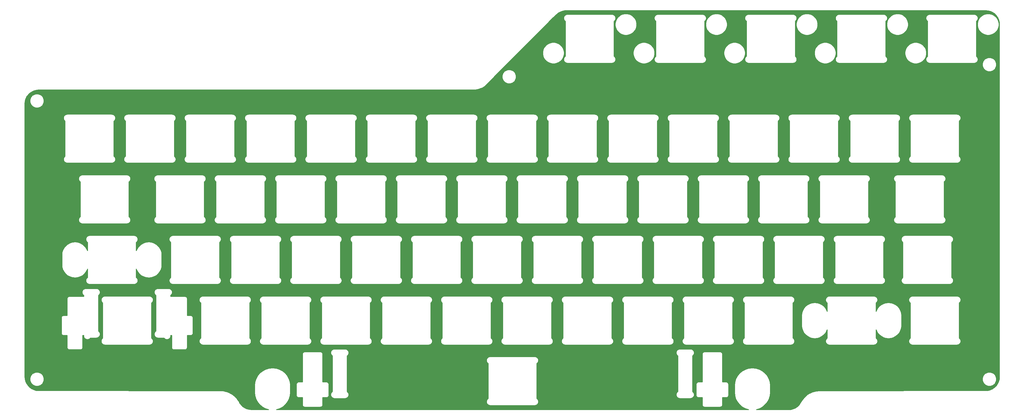
<source format=gtl>
G04 #@! TF.GenerationSoftware,KiCad,Pcbnew,(5.1.10)-1*
G04 #@! TF.CreationDate,2021-10-09T23:09:02-07:00*
G04 #@! TF.ProjectId,Atari130MXPlate,41746172-6931-4333-904d-58506c617465,C.2*
G04 #@! TF.SameCoordinates,Original*
G04 #@! TF.FileFunction,Copper,L1,Top*
G04 #@! TF.FilePolarity,Positive*
%FSLAX46Y46*%
G04 Gerber Fmt 4.6, Leading zero omitted, Abs format (unit mm)*
G04 Created by KiCad (PCBNEW (5.1.10)-1) date 2021-10-09 23:09:02*
%MOMM*%
%LPD*%
G01*
G04 APERTURE LIST*
G04 #@! TA.AperFunction,NonConductor*
%ADD10C,0.254000*%
G04 #@! TD*
G04 #@! TA.AperFunction,NonConductor*
%ADD11C,0.100000*%
G04 #@! TD*
G04 APERTURE END LIST*
D10*
X336138083Y-22421173D02*
X336881891Y-22624656D01*
X337577905Y-22956638D01*
X338204130Y-23406626D01*
X338740777Y-23960403D01*
X339170871Y-24600451D01*
X339480829Y-25306553D01*
X339662065Y-26061457D01*
X339710001Y-26714220D01*
X339710000Y-137660608D01*
X339638827Y-138458083D01*
X339435344Y-139201890D01*
X339103363Y-139897904D01*
X338653374Y-140524130D01*
X338099597Y-141060777D01*
X337459549Y-141490871D01*
X336753447Y-141800829D01*
X335998543Y-141982065D01*
X335345678Y-142030008D01*
X283410967Y-142046975D01*
X283120351Y-142042913D01*
X283115734Y-142043220D01*
X283111127Y-142042849D01*
X283051309Y-142045565D01*
X282086467Y-142133373D01*
X282063751Y-142137297D01*
X282040765Y-142139146D01*
X281982155Y-142151391D01*
X281982149Y-142151392D01*
X281982146Y-142151393D01*
X281043757Y-142392330D01*
X281021954Y-142399837D01*
X280999564Y-142405337D01*
X280943661Y-142426796D01*
X280055863Y-142814666D01*
X280035545Y-142825560D01*
X280014319Y-142834570D01*
X279962578Y-142864684D01*
X279962565Y-142864691D01*
X279962560Y-142864695D01*
X279148199Y-143389514D01*
X279129882Y-143403518D01*
X279110371Y-143415805D01*
X279064100Y-143453812D01*
X278344119Y-144102085D01*
X278328277Y-144118838D01*
X278310981Y-144134086D01*
X278271382Y-144179002D01*
X277664310Y-144934049D01*
X277651354Y-144953113D01*
X277636714Y-144970936D01*
X277604806Y-145021606D01*
X277141915Y-145836440D01*
X276682871Y-146489592D01*
X276134747Y-147032007D01*
X275499236Y-147468782D01*
X274796418Y-147786117D01*
X274045133Y-147974826D01*
X273344074Y-148030000D01*
X263184976Y-148030000D01*
X264136855Y-147741251D01*
X265115786Y-147218001D01*
X265973826Y-146513826D01*
X266678001Y-145655786D01*
X267201251Y-144676854D01*
X267523466Y-143614652D01*
X267605000Y-142786825D01*
X267605000Y-140233174D01*
X267523466Y-139405347D01*
X267201251Y-138343145D01*
X267130016Y-138209872D01*
X334315000Y-138209872D01*
X334315000Y-138650128D01*
X334400890Y-139081925D01*
X334569369Y-139488669D01*
X334813962Y-139854729D01*
X335125271Y-140166038D01*
X335491331Y-140410631D01*
X335898075Y-140579110D01*
X336329872Y-140665000D01*
X336770128Y-140665000D01*
X337201925Y-140579110D01*
X337608669Y-140410631D01*
X337974729Y-140166038D01*
X338286038Y-139854729D01*
X338530631Y-139488669D01*
X338699110Y-139081925D01*
X338785000Y-138650128D01*
X338785000Y-138209872D01*
X338699110Y-137778075D01*
X338530631Y-137371331D01*
X338286038Y-137005271D01*
X337974729Y-136693962D01*
X337608669Y-136449369D01*
X337201925Y-136280890D01*
X336770128Y-136195000D01*
X336329872Y-136195000D01*
X335898075Y-136280890D01*
X335491331Y-136449369D01*
X335125271Y-136693962D01*
X334813962Y-137005271D01*
X334569369Y-137371331D01*
X334400890Y-137778075D01*
X334315000Y-138209872D01*
X267130016Y-138209872D01*
X266678001Y-137364214D01*
X265973825Y-136506174D01*
X265115785Y-135801999D01*
X264136854Y-135278749D01*
X263074652Y-134956534D01*
X261970000Y-134847735D01*
X260865347Y-134956534D01*
X259803145Y-135278749D01*
X258824214Y-135801999D01*
X257966174Y-136506175D01*
X257261999Y-137364215D01*
X256738749Y-138343146D01*
X256416534Y-139405348D01*
X256335000Y-140233175D01*
X256335000Y-142786826D01*
X256416534Y-143614653D01*
X256738749Y-144676855D01*
X257261999Y-145655786D01*
X257966175Y-146513826D01*
X258824215Y-147218001D01*
X259803146Y-147741251D01*
X260755025Y-148030000D01*
X112184976Y-148030000D01*
X113136855Y-147741251D01*
X114115786Y-147218001D01*
X114973826Y-146513826D01*
X115678001Y-145655786D01*
X116201251Y-144676854D01*
X116523466Y-143614652D01*
X116605000Y-142786825D01*
X116605000Y-140233174D01*
X116583020Y-140010000D01*
X118471638Y-140010000D01*
X118475000Y-140044135D01*
X118475001Y-143475855D01*
X118471638Y-143510000D01*
X118485057Y-143646244D01*
X118524798Y-143777252D01*
X118589333Y-143897989D01*
X118676183Y-144003817D01*
X118782011Y-144090667D01*
X118902748Y-144155202D01*
X119033756Y-144194943D01*
X119135865Y-144205000D01*
X119135866Y-144205000D01*
X119170000Y-144208362D01*
X119204135Y-144205000D01*
X120375000Y-144205000D01*
X120375001Y-146475855D01*
X120371638Y-146510000D01*
X120385057Y-146646244D01*
X120424798Y-146777252D01*
X120489333Y-146897989D01*
X120576183Y-147003817D01*
X120682011Y-147090667D01*
X120802748Y-147155202D01*
X120933756Y-147194943D01*
X121035865Y-147205000D01*
X121035866Y-147205000D01*
X121070000Y-147208362D01*
X121104135Y-147205000D01*
X126035866Y-147205000D01*
X126070000Y-147208362D01*
X126165480Y-147198958D01*
X126206244Y-147194943D01*
X126337252Y-147155202D01*
X126457989Y-147090667D01*
X126563817Y-147003817D01*
X126650667Y-146897989D01*
X126715202Y-146777252D01*
X126754943Y-146646244D01*
X126768362Y-146510000D01*
X126765000Y-146475865D01*
X126765000Y-144205000D01*
X127935866Y-144205000D01*
X127970000Y-144208362D01*
X128020705Y-144203368D01*
X128106244Y-144194943D01*
X128237252Y-144155202D01*
X128357989Y-144090667D01*
X128463817Y-144003817D01*
X128550667Y-143897989D01*
X128615202Y-143777252D01*
X128654943Y-143646244D01*
X128663038Y-143564051D01*
X128665000Y-143544135D01*
X128668362Y-143510000D01*
X128665000Y-143475865D01*
X128665000Y-140044135D01*
X128668362Y-140010000D01*
X128654943Y-139873756D01*
X128615202Y-139742748D01*
X128550667Y-139622011D01*
X128463817Y-139516183D01*
X128357989Y-139429333D01*
X128237252Y-139364798D01*
X128106244Y-139325057D01*
X128004135Y-139315000D01*
X128004134Y-139315000D01*
X127970000Y-139311638D01*
X127935865Y-139315000D01*
X126765000Y-139315000D01*
X126765000Y-130544135D01*
X126768362Y-130510000D01*
X126762829Y-130453818D01*
X126754943Y-130373756D01*
X126715202Y-130242748D01*
X126650667Y-130122011D01*
X126642835Y-130112468D01*
X126591983Y-130050503D01*
X129277872Y-130050503D01*
X129278312Y-130113491D01*
X129277872Y-130176479D01*
X129278819Y-130186137D01*
X129289019Y-130283186D01*
X129301692Y-130344926D01*
X129313489Y-130406765D01*
X129316293Y-130416055D01*
X129345149Y-130509274D01*
X129369547Y-130567313D01*
X129393158Y-130625752D01*
X129397714Y-130634320D01*
X129444127Y-130720158D01*
X129479361Y-130772394D01*
X129513842Y-130825086D01*
X129519975Y-130832607D01*
X129582177Y-130907796D01*
X129626864Y-130952171D01*
X129670941Y-130997182D01*
X129678418Y-131003368D01*
X129754039Y-131065044D01*
X129775000Y-131078971D01*
X129775001Y-142341087D01*
X129748253Y-142358859D01*
X129740783Y-142365039D01*
X129740779Y-142365041D01*
X129740776Y-142365044D01*
X129666024Y-142427769D01*
X129621944Y-142472783D01*
X129577259Y-142517157D01*
X129571125Y-142524677D01*
X129509979Y-142600727D01*
X129475495Y-142653423D01*
X129440262Y-142705659D01*
X129435706Y-142714228D01*
X129390496Y-142800707D01*
X129366897Y-142859116D01*
X129342491Y-142917177D01*
X129339687Y-142926463D01*
X129339684Y-142926471D01*
X129339682Y-142926479D01*
X129312134Y-143020078D01*
X129300329Y-143081959D01*
X129287663Y-143143663D01*
X129286716Y-143153321D01*
X129277872Y-143250503D01*
X129278312Y-143313491D01*
X129277872Y-143376479D01*
X129278819Y-143386137D01*
X129289019Y-143483186D01*
X129301692Y-143544926D01*
X129313489Y-143606765D01*
X129316293Y-143616055D01*
X129345149Y-143709274D01*
X129369547Y-143767313D01*
X129393158Y-143825752D01*
X129397714Y-143834320D01*
X129444127Y-143920158D01*
X129479361Y-143972394D01*
X129513842Y-144025086D01*
X129519975Y-144032607D01*
X129582177Y-144107796D01*
X129626864Y-144152171D01*
X129670941Y-144197182D01*
X129678418Y-144203368D01*
X129754039Y-144265044D01*
X129806490Y-144299893D01*
X129858488Y-144335496D01*
X129867009Y-144340102D01*
X129867016Y-144340107D01*
X129867023Y-144340110D01*
X129867025Y-144340111D01*
X129953186Y-144385923D01*
X130011398Y-144409916D01*
X130069315Y-144434739D01*
X130078585Y-144437609D01*
X130172003Y-144465814D01*
X130233775Y-144478046D01*
X130295415Y-144491147D01*
X130305053Y-144492160D01*
X130305060Y-144492161D01*
X130305066Y-144492161D01*
X130402183Y-144501683D01*
X130402187Y-144501683D01*
X130435865Y-144505000D01*
X133804135Y-144505000D01*
X133838310Y-144501634D01*
X133844797Y-144501634D01*
X133854448Y-144500620D01*
X133896545Y-144495898D01*
X133906244Y-144494943D01*
X133906938Y-144494733D01*
X133951423Y-144489743D01*
X134013035Y-144476648D01*
X134074832Y-144464411D01*
X134084096Y-144461544D01*
X134084100Y-144461543D01*
X134084103Y-144461542D01*
X134177118Y-144432036D01*
X134235052Y-144407205D01*
X134293252Y-144383217D01*
X134301785Y-144378604D01*
X134301790Y-144378602D01*
X134301794Y-144378599D01*
X134387302Y-144331591D01*
X134439271Y-144296007D01*
X134491747Y-144261141D01*
X134499224Y-144254956D01*
X134573976Y-144192231D01*
X134618037Y-144147237D01*
X134662742Y-144102843D01*
X134668875Y-144095323D01*
X134730021Y-144019273D01*
X134764516Y-143966559D01*
X134799738Y-143914340D01*
X134804294Y-143905772D01*
X134849504Y-143819293D01*
X134873114Y-143760855D01*
X134897509Y-143702823D01*
X134900314Y-143693534D01*
X134900316Y-143693529D01*
X134900317Y-143693524D01*
X134927866Y-143599922D01*
X134939665Y-143538073D01*
X134952337Y-143476337D01*
X134953284Y-143466679D01*
X134962128Y-143369496D01*
X134961688Y-143306508D01*
X134962128Y-143243521D01*
X134961181Y-143233863D01*
X134950981Y-143136815D01*
X134938310Y-143075088D01*
X134926511Y-143013235D01*
X134923707Y-143003945D01*
X134894851Y-142910726D01*
X134870453Y-142852687D01*
X134846842Y-142794248D01*
X134842286Y-142785680D01*
X134795873Y-142699842D01*
X134760629Y-142647591D01*
X134726158Y-142594914D01*
X134720025Y-142587393D01*
X134720024Y-142587391D01*
X134720020Y-142587387D01*
X134657823Y-142512204D01*
X134613136Y-142467829D01*
X134569059Y-142422818D01*
X134561582Y-142416632D01*
X134485961Y-142354956D01*
X134465000Y-142341029D01*
X134465000Y-132450503D01*
X178277872Y-132450503D01*
X178278312Y-132513491D01*
X178277872Y-132576479D01*
X178278819Y-132586137D01*
X178289019Y-132683186D01*
X178301692Y-132744926D01*
X178313489Y-132806765D01*
X178316293Y-132816055D01*
X178345149Y-132909274D01*
X178369547Y-132967313D01*
X178393158Y-133025752D01*
X178397714Y-133034320D01*
X178444127Y-133120158D01*
X178479361Y-133172394D01*
X178513842Y-133225086D01*
X178519975Y-133232607D01*
X178582177Y-133307796D01*
X178626864Y-133352171D01*
X178670941Y-133397182D01*
X178678418Y-133403368D01*
X178754039Y-133465044D01*
X178775000Y-133478971D01*
X178775001Y-144541087D01*
X178748253Y-144558859D01*
X178740783Y-144565039D01*
X178740779Y-144565041D01*
X178740776Y-144565044D01*
X178666024Y-144627769D01*
X178621944Y-144672783D01*
X178577259Y-144717157D01*
X178571125Y-144724677D01*
X178509979Y-144800727D01*
X178475495Y-144853423D01*
X178440262Y-144905659D01*
X178435706Y-144914228D01*
X178390496Y-145000707D01*
X178366897Y-145059116D01*
X178342491Y-145117177D01*
X178339687Y-145126463D01*
X178339684Y-145126471D01*
X178339682Y-145126479D01*
X178312134Y-145220078D01*
X178300329Y-145281959D01*
X178287663Y-145343663D01*
X178286716Y-145353321D01*
X178277872Y-145450503D01*
X178278312Y-145513491D01*
X178277872Y-145576479D01*
X178278819Y-145586137D01*
X178289019Y-145683186D01*
X178301692Y-145744926D01*
X178313489Y-145806765D01*
X178316293Y-145816055D01*
X178345149Y-145909274D01*
X178369547Y-145967313D01*
X178393158Y-146025752D01*
X178397714Y-146034320D01*
X178444127Y-146120158D01*
X178479361Y-146172394D01*
X178513842Y-146225086D01*
X178519975Y-146232607D01*
X178582177Y-146307796D01*
X178626864Y-146352171D01*
X178670941Y-146397182D01*
X178678418Y-146403368D01*
X178754039Y-146465044D01*
X178806490Y-146499893D01*
X178858488Y-146535496D01*
X178867009Y-146540102D01*
X178867016Y-146540107D01*
X178867023Y-146540110D01*
X178867025Y-146540111D01*
X178953186Y-146585923D01*
X179011398Y-146609916D01*
X179069315Y-146634739D01*
X179078585Y-146637609D01*
X179172003Y-146665814D01*
X179233775Y-146678046D01*
X179295415Y-146691147D01*
X179305053Y-146692160D01*
X179305060Y-146692161D01*
X179305066Y-146692161D01*
X179402183Y-146701683D01*
X179402187Y-146701683D01*
X179435865Y-146705000D01*
X193504135Y-146705000D01*
X193538310Y-146701634D01*
X193544797Y-146701634D01*
X193554448Y-146700620D01*
X193596545Y-146695898D01*
X193606244Y-146694943D01*
X193606938Y-146694733D01*
X193651423Y-146689743D01*
X193713035Y-146676648D01*
X193774832Y-146664411D01*
X193784096Y-146661544D01*
X193784100Y-146661543D01*
X193784103Y-146661542D01*
X193877118Y-146632036D01*
X193935052Y-146607205D01*
X193993252Y-146583217D01*
X194001785Y-146578604D01*
X194001790Y-146578602D01*
X194001794Y-146578599D01*
X194087302Y-146531591D01*
X194139271Y-146496007D01*
X194191747Y-146461141D01*
X194199224Y-146454956D01*
X194273976Y-146392231D01*
X194318037Y-146347237D01*
X194362742Y-146302843D01*
X194368875Y-146295323D01*
X194430021Y-146219273D01*
X194464516Y-146166559D01*
X194499738Y-146114340D01*
X194504294Y-146105772D01*
X194549504Y-146019293D01*
X194573114Y-145960855D01*
X194597509Y-145902823D01*
X194600314Y-145893534D01*
X194600316Y-145893529D01*
X194600317Y-145893524D01*
X194627866Y-145799922D01*
X194639665Y-145738073D01*
X194652337Y-145676337D01*
X194653284Y-145666679D01*
X194662128Y-145569496D01*
X194661688Y-145506509D01*
X194662128Y-145443521D01*
X194661181Y-145433863D01*
X194650981Y-145336815D01*
X194638310Y-145275088D01*
X194626511Y-145213235D01*
X194623707Y-145203945D01*
X194594851Y-145110726D01*
X194570453Y-145052687D01*
X194546842Y-144994248D01*
X194542286Y-144985680D01*
X194495873Y-144899842D01*
X194460629Y-144847591D01*
X194426158Y-144794914D01*
X194420025Y-144787393D01*
X194420024Y-144787391D01*
X194420020Y-144787387D01*
X194357823Y-144712204D01*
X194313136Y-144667829D01*
X194269059Y-144622818D01*
X194261582Y-144616632D01*
X194185961Y-144554956D01*
X194165000Y-144541029D01*
X194165000Y-133478912D01*
X194191747Y-133461141D01*
X194199224Y-133454956D01*
X194273976Y-133392231D01*
X194318037Y-133347237D01*
X194362742Y-133302843D01*
X194368875Y-133295323D01*
X194430021Y-133219273D01*
X194464516Y-133166559D01*
X194499738Y-133114340D01*
X194504294Y-133105772D01*
X194549504Y-133019293D01*
X194573114Y-132960855D01*
X194597509Y-132902823D01*
X194600314Y-132893534D01*
X194600316Y-132893529D01*
X194600317Y-132893524D01*
X194627866Y-132799922D01*
X194639665Y-132738073D01*
X194652337Y-132676337D01*
X194653284Y-132666679D01*
X194662128Y-132569496D01*
X194661688Y-132506509D01*
X194662128Y-132443521D01*
X194661181Y-132433863D01*
X194650981Y-132336815D01*
X194638310Y-132275088D01*
X194626511Y-132213235D01*
X194623707Y-132203945D01*
X194594851Y-132110726D01*
X194570453Y-132052687D01*
X194546842Y-131994248D01*
X194542286Y-131985680D01*
X194495873Y-131899842D01*
X194460629Y-131847591D01*
X194426158Y-131794914D01*
X194420025Y-131787393D01*
X194420024Y-131787391D01*
X194420020Y-131787387D01*
X194357823Y-131712204D01*
X194313136Y-131667829D01*
X194269059Y-131622818D01*
X194261582Y-131616632D01*
X194185961Y-131554956D01*
X194133492Y-131520095D01*
X194081511Y-131484504D01*
X194072991Y-131479898D01*
X194072984Y-131479893D01*
X194072977Y-131479890D01*
X194072975Y-131479889D01*
X193986814Y-131434077D01*
X193928602Y-131410084D01*
X193870685Y-131385261D01*
X193861415Y-131382391D01*
X193767997Y-131354186D01*
X193706233Y-131341956D01*
X193644586Y-131328853D01*
X193634946Y-131327840D01*
X193634940Y-131327839D01*
X193634935Y-131327839D01*
X193537817Y-131318317D01*
X193537813Y-131318317D01*
X193504135Y-131315000D01*
X179435865Y-131315000D01*
X179401690Y-131318366D01*
X179395203Y-131318366D01*
X179385551Y-131319380D01*
X179343451Y-131324102D01*
X179333756Y-131325057D01*
X179333063Y-131325267D01*
X179288577Y-131330257D01*
X179226965Y-131343352D01*
X179165168Y-131355589D01*
X179155904Y-131358456D01*
X179155900Y-131358457D01*
X179155897Y-131358458D01*
X179155898Y-131358458D01*
X179062883Y-131387964D01*
X179004987Y-131412778D01*
X178946747Y-131436783D01*
X178938220Y-131441394D01*
X178938211Y-131441398D01*
X178938204Y-131441403D01*
X178852698Y-131488409D01*
X178800691Y-131524019D01*
X178748253Y-131558859D01*
X178740783Y-131565039D01*
X178740779Y-131565041D01*
X178740776Y-131565044D01*
X178666024Y-131627769D01*
X178621944Y-131672783D01*
X178577259Y-131717157D01*
X178571125Y-131724677D01*
X178509979Y-131800727D01*
X178475495Y-131853423D01*
X178440262Y-131905659D01*
X178435706Y-131914228D01*
X178390496Y-132000707D01*
X178366897Y-132059116D01*
X178342491Y-132117177D01*
X178339687Y-132126463D01*
X178339684Y-132126471D01*
X178339682Y-132126479D01*
X178312134Y-132220078D01*
X178300329Y-132281959D01*
X178287663Y-132343663D01*
X178286716Y-132353321D01*
X178277872Y-132450503D01*
X134465000Y-132450503D01*
X134465000Y-131078912D01*
X134491747Y-131061141D01*
X134499224Y-131054956D01*
X134573976Y-130992231D01*
X134618037Y-130947237D01*
X134662742Y-130902843D01*
X134668875Y-130895323D01*
X134730021Y-130819273D01*
X134764516Y-130766559D01*
X134799738Y-130714340D01*
X134804294Y-130705772D01*
X134849504Y-130619293D01*
X134873114Y-130560855D01*
X134897509Y-130502823D01*
X134900314Y-130493534D01*
X134900316Y-130493529D01*
X134900317Y-130493524D01*
X134927866Y-130399922D01*
X134939665Y-130338073D01*
X134952337Y-130276337D01*
X134953284Y-130266679D01*
X134962128Y-130169496D01*
X134961688Y-130106508D01*
X134962079Y-130050503D01*
X237977872Y-130050503D01*
X237978312Y-130113491D01*
X237977872Y-130176479D01*
X237978819Y-130186137D01*
X237989019Y-130283186D01*
X238001692Y-130344926D01*
X238013489Y-130406765D01*
X238016293Y-130416055D01*
X238045149Y-130509274D01*
X238069547Y-130567313D01*
X238093158Y-130625752D01*
X238097714Y-130634320D01*
X238144127Y-130720158D01*
X238179361Y-130772394D01*
X238213842Y-130825086D01*
X238219975Y-130832607D01*
X238282177Y-130907796D01*
X238326864Y-130952171D01*
X238370941Y-130997182D01*
X238378418Y-131003368D01*
X238454039Y-131065044D01*
X238475000Y-131078971D01*
X238475001Y-142341087D01*
X238448253Y-142358859D01*
X238440783Y-142365039D01*
X238440779Y-142365041D01*
X238440776Y-142365044D01*
X238366024Y-142427769D01*
X238321944Y-142472783D01*
X238277259Y-142517157D01*
X238271125Y-142524677D01*
X238209979Y-142600727D01*
X238175495Y-142653423D01*
X238140262Y-142705659D01*
X238135706Y-142714228D01*
X238090496Y-142800707D01*
X238066897Y-142859116D01*
X238042491Y-142917177D01*
X238039687Y-142926463D01*
X238039684Y-142926471D01*
X238039682Y-142926479D01*
X238012134Y-143020078D01*
X238000329Y-143081959D01*
X237987663Y-143143663D01*
X237986716Y-143153321D01*
X237977872Y-143250503D01*
X237978312Y-143313491D01*
X237977872Y-143376479D01*
X237978819Y-143386137D01*
X237989019Y-143483186D01*
X238001692Y-143544926D01*
X238013489Y-143606765D01*
X238016293Y-143616055D01*
X238045149Y-143709274D01*
X238069547Y-143767313D01*
X238093158Y-143825752D01*
X238097714Y-143834320D01*
X238144127Y-143920158D01*
X238179361Y-143972394D01*
X238213842Y-144025086D01*
X238219975Y-144032607D01*
X238282177Y-144107796D01*
X238326864Y-144152171D01*
X238370941Y-144197182D01*
X238378418Y-144203368D01*
X238454039Y-144265044D01*
X238506490Y-144299893D01*
X238558488Y-144335496D01*
X238567009Y-144340102D01*
X238567016Y-144340107D01*
X238567023Y-144340110D01*
X238567025Y-144340111D01*
X238653186Y-144385923D01*
X238711398Y-144409916D01*
X238769315Y-144434739D01*
X238778585Y-144437609D01*
X238872003Y-144465814D01*
X238933775Y-144478046D01*
X238995415Y-144491147D01*
X239005053Y-144492160D01*
X239005060Y-144492161D01*
X239005066Y-144492161D01*
X239102183Y-144501683D01*
X239102187Y-144501683D01*
X239135865Y-144505000D01*
X242504135Y-144505000D01*
X242538310Y-144501634D01*
X242544797Y-144501634D01*
X242554448Y-144500620D01*
X242596545Y-144495898D01*
X242606244Y-144494943D01*
X242606938Y-144494733D01*
X242651423Y-144489743D01*
X242713035Y-144476648D01*
X242774832Y-144464411D01*
X242784096Y-144461544D01*
X242784100Y-144461543D01*
X242784103Y-144461542D01*
X242877118Y-144432036D01*
X242935052Y-144407205D01*
X242993252Y-144383217D01*
X243001785Y-144378604D01*
X243001790Y-144378602D01*
X243001794Y-144378599D01*
X243087302Y-144331591D01*
X243139271Y-144296007D01*
X243191747Y-144261141D01*
X243199224Y-144254956D01*
X243273976Y-144192231D01*
X243318037Y-144147237D01*
X243362742Y-144102843D01*
X243368875Y-144095323D01*
X243430021Y-144019273D01*
X243464516Y-143966559D01*
X243499738Y-143914340D01*
X243504294Y-143905772D01*
X243549504Y-143819293D01*
X243573114Y-143760855D01*
X243597509Y-143702823D01*
X243600314Y-143693534D01*
X243600316Y-143693529D01*
X243600317Y-143693524D01*
X243627866Y-143599922D01*
X243639665Y-143538073D01*
X243652337Y-143476337D01*
X243653284Y-143466679D01*
X243662128Y-143369496D01*
X243661688Y-143306509D01*
X243662128Y-143243521D01*
X243661181Y-143233863D01*
X243650981Y-143136815D01*
X243638310Y-143075088D01*
X243626511Y-143013235D01*
X243623707Y-143003945D01*
X243594851Y-142910726D01*
X243570453Y-142852687D01*
X243546842Y-142794248D01*
X243542286Y-142785680D01*
X243495873Y-142699842D01*
X243460629Y-142647591D01*
X243426158Y-142594914D01*
X243420025Y-142587393D01*
X243420024Y-142587391D01*
X243420020Y-142587387D01*
X243357823Y-142512204D01*
X243313136Y-142467829D01*
X243269059Y-142422818D01*
X243261582Y-142416632D01*
X243185961Y-142354956D01*
X243165000Y-142341029D01*
X243165000Y-140010000D01*
X244271638Y-140010000D01*
X244275000Y-140044135D01*
X244275001Y-143475855D01*
X244271638Y-143510000D01*
X244285057Y-143646244D01*
X244324798Y-143777252D01*
X244389333Y-143897989D01*
X244476183Y-144003817D01*
X244582011Y-144090667D01*
X244702748Y-144155202D01*
X244833756Y-144194943D01*
X244935865Y-144205000D01*
X244935866Y-144205000D01*
X244970000Y-144208362D01*
X245004135Y-144205000D01*
X246175000Y-144205000D01*
X246175001Y-146475855D01*
X246171638Y-146510000D01*
X246185057Y-146646244D01*
X246224798Y-146777252D01*
X246289333Y-146897989D01*
X246376183Y-147003817D01*
X246482011Y-147090667D01*
X246602748Y-147155202D01*
X246733756Y-147194943D01*
X246835865Y-147205000D01*
X246835866Y-147205000D01*
X246870000Y-147208362D01*
X246904135Y-147205000D01*
X251835866Y-147205000D01*
X251870000Y-147208362D01*
X251965480Y-147198958D01*
X252006244Y-147194943D01*
X252137252Y-147155202D01*
X252257989Y-147090667D01*
X252363817Y-147003817D01*
X252450667Y-146897989D01*
X252515202Y-146777252D01*
X252554943Y-146646244D01*
X252568362Y-146510000D01*
X252565000Y-146475865D01*
X252565000Y-144205000D01*
X253735866Y-144205000D01*
X253770000Y-144208362D01*
X253820705Y-144203368D01*
X253906244Y-144194943D01*
X254037252Y-144155202D01*
X254157989Y-144090667D01*
X254263817Y-144003817D01*
X254350667Y-143897989D01*
X254415202Y-143777252D01*
X254454943Y-143646244D01*
X254463038Y-143564051D01*
X254465000Y-143544135D01*
X254468362Y-143510000D01*
X254465000Y-143475865D01*
X254465000Y-140044135D01*
X254468362Y-140010000D01*
X254454943Y-139873756D01*
X254415202Y-139742748D01*
X254350667Y-139622011D01*
X254263817Y-139516183D01*
X254157989Y-139429333D01*
X254037252Y-139364798D01*
X253906244Y-139325057D01*
X253804135Y-139315000D01*
X253804134Y-139315000D01*
X253770000Y-139311638D01*
X253735865Y-139315000D01*
X252565000Y-139315000D01*
X252565000Y-130544135D01*
X252568362Y-130510000D01*
X252562829Y-130453818D01*
X252554943Y-130373756D01*
X252515202Y-130242748D01*
X252450667Y-130122011D01*
X252442835Y-130112468D01*
X252363817Y-130016183D01*
X252257989Y-129929333D01*
X252137252Y-129864798D01*
X252006244Y-129825057D01*
X251904135Y-129815000D01*
X251904134Y-129815000D01*
X251870000Y-129811638D01*
X251835865Y-129815000D01*
X246904134Y-129815000D01*
X246870000Y-129811638D01*
X246835865Y-129815000D01*
X246733756Y-129825057D01*
X246602748Y-129864798D01*
X246482011Y-129929333D01*
X246376183Y-130016183D01*
X246289333Y-130122011D01*
X246224798Y-130242748D01*
X246185057Y-130373756D01*
X246171638Y-130510000D01*
X246175000Y-130544135D01*
X246175001Y-139315000D01*
X245004134Y-139315000D01*
X244970000Y-139311638D01*
X244935865Y-139315000D01*
X244833756Y-139325057D01*
X244702748Y-139364798D01*
X244582011Y-139429333D01*
X244476183Y-139516183D01*
X244389333Y-139622011D01*
X244324798Y-139742748D01*
X244285057Y-139873756D01*
X244271638Y-140010000D01*
X243165000Y-140010000D01*
X243165000Y-131078912D01*
X243191747Y-131061141D01*
X243199224Y-131054956D01*
X243273976Y-130992231D01*
X243318037Y-130947237D01*
X243362742Y-130902843D01*
X243368875Y-130895323D01*
X243430021Y-130819273D01*
X243464516Y-130766559D01*
X243499738Y-130714340D01*
X243504294Y-130705772D01*
X243549504Y-130619293D01*
X243573114Y-130560855D01*
X243597509Y-130502823D01*
X243600314Y-130493534D01*
X243600316Y-130493529D01*
X243600317Y-130493524D01*
X243627866Y-130399922D01*
X243639665Y-130338073D01*
X243652337Y-130276337D01*
X243653284Y-130266679D01*
X243662128Y-130169496D01*
X243661688Y-130106508D01*
X243662128Y-130043521D01*
X243661181Y-130033863D01*
X243650981Y-129936815D01*
X243638310Y-129875088D01*
X243626511Y-129813235D01*
X243623707Y-129803945D01*
X243594851Y-129710726D01*
X243570453Y-129652687D01*
X243546842Y-129594248D01*
X243542286Y-129585680D01*
X243495873Y-129499842D01*
X243460629Y-129447591D01*
X243426158Y-129394914D01*
X243420025Y-129387393D01*
X243420024Y-129387391D01*
X243420020Y-129387387D01*
X243357823Y-129312204D01*
X243313136Y-129267829D01*
X243269059Y-129222818D01*
X243261582Y-129216632D01*
X243185961Y-129154956D01*
X243133492Y-129120095D01*
X243081511Y-129084504D01*
X243072991Y-129079898D01*
X243072984Y-129079893D01*
X243072977Y-129079890D01*
X243072975Y-129079889D01*
X242986814Y-129034077D01*
X242928602Y-129010084D01*
X242870685Y-128985261D01*
X242861415Y-128982391D01*
X242767997Y-128954186D01*
X242706233Y-128941956D01*
X242644586Y-128928853D01*
X242634946Y-128927840D01*
X242634940Y-128927839D01*
X242634935Y-128927839D01*
X242537817Y-128918317D01*
X242537813Y-128918317D01*
X242504135Y-128915000D01*
X239135865Y-128915000D01*
X239101690Y-128918366D01*
X239095203Y-128918366D01*
X239085551Y-128919380D01*
X239043451Y-128924102D01*
X239033756Y-128925057D01*
X239033063Y-128925267D01*
X238988577Y-128930257D01*
X238926965Y-128943352D01*
X238865168Y-128955589D01*
X238855904Y-128958456D01*
X238855900Y-128958457D01*
X238855897Y-128958458D01*
X238855898Y-128958458D01*
X238762883Y-128987964D01*
X238704987Y-129012778D01*
X238646747Y-129036783D01*
X238638220Y-129041394D01*
X238638211Y-129041398D01*
X238638204Y-129041403D01*
X238552698Y-129088409D01*
X238500691Y-129124019D01*
X238448253Y-129158859D01*
X238440783Y-129165039D01*
X238440779Y-129165041D01*
X238440776Y-129165044D01*
X238366024Y-129227769D01*
X238321944Y-129272783D01*
X238277259Y-129317157D01*
X238271125Y-129324677D01*
X238209979Y-129400727D01*
X238175495Y-129453423D01*
X238140262Y-129505659D01*
X238135706Y-129514228D01*
X238090496Y-129600707D01*
X238066897Y-129659116D01*
X238042491Y-129717177D01*
X238039687Y-129726463D01*
X238039684Y-129726471D01*
X238039682Y-129726479D01*
X238012134Y-129820078D01*
X238000329Y-129881959D01*
X237987663Y-129943663D01*
X237986716Y-129953321D01*
X237977872Y-130050503D01*
X134962079Y-130050503D01*
X134962128Y-130043521D01*
X134961181Y-130033863D01*
X134950981Y-129936815D01*
X134938310Y-129875088D01*
X134926511Y-129813235D01*
X134923707Y-129803945D01*
X134894851Y-129710726D01*
X134870453Y-129652687D01*
X134846842Y-129594248D01*
X134842286Y-129585680D01*
X134795873Y-129499842D01*
X134760629Y-129447591D01*
X134726158Y-129394914D01*
X134720025Y-129387393D01*
X134720024Y-129387391D01*
X134720020Y-129387387D01*
X134657823Y-129312204D01*
X134613136Y-129267829D01*
X134569059Y-129222818D01*
X134561582Y-129216632D01*
X134485961Y-129154956D01*
X134433492Y-129120095D01*
X134381511Y-129084504D01*
X134372991Y-129079898D01*
X134372984Y-129079893D01*
X134372977Y-129079890D01*
X134372975Y-129079889D01*
X134286814Y-129034077D01*
X134228602Y-129010084D01*
X134170685Y-128985261D01*
X134161415Y-128982391D01*
X134067997Y-128954186D01*
X134006233Y-128941956D01*
X133944586Y-128928853D01*
X133934946Y-128927840D01*
X133934940Y-128927839D01*
X133934935Y-128927839D01*
X133837817Y-128918317D01*
X133837813Y-128918317D01*
X133804135Y-128915000D01*
X130435865Y-128915000D01*
X130401690Y-128918366D01*
X130395203Y-128918366D01*
X130385551Y-128919380D01*
X130343451Y-128924102D01*
X130333756Y-128925057D01*
X130333063Y-128925267D01*
X130288577Y-128930257D01*
X130226965Y-128943352D01*
X130165168Y-128955589D01*
X130155904Y-128958456D01*
X130155900Y-128958457D01*
X130155897Y-128958458D01*
X130155898Y-128958458D01*
X130062883Y-128987964D01*
X130004987Y-129012778D01*
X129946747Y-129036783D01*
X129938220Y-129041394D01*
X129938211Y-129041398D01*
X129938204Y-129041403D01*
X129852698Y-129088409D01*
X129800691Y-129124019D01*
X129748253Y-129158859D01*
X129740783Y-129165039D01*
X129740779Y-129165041D01*
X129740776Y-129165044D01*
X129666024Y-129227769D01*
X129621944Y-129272783D01*
X129577259Y-129317157D01*
X129571125Y-129324677D01*
X129509979Y-129400727D01*
X129475495Y-129453423D01*
X129440262Y-129505659D01*
X129435706Y-129514228D01*
X129390496Y-129600707D01*
X129366897Y-129659116D01*
X129342491Y-129717177D01*
X129339687Y-129726463D01*
X129339684Y-129726471D01*
X129339682Y-129726479D01*
X129312134Y-129820078D01*
X129300329Y-129881959D01*
X129287663Y-129943663D01*
X129286716Y-129953321D01*
X129277872Y-130050503D01*
X126591983Y-130050503D01*
X126563817Y-130016183D01*
X126457989Y-129929333D01*
X126337252Y-129864798D01*
X126206244Y-129825057D01*
X126104135Y-129815000D01*
X126104134Y-129815000D01*
X126070000Y-129811638D01*
X126035865Y-129815000D01*
X121104134Y-129815000D01*
X121070000Y-129811638D01*
X121035865Y-129815000D01*
X120933756Y-129825057D01*
X120802748Y-129864798D01*
X120682011Y-129929333D01*
X120576183Y-130016183D01*
X120489333Y-130122011D01*
X120424798Y-130242748D01*
X120385057Y-130373756D01*
X120371638Y-130510000D01*
X120375000Y-130544135D01*
X120375001Y-139315000D01*
X119204134Y-139315000D01*
X119170000Y-139311638D01*
X119135865Y-139315000D01*
X119033756Y-139325057D01*
X118902748Y-139364798D01*
X118782011Y-139429333D01*
X118676183Y-139516183D01*
X118589333Y-139622011D01*
X118524798Y-139742748D01*
X118485057Y-139873756D01*
X118471638Y-140010000D01*
X116583020Y-140010000D01*
X116523466Y-139405347D01*
X116201251Y-138343145D01*
X115678001Y-137364214D01*
X114973825Y-136506174D01*
X114115785Y-135801999D01*
X113136854Y-135278749D01*
X112074652Y-134956534D01*
X110970000Y-134847735D01*
X109865347Y-134956534D01*
X108803145Y-135278749D01*
X107824214Y-135801999D01*
X106966174Y-136506175D01*
X106261999Y-137364215D01*
X105738749Y-138343146D01*
X105416534Y-139405348D01*
X105335000Y-140233175D01*
X105335000Y-142786826D01*
X105416534Y-143614653D01*
X105738749Y-144676855D01*
X106261999Y-145655786D01*
X106966175Y-146513826D01*
X107824215Y-147218001D01*
X108803146Y-147741251D01*
X109755025Y-148030000D01*
X104399392Y-148030000D01*
X103601917Y-147958827D01*
X102858110Y-147755344D01*
X102162096Y-147423363D01*
X101535870Y-146973374D01*
X100996800Y-146417097D01*
X100610263Y-145854682D01*
X100499732Y-145632026D01*
X100497352Y-145628065D01*
X100495574Y-145623794D01*
X100465813Y-145571833D01*
X99946667Y-144753836D01*
X99932793Y-144735425D01*
X99920640Y-144715826D01*
X99882955Y-144669292D01*
X99239705Y-143944820D01*
X99223066Y-143928865D01*
X99207936Y-143911460D01*
X99163296Y-143871549D01*
X98412490Y-143259240D01*
X98393506Y-143246145D01*
X98375796Y-143231390D01*
X98325349Y-143199130D01*
X98325348Y-143199129D01*
X98325344Y-143199127D01*
X97486306Y-142714736D01*
X97465481Y-142704848D01*
X97445630Y-142693109D01*
X97390685Y-142669335D01*
X97390675Y-142669330D01*
X97390671Y-142669329D01*
X96484978Y-142325316D01*
X96462842Y-142318885D01*
X96441369Y-142310471D01*
X96383319Y-142295784D01*
X95434272Y-142100998D01*
X95411392Y-142098189D01*
X95388850Y-142093316D01*
X95329198Y-142088099D01*
X94379870Y-142048335D01*
X94366212Y-142046986D01*
X37399497Y-142030009D01*
X36601917Y-141958827D01*
X35858110Y-141755344D01*
X35162096Y-141423363D01*
X34535870Y-140973374D01*
X33999223Y-140419597D01*
X33569129Y-139779549D01*
X33259171Y-139073447D01*
X33077935Y-138318543D01*
X33069955Y-138209872D01*
X34595000Y-138209872D01*
X34595000Y-138650128D01*
X34680890Y-139081925D01*
X34849369Y-139488669D01*
X35093962Y-139854729D01*
X35405271Y-140166038D01*
X35771331Y-140410631D01*
X36178075Y-140579110D01*
X36609872Y-140665000D01*
X37050128Y-140665000D01*
X37481925Y-140579110D01*
X37888669Y-140410631D01*
X38254729Y-140166038D01*
X38566038Y-139854729D01*
X38810631Y-139488669D01*
X38979110Y-139081925D01*
X39065000Y-138650128D01*
X39065000Y-138209872D01*
X38979110Y-137778075D01*
X38810631Y-137371331D01*
X38566038Y-137005271D01*
X38254729Y-136693962D01*
X37888669Y-136449369D01*
X37481925Y-136280890D01*
X37050128Y-136195000D01*
X36609872Y-136195000D01*
X36178075Y-136280890D01*
X35771331Y-136449369D01*
X35405271Y-136693962D01*
X35093962Y-137005271D01*
X34849369Y-137371331D01*
X34680890Y-137778075D01*
X34595000Y-138209872D01*
X33069955Y-138209872D01*
X33030000Y-137665793D01*
X33030000Y-119060000D01*
X44521638Y-119060000D01*
X44525001Y-119094145D01*
X44525000Y-123925865D01*
X44521638Y-123960000D01*
X44535057Y-124096244D01*
X44574798Y-124227252D01*
X44639333Y-124347989D01*
X44726183Y-124453817D01*
X44821936Y-124532399D01*
X44832011Y-124540667D01*
X44952748Y-124605202D01*
X45083756Y-124644943D01*
X45220000Y-124658362D01*
X45254134Y-124655000D01*
X46325001Y-124655000D01*
X46325000Y-128425865D01*
X46321638Y-128460000D01*
X46335057Y-128596244D01*
X46374798Y-128727252D01*
X46439333Y-128847989D01*
X46526183Y-128953817D01*
X46632011Y-129040667D01*
X46752748Y-129105202D01*
X46883756Y-129144943D01*
X46985419Y-129154956D01*
X47020000Y-129158362D01*
X47054134Y-129155000D01*
X50485866Y-129155000D01*
X50520000Y-129158362D01*
X50554582Y-129154956D01*
X50656244Y-129144943D01*
X50787252Y-129105202D01*
X50907989Y-129040667D01*
X51013817Y-128953817D01*
X51100667Y-128847989D01*
X51165202Y-128727252D01*
X51204943Y-128596244D01*
X51218362Y-128460000D01*
X51215000Y-128425865D01*
X51215000Y-124655000D01*
X51525000Y-124655000D01*
X51525000Y-124794134D01*
X51528366Y-124828309D01*
X51528366Y-124834797D01*
X51529380Y-124844448D01*
X51534102Y-124886552D01*
X51535057Y-124896243D01*
X51535267Y-124896936D01*
X51540257Y-124941423D01*
X51553352Y-125003035D01*
X51565589Y-125064832D01*
X51568458Y-125074102D01*
X51597964Y-125167118D01*
X51622795Y-125225052D01*
X51646783Y-125283252D01*
X51651396Y-125291785D01*
X51651398Y-125291790D01*
X51651401Y-125291794D01*
X51698409Y-125377302D01*
X51733993Y-125429271D01*
X51768859Y-125481747D01*
X51775044Y-125489224D01*
X51837769Y-125563976D01*
X51882763Y-125608037D01*
X51927157Y-125652742D01*
X51934677Y-125658875D01*
X52010727Y-125720021D01*
X52063441Y-125754516D01*
X52115660Y-125789738D01*
X52124228Y-125794294D01*
X52210707Y-125839504D01*
X52269145Y-125863114D01*
X52327177Y-125887509D01*
X52336466Y-125890314D01*
X52336471Y-125890316D01*
X52336476Y-125890317D01*
X52430078Y-125917866D01*
X52491927Y-125929665D01*
X52553663Y-125942337D01*
X52563321Y-125943284D01*
X52660504Y-125952128D01*
X52723492Y-125951688D01*
X52786479Y-125952128D01*
X52796137Y-125951181D01*
X52796141Y-125951181D01*
X52796145Y-125951180D01*
X52893186Y-125940981D01*
X52954926Y-125928308D01*
X53016765Y-125916511D01*
X53026053Y-125913708D01*
X53026059Y-125913706D01*
X53119274Y-125884851D01*
X53177313Y-125860453D01*
X53235752Y-125836842D01*
X53244320Y-125832286D01*
X53330158Y-125785873D01*
X53382394Y-125750639D01*
X53435086Y-125716158D01*
X53442607Y-125710025D01*
X53517796Y-125647823D01*
X53562171Y-125603136D01*
X53607182Y-125559059D01*
X53613368Y-125551582D01*
X53675044Y-125475961D01*
X53688971Y-125455000D01*
X55554135Y-125455000D01*
X55588310Y-125451634D01*
X55594797Y-125451634D01*
X55604448Y-125450620D01*
X55646545Y-125445898D01*
X55656244Y-125444943D01*
X55656938Y-125444733D01*
X55701423Y-125439743D01*
X55763035Y-125426648D01*
X55824832Y-125414411D01*
X55834096Y-125411544D01*
X55834100Y-125411543D01*
X55834103Y-125411542D01*
X55927118Y-125382036D01*
X55985052Y-125357205D01*
X56043252Y-125333217D01*
X56051785Y-125328604D01*
X56051790Y-125328602D01*
X56051794Y-125328599D01*
X56137302Y-125281591D01*
X56189271Y-125246007D01*
X56241747Y-125211141D01*
X56249224Y-125204956D01*
X56323976Y-125142231D01*
X56368037Y-125097237D01*
X56412742Y-125052843D01*
X56418875Y-125045323D01*
X56480021Y-124969273D01*
X56514516Y-124916559D01*
X56549738Y-124864340D01*
X56554294Y-124855772D01*
X56599504Y-124769293D01*
X56623114Y-124710855D01*
X56647509Y-124652823D01*
X56650314Y-124643534D01*
X56650316Y-124643529D01*
X56650317Y-124643524D01*
X56677866Y-124549922D01*
X56689665Y-124488073D01*
X56702337Y-124426337D01*
X56703284Y-124416679D01*
X56712128Y-124319496D01*
X56711688Y-124256509D01*
X56712128Y-124193521D01*
X56711181Y-124183863D01*
X56700981Y-124086815D01*
X56688310Y-124025088D01*
X56676511Y-123963235D01*
X56673707Y-123953945D01*
X56644851Y-123860726D01*
X56620453Y-123802687D01*
X56596842Y-123744248D01*
X56592286Y-123735680D01*
X56545873Y-123649842D01*
X56510629Y-123597591D01*
X56476158Y-123544914D01*
X56470025Y-123537393D01*
X56470024Y-123537391D01*
X56470020Y-123537387D01*
X56407823Y-123462204D01*
X56363136Y-123417829D01*
X56319059Y-123372818D01*
X56311582Y-123366632D01*
X56235961Y-123304956D01*
X56215000Y-123291029D01*
X56215000Y-113400503D01*
X57027872Y-113400503D01*
X57028312Y-113463491D01*
X57027872Y-113526479D01*
X57028819Y-113536137D01*
X57039019Y-113633186D01*
X57051692Y-113694926D01*
X57063489Y-113756765D01*
X57066293Y-113766055D01*
X57095149Y-113859274D01*
X57119547Y-113917313D01*
X57143158Y-113975752D01*
X57147714Y-113984320D01*
X57194127Y-114070158D01*
X57229361Y-114122394D01*
X57263842Y-114175086D01*
X57269975Y-114182607D01*
X57332177Y-114257796D01*
X57376864Y-114302171D01*
X57420941Y-114347182D01*
X57428418Y-114353368D01*
X57504039Y-114415044D01*
X57525000Y-114428971D01*
X57525001Y-125491087D01*
X57498253Y-125508859D01*
X57490783Y-125515039D01*
X57490779Y-125515041D01*
X57490776Y-125515044D01*
X57416024Y-125577769D01*
X57371944Y-125622783D01*
X57327259Y-125667157D01*
X57321125Y-125674677D01*
X57259979Y-125750727D01*
X57225495Y-125803423D01*
X57190262Y-125855659D01*
X57185706Y-125864228D01*
X57140496Y-125950707D01*
X57116897Y-126009116D01*
X57092491Y-126067177D01*
X57089687Y-126076463D01*
X57089684Y-126076471D01*
X57089682Y-126076479D01*
X57062134Y-126170078D01*
X57050329Y-126231959D01*
X57037663Y-126293663D01*
X57036716Y-126303321D01*
X57027872Y-126400503D01*
X57028312Y-126463491D01*
X57027872Y-126526479D01*
X57028819Y-126536137D01*
X57039019Y-126633186D01*
X57051692Y-126694926D01*
X57063489Y-126756765D01*
X57066293Y-126766055D01*
X57095149Y-126859274D01*
X57119547Y-126917313D01*
X57143158Y-126975752D01*
X57147714Y-126984320D01*
X57194127Y-127070158D01*
X57229361Y-127122394D01*
X57263842Y-127175086D01*
X57269975Y-127182607D01*
X57332177Y-127257796D01*
X57376864Y-127302171D01*
X57420941Y-127347182D01*
X57428418Y-127353368D01*
X57504039Y-127415044D01*
X57556490Y-127449893D01*
X57608488Y-127485496D01*
X57617009Y-127490102D01*
X57617016Y-127490107D01*
X57617023Y-127490110D01*
X57617025Y-127490111D01*
X57703186Y-127535923D01*
X57761398Y-127559916D01*
X57819315Y-127584739D01*
X57828585Y-127587609D01*
X57922003Y-127615814D01*
X57983775Y-127628046D01*
X58045415Y-127641147D01*
X58055053Y-127642160D01*
X58055060Y-127642161D01*
X58055066Y-127642161D01*
X58152183Y-127651683D01*
X58152187Y-127651683D01*
X58185865Y-127655000D01*
X72254135Y-127655000D01*
X72288310Y-127651634D01*
X72294797Y-127651634D01*
X72304448Y-127650620D01*
X72346545Y-127645898D01*
X72356244Y-127644943D01*
X72356938Y-127644733D01*
X72401423Y-127639743D01*
X72463035Y-127626648D01*
X72524832Y-127614411D01*
X72534096Y-127611544D01*
X72534100Y-127611543D01*
X72534103Y-127611542D01*
X72627118Y-127582036D01*
X72685052Y-127557205D01*
X72743252Y-127533217D01*
X72751785Y-127528604D01*
X72751790Y-127528602D01*
X72751794Y-127528599D01*
X72837302Y-127481591D01*
X72889271Y-127446007D01*
X72941747Y-127411141D01*
X72949224Y-127404956D01*
X73023976Y-127342231D01*
X73068037Y-127297237D01*
X73112742Y-127252843D01*
X73118875Y-127245323D01*
X73180021Y-127169273D01*
X73214516Y-127116559D01*
X73249738Y-127064340D01*
X73254294Y-127055772D01*
X73299504Y-126969293D01*
X73323114Y-126910855D01*
X73347509Y-126852823D01*
X73350314Y-126843534D01*
X73350316Y-126843529D01*
X73350317Y-126843524D01*
X73377866Y-126749922D01*
X73389665Y-126688073D01*
X73402337Y-126626337D01*
X73403284Y-126616679D01*
X73412128Y-126519496D01*
X73411688Y-126456509D01*
X73412128Y-126393521D01*
X73411181Y-126383863D01*
X73400981Y-126286815D01*
X73388310Y-126225088D01*
X73376511Y-126163235D01*
X73373707Y-126153945D01*
X73344851Y-126060726D01*
X73320453Y-126002687D01*
X73296842Y-125944248D01*
X73292286Y-125935680D01*
X73245873Y-125849842D01*
X73210629Y-125797591D01*
X73176158Y-125744914D01*
X73170025Y-125737393D01*
X73170024Y-125737391D01*
X73170020Y-125737387D01*
X73107823Y-125662204D01*
X73063136Y-125617829D01*
X73019059Y-125572818D01*
X73011582Y-125566632D01*
X72935961Y-125504956D01*
X72915000Y-125491029D01*
X72915000Y-114428912D01*
X72941747Y-114411141D01*
X72949224Y-114404956D01*
X73023976Y-114342231D01*
X73068037Y-114297237D01*
X73112742Y-114252843D01*
X73118875Y-114245323D01*
X73180021Y-114169273D01*
X73214516Y-114116559D01*
X73249738Y-114064340D01*
X73254294Y-114055772D01*
X73299504Y-113969293D01*
X73323114Y-113910855D01*
X73347509Y-113852823D01*
X73350314Y-113843534D01*
X73350316Y-113843529D01*
X73350317Y-113843524D01*
X73377866Y-113749922D01*
X73389665Y-113688073D01*
X73402337Y-113626337D01*
X73403284Y-113616679D01*
X73412128Y-113519496D01*
X73411688Y-113456508D01*
X73412128Y-113393521D01*
X73411181Y-113383863D01*
X73400981Y-113286815D01*
X73388310Y-113225088D01*
X73376511Y-113163235D01*
X73373707Y-113153945D01*
X73344851Y-113060726D01*
X73320453Y-113002687D01*
X73296842Y-112944248D01*
X73292286Y-112935680D01*
X73245873Y-112849842D01*
X73210629Y-112797591D01*
X73176158Y-112744914D01*
X73170025Y-112737393D01*
X73170024Y-112737391D01*
X73170020Y-112737387D01*
X73107823Y-112662204D01*
X73063136Y-112617829D01*
X73019059Y-112572818D01*
X73011582Y-112566632D01*
X72935961Y-112504956D01*
X72883492Y-112470095D01*
X72831511Y-112434504D01*
X72822991Y-112429898D01*
X72822984Y-112429893D01*
X72822977Y-112429890D01*
X72822975Y-112429889D01*
X72736814Y-112384077D01*
X72678602Y-112360084D01*
X72620685Y-112335261D01*
X72611415Y-112332391D01*
X72517997Y-112304186D01*
X72456233Y-112291956D01*
X72394586Y-112278853D01*
X72384946Y-112277840D01*
X72384940Y-112277839D01*
X72384935Y-112277839D01*
X72287817Y-112268317D01*
X72287813Y-112268317D01*
X72254135Y-112265000D01*
X58185865Y-112265000D01*
X58151690Y-112268366D01*
X58145203Y-112268366D01*
X58135551Y-112269380D01*
X58093451Y-112274102D01*
X58083756Y-112275057D01*
X58083063Y-112275267D01*
X58038577Y-112280257D01*
X57976965Y-112293352D01*
X57915168Y-112305589D01*
X57905904Y-112308456D01*
X57905900Y-112308457D01*
X57905897Y-112308458D01*
X57905898Y-112308458D01*
X57812883Y-112337964D01*
X57754987Y-112362778D01*
X57696747Y-112386783D01*
X57688220Y-112391394D01*
X57688211Y-112391398D01*
X57688204Y-112391403D01*
X57602698Y-112438409D01*
X57550691Y-112474019D01*
X57498253Y-112508859D01*
X57490783Y-112515039D01*
X57490779Y-112515041D01*
X57490776Y-112515044D01*
X57416024Y-112577769D01*
X57371944Y-112622783D01*
X57327259Y-112667157D01*
X57321125Y-112674677D01*
X57259979Y-112750727D01*
X57225495Y-112803423D01*
X57190262Y-112855659D01*
X57185706Y-112864228D01*
X57140496Y-112950707D01*
X57116897Y-113009116D01*
X57092491Y-113067177D01*
X57089687Y-113076463D01*
X57089684Y-113076471D01*
X57089682Y-113076479D01*
X57062134Y-113170078D01*
X57050329Y-113231959D01*
X57037663Y-113293663D01*
X57036716Y-113303321D01*
X57027872Y-113400503D01*
X56215000Y-113400503D01*
X56215000Y-112028912D01*
X56241747Y-112011141D01*
X56249224Y-112004956D01*
X56323976Y-111942231D01*
X56368037Y-111897237D01*
X56412742Y-111852843D01*
X56418875Y-111845323D01*
X56480021Y-111769273D01*
X56514516Y-111716559D01*
X56549738Y-111664340D01*
X56554294Y-111655772D01*
X56599504Y-111569293D01*
X56623114Y-111510855D01*
X56647509Y-111452823D01*
X56650314Y-111443534D01*
X56650316Y-111443529D01*
X56650317Y-111443524D01*
X56677866Y-111349922D01*
X56689665Y-111288073D01*
X56702337Y-111226337D01*
X56703284Y-111216679D01*
X56712128Y-111119496D01*
X56711688Y-111056508D01*
X56712079Y-111000503D01*
X73727872Y-111000503D01*
X73728312Y-111063491D01*
X73727872Y-111126479D01*
X73728819Y-111136137D01*
X73739019Y-111233186D01*
X73751692Y-111294926D01*
X73763489Y-111356765D01*
X73766293Y-111366055D01*
X73795149Y-111459274D01*
X73819547Y-111517313D01*
X73843158Y-111575752D01*
X73847714Y-111584320D01*
X73894127Y-111670158D01*
X73929361Y-111722394D01*
X73963842Y-111775086D01*
X73969975Y-111782607D01*
X74032177Y-111857796D01*
X74076864Y-111902171D01*
X74120941Y-111947182D01*
X74128418Y-111953368D01*
X74204039Y-112015044D01*
X74225000Y-112028971D01*
X74225001Y-123291087D01*
X74198253Y-123308859D01*
X74190783Y-123315039D01*
X74190779Y-123315041D01*
X74190776Y-123315044D01*
X74116024Y-123377769D01*
X74071944Y-123422783D01*
X74027259Y-123467157D01*
X74021125Y-123474677D01*
X73959979Y-123550727D01*
X73925495Y-123603423D01*
X73890262Y-123655659D01*
X73885706Y-123664228D01*
X73840496Y-123750707D01*
X73816897Y-123809116D01*
X73792491Y-123867177D01*
X73789687Y-123876463D01*
X73789684Y-123876471D01*
X73789682Y-123876479D01*
X73762134Y-123970078D01*
X73750329Y-124031959D01*
X73737663Y-124093663D01*
X73736716Y-124103321D01*
X73727872Y-124200503D01*
X73728312Y-124263491D01*
X73727872Y-124326479D01*
X73728819Y-124336137D01*
X73739019Y-124433186D01*
X73751692Y-124494926D01*
X73763489Y-124556765D01*
X73766293Y-124566055D01*
X73795149Y-124659274D01*
X73819547Y-124717313D01*
X73843158Y-124775752D01*
X73847714Y-124784320D01*
X73894127Y-124870158D01*
X73929361Y-124922394D01*
X73963842Y-124975086D01*
X73969975Y-124982607D01*
X74032177Y-125057796D01*
X74076864Y-125102171D01*
X74120941Y-125147182D01*
X74128418Y-125153368D01*
X74204039Y-125215044D01*
X74256490Y-125249893D01*
X74308488Y-125285496D01*
X74317009Y-125290102D01*
X74317016Y-125290107D01*
X74317023Y-125290110D01*
X74317025Y-125290111D01*
X74403186Y-125335923D01*
X74461398Y-125359916D01*
X74519315Y-125384739D01*
X74528585Y-125387609D01*
X74622003Y-125415814D01*
X74683775Y-125428046D01*
X74745415Y-125441147D01*
X74755053Y-125442160D01*
X74755060Y-125442161D01*
X74755066Y-125442161D01*
X74852183Y-125451683D01*
X74852187Y-125451683D01*
X74885865Y-125455000D01*
X76751088Y-125455000D01*
X76768859Y-125481747D01*
X76775044Y-125489224D01*
X76837769Y-125563976D01*
X76882763Y-125608037D01*
X76927157Y-125652742D01*
X76934677Y-125658875D01*
X77010727Y-125720021D01*
X77063441Y-125754516D01*
X77115660Y-125789738D01*
X77124228Y-125794294D01*
X77210707Y-125839504D01*
X77269145Y-125863114D01*
X77327177Y-125887509D01*
X77336466Y-125890314D01*
X77336471Y-125890316D01*
X77336476Y-125890317D01*
X77430078Y-125917866D01*
X77491927Y-125929665D01*
X77553663Y-125942337D01*
X77563321Y-125943284D01*
X77660504Y-125952128D01*
X77723492Y-125951688D01*
X77786479Y-125952128D01*
X77796137Y-125951181D01*
X77796141Y-125951181D01*
X77796145Y-125951180D01*
X77893186Y-125940981D01*
X77954926Y-125928308D01*
X78016765Y-125916511D01*
X78026053Y-125913708D01*
X78026059Y-125913706D01*
X78119274Y-125884851D01*
X78177313Y-125860453D01*
X78235752Y-125836842D01*
X78244320Y-125832286D01*
X78330158Y-125785873D01*
X78382394Y-125750639D01*
X78435086Y-125716158D01*
X78442607Y-125710025D01*
X78517796Y-125647823D01*
X78562171Y-125603136D01*
X78607182Y-125559059D01*
X78613368Y-125551582D01*
X78675044Y-125475961D01*
X78709893Y-125423510D01*
X78745496Y-125371512D01*
X78750102Y-125362991D01*
X78750107Y-125362984D01*
X78750111Y-125362975D01*
X78795923Y-125276814D01*
X78819916Y-125218602D01*
X78844739Y-125160685D01*
X78847609Y-125151415D01*
X78875814Y-125057997D01*
X78888046Y-124996225D01*
X78901147Y-124934585D01*
X78902160Y-124924947D01*
X78902161Y-124924940D01*
X78902161Y-124924934D01*
X78911683Y-124827817D01*
X78911683Y-124827813D01*
X78915000Y-124794135D01*
X78915000Y-124655000D01*
X79225000Y-124655000D01*
X79225001Y-128425855D01*
X79221638Y-128460000D01*
X79235057Y-128596244D01*
X79274798Y-128727252D01*
X79339333Y-128847989D01*
X79426183Y-128953817D01*
X79532011Y-129040667D01*
X79652748Y-129105202D01*
X79783756Y-129144943D01*
X79885865Y-129155000D01*
X79885866Y-129155000D01*
X79920000Y-129158362D01*
X79954135Y-129155000D01*
X83385865Y-129155000D01*
X83420000Y-129158362D01*
X83454134Y-129155000D01*
X83454135Y-129155000D01*
X83556244Y-129144943D01*
X83687252Y-129105202D01*
X83807989Y-129040667D01*
X83913817Y-128953817D01*
X84000667Y-128847989D01*
X84065202Y-128727252D01*
X84104943Y-128596244D01*
X84118362Y-128460000D01*
X84115000Y-128425865D01*
X84115000Y-124655000D01*
X85185865Y-124655000D01*
X85220000Y-124658362D01*
X85254134Y-124655000D01*
X85254135Y-124655000D01*
X85356244Y-124644943D01*
X85487252Y-124605202D01*
X85607989Y-124540667D01*
X85713817Y-124453817D01*
X85800667Y-124347989D01*
X85865202Y-124227252D01*
X85904943Y-124096244D01*
X85913711Y-124007219D01*
X85915000Y-123994135D01*
X85915000Y-123994134D01*
X85918362Y-123960000D01*
X85915000Y-123925865D01*
X85915000Y-119094135D01*
X85918362Y-119060000D01*
X85904943Y-118923756D01*
X85865202Y-118792748D01*
X85800667Y-118672011D01*
X85713817Y-118566183D01*
X85607989Y-118479333D01*
X85487252Y-118414798D01*
X85356244Y-118375057D01*
X85254135Y-118365000D01*
X85220000Y-118361638D01*
X85185866Y-118365000D01*
X84115000Y-118365000D01*
X84115000Y-113400503D01*
X87877872Y-113400503D01*
X87878312Y-113463491D01*
X87877872Y-113526479D01*
X87878819Y-113536137D01*
X87889019Y-113633186D01*
X87901692Y-113694926D01*
X87913489Y-113756765D01*
X87916293Y-113766055D01*
X87945149Y-113859274D01*
X87969547Y-113917313D01*
X87993158Y-113975752D01*
X87997714Y-113984320D01*
X88044127Y-114070158D01*
X88079361Y-114122394D01*
X88113842Y-114175086D01*
X88119975Y-114182607D01*
X88182177Y-114257796D01*
X88226864Y-114302171D01*
X88270941Y-114347182D01*
X88278418Y-114353368D01*
X88354039Y-114415044D01*
X88375000Y-114428971D01*
X88375001Y-125491087D01*
X88348253Y-125508859D01*
X88340783Y-125515039D01*
X88340779Y-125515041D01*
X88340776Y-125515044D01*
X88266024Y-125577769D01*
X88221944Y-125622783D01*
X88177259Y-125667157D01*
X88171125Y-125674677D01*
X88109979Y-125750727D01*
X88075495Y-125803423D01*
X88040262Y-125855659D01*
X88035706Y-125864228D01*
X87990496Y-125950707D01*
X87966897Y-126009116D01*
X87942491Y-126067177D01*
X87939687Y-126076463D01*
X87939684Y-126076471D01*
X87939682Y-126076479D01*
X87912134Y-126170078D01*
X87900329Y-126231959D01*
X87887663Y-126293663D01*
X87886716Y-126303321D01*
X87877872Y-126400503D01*
X87878312Y-126463491D01*
X87877872Y-126526479D01*
X87878819Y-126536137D01*
X87889019Y-126633186D01*
X87901692Y-126694926D01*
X87913489Y-126756765D01*
X87916293Y-126766055D01*
X87945149Y-126859274D01*
X87969547Y-126917313D01*
X87993158Y-126975752D01*
X87997714Y-126984320D01*
X88044127Y-127070158D01*
X88079361Y-127122394D01*
X88113842Y-127175086D01*
X88119975Y-127182607D01*
X88182177Y-127257796D01*
X88226864Y-127302171D01*
X88270941Y-127347182D01*
X88278418Y-127353368D01*
X88354039Y-127415044D01*
X88406490Y-127449893D01*
X88458488Y-127485496D01*
X88467009Y-127490102D01*
X88467016Y-127490107D01*
X88467023Y-127490110D01*
X88467025Y-127490111D01*
X88553186Y-127535923D01*
X88611398Y-127559916D01*
X88669315Y-127584739D01*
X88678585Y-127587609D01*
X88772003Y-127615814D01*
X88833775Y-127628046D01*
X88895415Y-127641147D01*
X88905053Y-127642160D01*
X88905060Y-127642161D01*
X88905066Y-127642161D01*
X89002183Y-127651683D01*
X89002187Y-127651683D01*
X89035865Y-127655000D01*
X103104135Y-127655000D01*
X103138310Y-127651634D01*
X103144797Y-127651634D01*
X103154448Y-127650620D01*
X103196545Y-127645898D01*
X103206244Y-127644943D01*
X103206938Y-127644733D01*
X103251423Y-127639743D01*
X103313035Y-127626648D01*
X103374832Y-127614411D01*
X103384096Y-127611544D01*
X103384100Y-127611543D01*
X103384103Y-127611542D01*
X103477118Y-127582036D01*
X103535052Y-127557205D01*
X103593252Y-127533217D01*
X103601785Y-127528604D01*
X103601790Y-127528602D01*
X103601794Y-127528599D01*
X103687302Y-127481591D01*
X103739271Y-127446007D01*
X103791747Y-127411141D01*
X103799224Y-127404956D01*
X103873976Y-127342231D01*
X103918037Y-127297237D01*
X103962742Y-127252843D01*
X103968875Y-127245323D01*
X104030021Y-127169273D01*
X104064516Y-127116559D01*
X104099738Y-127064340D01*
X104104294Y-127055772D01*
X104149504Y-126969293D01*
X104173114Y-126910855D01*
X104197509Y-126852823D01*
X104200314Y-126843534D01*
X104200316Y-126843529D01*
X104200317Y-126843524D01*
X104227866Y-126749922D01*
X104239665Y-126688073D01*
X104252337Y-126626337D01*
X104253284Y-126616679D01*
X104262128Y-126519496D01*
X104261688Y-126456509D01*
X104262128Y-126393521D01*
X104261181Y-126383863D01*
X104250981Y-126286815D01*
X104238310Y-126225088D01*
X104226511Y-126163235D01*
X104223707Y-126153945D01*
X104194851Y-126060726D01*
X104170453Y-126002687D01*
X104146842Y-125944248D01*
X104142286Y-125935680D01*
X104095873Y-125849842D01*
X104060629Y-125797591D01*
X104026158Y-125744914D01*
X104020025Y-125737393D01*
X104020024Y-125737391D01*
X104020020Y-125737387D01*
X103957823Y-125662204D01*
X103913136Y-125617829D01*
X103869059Y-125572818D01*
X103861582Y-125566632D01*
X103785961Y-125504956D01*
X103765000Y-125491029D01*
X103765000Y-114428912D01*
X103791747Y-114411141D01*
X103799224Y-114404956D01*
X103873976Y-114342231D01*
X103918037Y-114297237D01*
X103962742Y-114252843D01*
X103968875Y-114245323D01*
X104030021Y-114169273D01*
X104064516Y-114116559D01*
X104099738Y-114064340D01*
X104104294Y-114055772D01*
X104149504Y-113969293D01*
X104173114Y-113910855D01*
X104197509Y-113852823D01*
X104200314Y-113843534D01*
X104200316Y-113843529D01*
X104200317Y-113843524D01*
X104227866Y-113749922D01*
X104239665Y-113688073D01*
X104252337Y-113626337D01*
X104253284Y-113616679D01*
X104262128Y-113519496D01*
X104261688Y-113456508D01*
X104262079Y-113400503D01*
X106877872Y-113400503D01*
X106878312Y-113463491D01*
X106877872Y-113526479D01*
X106878819Y-113536137D01*
X106889019Y-113633186D01*
X106901692Y-113694926D01*
X106913489Y-113756765D01*
X106916293Y-113766055D01*
X106945149Y-113859274D01*
X106969547Y-113917313D01*
X106993158Y-113975752D01*
X106997714Y-113984320D01*
X107044127Y-114070158D01*
X107079361Y-114122394D01*
X107113842Y-114175086D01*
X107119975Y-114182607D01*
X107182177Y-114257796D01*
X107226864Y-114302171D01*
X107270941Y-114347182D01*
X107278418Y-114353368D01*
X107354039Y-114415044D01*
X107375000Y-114428971D01*
X107375001Y-125491087D01*
X107348253Y-125508859D01*
X107340783Y-125515039D01*
X107340779Y-125515041D01*
X107340776Y-125515044D01*
X107266024Y-125577769D01*
X107221944Y-125622783D01*
X107177259Y-125667157D01*
X107171125Y-125674677D01*
X107109979Y-125750727D01*
X107075495Y-125803423D01*
X107040262Y-125855659D01*
X107035706Y-125864228D01*
X106990496Y-125950707D01*
X106966897Y-126009116D01*
X106942491Y-126067177D01*
X106939687Y-126076463D01*
X106939684Y-126076471D01*
X106939682Y-126076479D01*
X106912134Y-126170078D01*
X106900329Y-126231959D01*
X106887663Y-126293663D01*
X106886716Y-126303321D01*
X106877872Y-126400503D01*
X106878312Y-126463491D01*
X106877872Y-126526479D01*
X106878819Y-126536137D01*
X106889019Y-126633186D01*
X106901692Y-126694926D01*
X106913489Y-126756765D01*
X106916293Y-126766055D01*
X106945149Y-126859274D01*
X106969547Y-126917313D01*
X106993158Y-126975752D01*
X106997714Y-126984320D01*
X107044127Y-127070158D01*
X107079361Y-127122394D01*
X107113842Y-127175086D01*
X107119975Y-127182607D01*
X107182177Y-127257796D01*
X107226864Y-127302171D01*
X107270941Y-127347182D01*
X107278418Y-127353368D01*
X107354039Y-127415044D01*
X107406490Y-127449893D01*
X107458488Y-127485496D01*
X107467009Y-127490102D01*
X107467016Y-127490107D01*
X107467023Y-127490110D01*
X107467025Y-127490111D01*
X107553186Y-127535923D01*
X107611398Y-127559916D01*
X107669315Y-127584739D01*
X107678585Y-127587609D01*
X107772003Y-127615814D01*
X107833775Y-127628046D01*
X107895415Y-127641147D01*
X107905053Y-127642160D01*
X107905060Y-127642161D01*
X107905066Y-127642161D01*
X108002183Y-127651683D01*
X108002187Y-127651683D01*
X108035865Y-127655000D01*
X122104135Y-127655000D01*
X122138310Y-127651634D01*
X122144797Y-127651634D01*
X122154448Y-127650620D01*
X122196545Y-127645898D01*
X122206244Y-127644943D01*
X122206938Y-127644733D01*
X122251423Y-127639743D01*
X122313035Y-127626648D01*
X122374832Y-127614411D01*
X122384096Y-127611544D01*
X122384100Y-127611543D01*
X122384103Y-127611542D01*
X122477118Y-127582036D01*
X122535052Y-127557205D01*
X122593252Y-127533217D01*
X122601785Y-127528604D01*
X122601790Y-127528602D01*
X122601794Y-127528599D01*
X122687302Y-127481591D01*
X122739271Y-127446007D01*
X122791747Y-127411141D01*
X122799224Y-127404956D01*
X122873976Y-127342231D01*
X122918037Y-127297237D01*
X122962742Y-127252843D01*
X122968875Y-127245323D01*
X123030021Y-127169273D01*
X123064516Y-127116559D01*
X123099738Y-127064340D01*
X123104294Y-127055772D01*
X123149504Y-126969293D01*
X123173114Y-126910855D01*
X123197509Y-126852823D01*
X123200314Y-126843534D01*
X123200316Y-126843529D01*
X123200317Y-126843524D01*
X123227866Y-126749922D01*
X123239665Y-126688073D01*
X123252337Y-126626337D01*
X123253284Y-126616679D01*
X123262128Y-126519496D01*
X123261688Y-126456509D01*
X123262128Y-126393521D01*
X123261181Y-126383863D01*
X123250981Y-126286815D01*
X123238310Y-126225088D01*
X123226511Y-126163235D01*
X123223707Y-126153945D01*
X123194851Y-126060726D01*
X123170453Y-126002687D01*
X123146842Y-125944248D01*
X123142286Y-125935680D01*
X123095873Y-125849842D01*
X123060629Y-125797591D01*
X123026158Y-125744914D01*
X123020025Y-125737393D01*
X123020024Y-125737391D01*
X123020020Y-125737387D01*
X122957823Y-125662204D01*
X122913136Y-125617829D01*
X122869059Y-125572818D01*
X122861582Y-125566632D01*
X122785961Y-125504956D01*
X122765000Y-125491029D01*
X122765000Y-114428912D01*
X122791747Y-114411141D01*
X122799224Y-114404956D01*
X122873976Y-114342231D01*
X122918037Y-114297237D01*
X122962742Y-114252843D01*
X122968875Y-114245323D01*
X123030021Y-114169273D01*
X123064516Y-114116559D01*
X123099738Y-114064340D01*
X123104294Y-114055772D01*
X123149504Y-113969293D01*
X123173114Y-113910855D01*
X123197509Y-113852823D01*
X123200314Y-113843534D01*
X123200316Y-113843529D01*
X123200317Y-113843524D01*
X123227866Y-113749922D01*
X123239665Y-113688073D01*
X123252337Y-113626337D01*
X123253284Y-113616679D01*
X123262128Y-113519496D01*
X123261688Y-113456508D01*
X123262079Y-113400503D01*
X125877872Y-113400503D01*
X125878312Y-113463491D01*
X125877872Y-113526479D01*
X125878819Y-113536137D01*
X125889019Y-113633186D01*
X125901692Y-113694926D01*
X125913489Y-113756765D01*
X125916293Y-113766055D01*
X125945149Y-113859274D01*
X125969547Y-113917313D01*
X125993158Y-113975752D01*
X125997714Y-113984320D01*
X126044127Y-114070158D01*
X126079361Y-114122394D01*
X126113842Y-114175086D01*
X126119975Y-114182607D01*
X126182177Y-114257796D01*
X126226864Y-114302171D01*
X126270941Y-114347182D01*
X126278418Y-114353368D01*
X126354039Y-114415044D01*
X126375000Y-114428971D01*
X126375001Y-125491087D01*
X126348253Y-125508859D01*
X126340783Y-125515039D01*
X126340779Y-125515041D01*
X126340776Y-125515044D01*
X126266024Y-125577769D01*
X126221944Y-125622783D01*
X126177259Y-125667157D01*
X126171125Y-125674677D01*
X126109979Y-125750727D01*
X126075495Y-125803423D01*
X126040262Y-125855659D01*
X126035706Y-125864228D01*
X125990496Y-125950707D01*
X125966897Y-126009116D01*
X125942491Y-126067177D01*
X125939687Y-126076463D01*
X125939684Y-126076471D01*
X125939682Y-126076479D01*
X125912134Y-126170078D01*
X125900329Y-126231959D01*
X125887663Y-126293663D01*
X125886716Y-126303321D01*
X125877872Y-126400503D01*
X125878312Y-126463491D01*
X125877872Y-126526479D01*
X125878819Y-126536137D01*
X125889019Y-126633186D01*
X125901692Y-126694926D01*
X125913489Y-126756765D01*
X125916293Y-126766055D01*
X125945149Y-126859274D01*
X125969547Y-126917313D01*
X125993158Y-126975752D01*
X125997714Y-126984320D01*
X126044127Y-127070158D01*
X126079361Y-127122394D01*
X126113842Y-127175086D01*
X126119975Y-127182607D01*
X126182177Y-127257796D01*
X126226864Y-127302171D01*
X126270941Y-127347182D01*
X126278418Y-127353368D01*
X126354039Y-127415044D01*
X126406490Y-127449893D01*
X126458488Y-127485496D01*
X126467009Y-127490102D01*
X126467016Y-127490107D01*
X126467023Y-127490110D01*
X126467025Y-127490111D01*
X126553186Y-127535923D01*
X126611398Y-127559916D01*
X126669315Y-127584739D01*
X126678585Y-127587609D01*
X126772003Y-127615814D01*
X126833775Y-127628046D01*
X126895415Y-127641147D01*
X126905053Y-127642160D01*
X126905060Y-127642161D01*
X126905066Y-127642161D01*
X127002183Y-127651683D01*
X127002187Y-127651683D01*
X127035865Y-127655000D01*
X141104135Y-127655000D01*
X141138310Y-127651634D01*
X141144797Y-127651634D01*
X141154448Y-127650620D01*
X141196545Y-127645898D01*
X141206244Y-127644943D01*
X141206938Y-127644733D01*
X141251423Y-127639743D01*
X141313035Y-127626648D01*
X141374832Y-127614411D01*
X141384096Y-127611544D01*
X141384100Y-127611543D01*
X141384103Y-127611542D01*
X141477118Y-127582036D01*
X141535052Y-127557205D01*
X141593252Y-127533217D01*
X141601785Y-127528604D01*
X141601790Y-127528602D01*
X141601794Y-127528599D01*
X141687302Y-127481591D01*
X141739271Y-127446007D01*
X141791747Y-127411141D01*
X141799224Y-127404956D01*
X141873976Y-127342231D01*
X141918037Y-127297237D01*
X141962742Y-127252843D01*
X141968875Y-127245323D01*
X142030021Y-127169273D01*
X142064516Y-127116559D01*
X142099738Y-127064340D01*
X142104294Y-127055772D01*
X142149504Y-126969293D01*
X142173114Y-126910855D01*
X142197509Y-126852823D01*
X142200314Y-126843534D01*
X142200316Y-126843529D01*
X142200317Y-126843524D01*
X142227866Y-126749922D01*
X142239665Y-126688073D01*
X142252337Y-126626337D01*
X142253284Y-126616679D01*
X142262128Y-126519496D01*
X142261688Y-126456509D01*
X142262128Y-126393521D01*
X142261181Y-126383863D01*
X142250981Y-126286815D01*
X142238310Y-126225088D01*
X142226511Y-126163235D01*
X142223707Y-126153945D01*
X142194851Y-126060726D01*
X142170453Y-126002687D01*
X142146842Y-125944248D01*
X142142286Y-125935680D01*
X142095873Y-125849842D01*
X142060629Y-125797591D01*
X142026158Y-125744914D01*
X142020025Y-125737393D01*
X142020024Y-125737391D01*
X142020020Y-125737387D01*
X141957823Y-125662204D01*
X141913136Y-125617829D01*
X141869059Y-125572818D01*
X141861582Y-125566632D01*
X141785961Y-125504956D01*
X141765000Y-125491029D01*
X141765000Y-114428912D01*
X141791747Y-114411141D01*
X141799224Y-114404956D01*
X141873976Y-114342231D01*
X141918037Y-114297237D01*
X141962742Y-114252843D01*
X141968875Y-114245323D01*
X142030021Y-114169273D01*
X142064516Y-114116559D01*
X142099738Y-114064340D01*
X142104294Y-114055772D01*
X142149504Y-113969293D01*
X142173114Y-113910855D01*
X142197509Y-113852823D01*
X142200314Y-113843534D01*
X142200316Y-113843529D01*
X142200317Y-113843524D01*
X142227866Y-113749922D01*
X142239665Y-113688073D01*
X142252337Y-113626337D01*
X142253284Y-113616679D01*
X142262128Y-113519496D01*
X142261688Y-113456509D01*
X142262079Y-113400503D01*
X144877872Y-113400503D01*
X144878312Y-113463491D01*
X144877872Y-113526479D01*
X144878819Y-113536137D01*
X144889019Y-113633186D01*
X144901692Y-113694926D01*
X144913489Y-113756765D01*
X144916293Y-113766055D01*
X144945149Y-113859274D01*
X144969547Y-113917313D01*
X144993158Y-113975752D01*
X144997714Y-113984320D01*
X145044127Y-114070158D01*
X145079361Y-114122394D01*
X145113842Y-114175086D01*
X145119975Y-114182607D01*
X145182177Y-114257796D01*
X145226864Y-114302171D01*
X145270941Y-114347182D01*
X145278418Y-114353368D01*
X145354039Y-114415044D01*
X145375000Y-114428971D01*
X145375001Y-125491087D01*
X145348253Y-125508859D01*
X145340783Y-125515039D01*
X145340779Y-125515041D01*
X145340776Y-125515044D01*
X145266024Y-125577769D01*
X145221944Y-125622783D01*
X145177259Y-125667157D01*
X145171125Y-125674677D01*
X145109979Y-125750727D01*
X145075495Y-125803423D01*
X145040262Y-125855659D01*
X145035706Y-125864228D01*
X144990496Y-125950707D01*
X144966897Y-126009116D01*
X144942491Y-126067177D01*
X144939687Y-126076463D01*
X144939684Y-126076471D01*
X144939682Y-126076479D01*
X144912134Y-126170078D01*
X144900329Y-126231959D01*
X144887663Y-126293663D01*
X144886716Y-126303321D01*
X144877872Y-126400503D01*
X144878312Y-126463491D01*
X144877872Y-126526479D01*
X144878819Y-126536137D01*
X144889019Y-126633186D01*
X144901692Y-126694926D01*
X144913489Y-126756765D01*
X144916293Y-126766055D01*
X144945149Y-126859274D01*
X144969547Y-126917313D01*
X144993158Y-126975752D01*
X144997714Y-126984320D01*
X145044127Y-127070158D01*
X145079361Y-127122394D01*
X145113842Y-127175086D01*
X145119975Y-127182607D01*
X145182177Y-127257796D01*
X145226864Y-127302171D01*
X145270941Y-127347182D01*
X145278418Y-127353368D01*
X145354039Y-127415044D01*
X145406490Y-127449893D01*
X145458488Y-127485496D01*
X145467009Y-127490102D01*
X145467016Y-127490107D01*
X145467023Y-127490110D01*
X145467025Y-127490111D01*
X145553186Y-127535923D01*
X145611398Y-127559916D01*
X145669315Y-127584739D01*
X145678585Y-127587609D01*
X145772003Y-127615814D01*
X145833775Y-127628046D01*
X145895415Y-127641147D01*
X145905053Y-127642160D01*
X145905060Y-127642161D01*
X145905066Y-127642161D01*
X146002183Y-127651683D01*
X146002187Y-127651683D01*
X146035865Y-127655000D01*
X160104135Y-127655000D01*
X160138310Y-127651634D01*
X160144797Y-127651634D01*
X160154448Y-127650620D01*
X160196545Y-127645898D01*
X160206244Y-127644943D01*
X160206938Y-127644733D01*
X160251423Y-127639743D01*
X160313035Y-127626648D01*
X160374832Y-127614411D01*
X160384096Y-127611544D01*
X160384100Y-127611543D01*
X160384103Y-127611542D01*
X160477118Y-127582036D01*
X160535052Y-127557205D01*
X160593252Y-127533217D01*
X160601785Y-127528604D01*
X160601790Y-127528602D01*
X160601794Y-127528599D01*
X160687302Y-127481591D01*
X160739271Y-127446007D01*
X160791747Y-127411141D01*
X160799224Y-127404956D01*
X160873976Y-127342231D01*
X160918037Y-127297237D01*
X160962742Y-127252843D01*
X160968875Y-127245323D01*
X161030021Y-127169273D01*
X161064516Y-127116559D01*
X161099738Y-127064340D01*
X161104294Y-127055772D01*
X161149504Y-126969293D01*
X161173114Y-126910855D01*
X161197509Y-126852823D01*
X161200314Y-126843534D01*
X161200316Y-126843529D01*
X161200317Y-126843524D01*
X161227866Y-126749922D01*
X161239665Y-126688073D01*
X161252337Y-126626337D01*
X161253284Y-126616679D01*
X161262128Y-126519496D01*
X161261688Y-126456509D01*
X161262128Y-126393521D01*
X161261181Y-126383863D01*
X161250981Y-126286815D01*
X161238310Y-126225088D01*
X161226511Y-126163235D01*
X161223707Y-126153945D01*
X161194851Y-126060726D01*
X161170453Y-126002687D01*
X161146842Y-125944248D01*
X161142286Y-125935680D01*
X161095873Y-125849842D01*
X161060629Y-125797591D01*
X161026158Y-125744914D01*
X161020025Y-125737393D01*
X161020024Y-125737391D01*
X161020020Y-125737387D01*
X160957823Y-125662204D01*
X160913136Y-125617829D01*
X160869059Y-125572818D01*
X160861582Y-125566632D01*
X160785961Y-125504956D01*
X160765000Y-125491029D01*
X160765000Y-114428912D01*
X160791747Y-114411141D01*
X160799224Y-114404956D01*
X160873976Y-114342231D01*
X160918037Y-114297237D01*
X160962742Y-114252843D01*
X160968875Y-114245323D01*
X161030021Y-114169273D01*
X161064516Y-114116559D01*
X161099738Y-114064340D01*
X161104294Y-114055772D01*
X161149504Y-113969293D01*
X161173114Y-113910855D01*
X161197509Y-113852823D01*
X161200314Y-113843534D01*
X161200316Y-113843529D01*
X161200317Y-113843524D01*
X161227866Y-113749922D01*
X161239665Y-113688073D01*
X161252337Y-113626337D01*
X161253284Y-113616679D01*
X161262128Y-113519496D01*
X161261688Y-113456509D01*
X161262079Y-113400503D01*
X163877872Y-113400503D01*
X163878312Y-113463491D01*
X163877872Y-113526479D01*
X163878819Y-113536137D01*
X163889019Y-113633186D01*
X163901692Y-113694926D01*
X163913489Y-113756765D01*
X163916293Y-113766055D01*
X163945149Y-113859274D01*
X163969547Y-113917313D01*
X163993158Y-113975752D01*
X163997714Y-113984320D01*
X164044127Y-114070158D01*
X164079361Y-114122394D01*
X164113842Y-114175086D01*
X164119975Y-114182607D01*
X164182177Y-114257796D01*
X164226864Y-114302171D01*
X164270941Y-114347182D01*
X164278418Y-114353368D01*
X164354039Y-114415044D01*
X164375000Y-114428971D01*
X164375001Y-125491087D01*
X164348253Y-125508859D01*
X164340783Y-125515039D01*
X164340779Y-125515041D01*
X164340776Y-125515044D01*
X164266024Y-125577769D01*
X164221944Y-125622783D01*
X164177259Y-125667157D01*
X164171125Y-125674677D01*
X164109979Y-125750727D01*
X164075495Y-125803423D01*
X164040262Y-125855659D01*
X164035706Y-125864228D01*
X163990496Y-125950707D01*
X163966897Y-126009116D01*
X163942491Y-126067177D01*
X163939687Y-126076463D01*
X163939684Y-126076471D01*
X163939682Y-126076479D01*
X163912134Y-126170078D01*
X163900329Y-126231959D01*
X163887663Y-126293663D01*
X163886716Y-126303321D01*
X163877872Y-126400503D01*
X163878312Y-126463491D01*
X163877872Y-126526479D01*
X163878819Y-126536137D01*
X163889019Y-126633186D01*
X163901692Y-126694926D01*
X163913489Y-126756765D01*
X163916293Y-126766055D01*
X163945149Y-126859274D01*
X163969547Y-126917313D01*
X163993158Y-126975752D01*
X163997714Y-126984320D01*
X164044127Y-127070158D01*
X164079361Y-127122394D01*
X164113842Y-127175086D01*
X164119975Y-127182607D01*
X164182177Y-127257796D01*
X164226864Y-127302171D01*
X164270941Y-127347182D01*
X164278418Y-127353368D01*
X164354039Y-127415044D01*
X164406490Y-127449893D01*
X164458488Y-127485496D01*
X164467009Y-127490102D01*
X164467016Y-127490107D01*
X164467023Y-127490110D01*
X164467025Y-127490111D01*
X164553186Y-127535923D01*
X164611398Y-127559916D01*
X164669315Y-127584739D01*
X164678585Y-127587609D01*
X164772003Y-127615814D01*
X164833775Y-127628046D01*
X164895415Y-127641147D01*
X164905053Y-127642160D01*
X164905060Y-127642161D01*
X164905066Y-127642161D01*
X165002183Y-127651683D01*
X165002187Y-127651683D01*
X165035865Y-127655000D01*
X179104135Y-127655000D01*
X179138310Y-127651634D01*
X179144797Y-127651634D01*
X179154448Y-127650620D01*
X179196545Y-127645898D01*
X179206244Y-127644943D01*
X179206938Y-127644733D01*
X179251423Y-127639743D01*
X179313035Y-127626648D01*
X179374832Y-127614411D01*
X179384096Y-127611544D01*
X179384100Y-127611543D01*
X179384103Y-127611542D01*
X179477118Y-127582036D01*
X179535052Y-127557205D01*
X179593252Y-127533217D01*
X179601785Y-127528604D01*
X179601790Y-127528602D01*
X179601794Y-127528599D01*
X179687302Y-127481591D01*
X179739271Y-127446007D01*
X179791747Y-127411141D01*
X179799224Y-127404956D01*
X179873976Y-127342231D01*
X179918037Y-127297237D01*
X179962742Y-127252843D01*
X179968875Y-127245323D01*
X180030021Y-127169273D01*
X180064516Y-127116559D01*
X180099738Y-127064340D01*
X180104294Y-127055772D01*
X180149504Y-126969293D01*
X180173114Y-126910855D01*
X180197509Y-126852823D01*
X180200314Y-126843534D01*
X180200316Y-126843529D01*
X180200317Y-126843524D01*
X180227866Y-126749922D01*
X180239665Y-126688073D01*
X180252337Y-126626337D01*
X180253284Y-126616679D01*
X180262128Y-126519496D01*
X180261688Y-126456509D01*
X180262128Y-126393521D01*
X180261181Y-126383863D01*
X180250981Y-126286815D01*
X180238310Y-126225088D01*
X180226511Y-126163235D01*
X180223707Y-126153945D01*
X180194851Y-126060726D01*
X180170453Y-126002687D01*
X180146842Y-125944248D01*
X180142286Y-125935680D01*
X180095873Y-125849842D01*
X180060629Y-125797591D01*
X180026158Y-125744914D01*
X180020025Y-125737393D01*
X180020024Y-125737391D01*
X180020020Y-125737387D01*
X179957823Y-125662204D01*
X179913136Y-125617829D01*
X179869059Y-125572818D01*
X179861582Y-125566632D01*
X179785961Y-125504956D01*
X179765000Y-125491029D01*
X179765000Y-114428912D01*
X179791747Y-114411141D01*
X179799224Y-114404956D01*
X179873976Y-114342231D01*
X179918037Y-114297237D01*
X179962742Y-114252843D01*
X179968875Y-114245323D01*
X180030021Y-114169273D01*
X180064516Y-114116559D01*
X180099738Y-114064340D01*
X180104294Y-114055772D01*
X180149504Y-113969293D01*
X180173114Y-113910855D01*
X180197509Y-113852823D01*
X180200314Y-113843534D01*
X180200316Y-113843529D01*
X180200317Y-113843524D01*
X180227866Y-113749922D01*
X180239665Y-113688073D01*
X180252337Y-113626337D01*
X180253284Y-113616679D01*
X180262128Y-113519496D01*
X180261688Y-113456509D01*
X180262079Y-113400503D01*
X182877872Y-113400503D01*
X182878312Y-113463491D01*
X182877872Y-113526479D01*
X182878819Y-113536137D01*
X182889019Y-113633186D01*
X182901692Y-113694926D01*
X182913489Y-113756765D01*
X182916293Y-113766055D01*
X182945149Y-113859274D01*
X182969547Y-113917313D01*
X182993158Y-113975752D01*
X182997714Y-113984320D01*
X183044127Y-114070158D01*
X183079361Y-114122394D01*
X183113842Y-114175086D01*
X183119975Y-114182607D01*
X183182177Y-114257796D01*
X183226864Y-114302171D01*
X183270941Y-114347182D01*
X183278418Y-114353368D01*
X183354039Y-114415044D01*
X183375000Y-114428971D01*
X183375001Y-125491087D01*
X183348253Y-125508859D01*
X183340783Y-125515039D01*
X183340779Y-125515041D01*
X183340776Y-125515044D01*
X183266024Y-125577769D01*
X183221944Y-125622783D01*
X183177259Y-125667157D01*
X183171125Y-125674677D01*
X183109979Y-125750727D01*
X183075495Y-125803423D01*
X183040262Y-125855659D01*
X183035706Y-125864228D01*
X182990496Y-125950707D01*
X182966897Y-126009116D01*
X182942491Y-126067177D01*
X182939687Y-126076463D01*
X182939684Y-126076471D01*
X182939682Y-126076479D01*
X182912134Y-126170078D01*
X182900329Y-126231959D01*
X182887663Y-126293663D01*
X182886716Y-126303321D01*
X182877872Y-126400503D01*
X182878312Y-126463491D01*
X182877872Y-126526479D01*
X182878819Y-126536137D01*
X182889019Y-126633186D01*
X182901692Y-126694926D01*
X182913489Y-126756765D01*
X182916293Y-126766055D01*
X182945149Y-126859274D01*
X182969547Y-126917313D01*
X182993158Y-126975752D01*
X182997714Y-126984320D01*
X183044127Y-127070158D01*
X183079361Y-127122394D01*
X183113842Y-127175086D01*
X183119975Y-127182607D01*
X183182177Y-127257796D01*
X183226864Y-127302171D01*
X183270941Y-127347182D01*
X183278418Y-127353368D01*
X183354039Y-127415044D01*
X183406490Y-127449893D01*
X183458488Y-127485496D01*
X183467009Y-127490102D01*
X183467016Y-127490107D01*
X183467023Y-127490110D01*
X183467025Y-127490111D01*
X183553186Y-127535923D01*
X183611398Y-127559916D01*
X183669315Y-127584739D01*
X183678585Y-127587609D01*
X183772003Y-127615814D01*
X183833775Y-127628046D01*
X183895415Y-127641147D01*
X183905053Y-127642160D01*
X183905060Y-127642161D01*
X183905066Y-127642161D01*
X184002183Y-127651683D01*
X184002187Y-127651683D01*
X184035865Y-127655000D01*
X198104135Y-127655000D01*
X198138310Y-127651634D01*
X198144797Y-127651634D01*
X198154448Y-127650620D01*
X198196545Y-127645898D01*
X198206244Y-127644943D01*
X198206938Y-127644733D01*
X198251423Y-127639743D01*
X198313035Y-127626648D01*
X198374832Y-127614411D01*
X198384096Y-127611544D01*
X198384100Y-127611543D01*
X198384103Y-127611542D01*
X198477118Y-127582036D01*
X198535052Y-127557205D01*
X198593252Y-127533217D01*
X198601785Y-127528604D01*
X198601790Y-127528602D01*
X198601794Y-127528599D01*
X198687302Y-127481591D01*
X198739271Y-127446007D01*
X198791747Y-127411141D01*
X198799224Y-127404956D01*
X198873976Y-127342231D01*
X198918037Y-127297237D01*
X198962742Y-127252843D01*
X198968875Y-127245323D01*
X199030021Y-127169273D01*
X199064516Y-127116559D01*
X199099738Y-127064340D01*
X199104294Y-127055772D01*
X199149504Y-126969293D01*
X199173114Y-126910855D01*
X199197509Y-126852823D01*
X199200314Y-126843534D01*
X199200316Y-126843529D01*
X199200317Y-126843524D01*
X199227866Y-126749922D01*
X199239665Y-126688073D01*
X199252337Y-126626337D01*
X199253284Y-126616679D01*
X199262128Y-126519496D01*
X199261688Y-126456509D01*
X199262128Y-126393521D01*
X199261181Y-126383863D01*
X199250981Y-126286815D01*
X199238310Y-126225088D01*
X199226511Y-126163235D01*
X199223707Y-126153945D01*
X199194851Y-126060726D01*
X199170453Y-126002687D01*
X199146842Y-125944248D01*
X199142286Y-125935680D01*
X199095873Y-125849842D01*
X199060629Y-125797591D01*
X199026158Y-125744914D01*
X199020025Y-125737393D01*
X199020024Y-125737391D01*
X199020020Y-125737387D01*
X198957823Y-125662204D01*
X198913136Y-125617829D01*
X198869059Y-125572818D01*
X198861582Y-125566632D01*
X198785961Y-125504956D01*
X198765000Y-125491029D01*
X198765000Y-114428912D01*
X198791747Y-114411141D01*
X198799224Y-114404956D01*
X198873976Y-114342231D01*
X198918037Y-114297237D01*
X198962742Y-114252843D01*
X198968875Y-114245323D01*
X199030021Y-114169273D01*
X199064516Y-114116559D01*
X199099738Y-114064340D01*
X199104294Y-114055772D01*
X199149504Y-113969293D01*
X199173114Y-113910855D01*
X199197509Y-113852823D01*
X199200314Y-113843534D01*
X199200316Y-113843529D01*
X199200317Y-113843524D01*
X199227866Y-113749922D01*
X199239665Y-113688073D01*
X199252337Y-113626337D01*
X199253284Y-113616679D01*
X199262128Y-113519496D01*
X199261688Y-113456509D01*
X199262079Y-113400503D01*
X201877872Y-113400503D01*
X201878312Y-113463491D01*
X201877872Y-113526479D01*
X201878819Y-113536137D01*
X201889019Y-113633186D01*
X201901692Y-113694926D01*
X201913489Y-113756765D01*
X201916293Y-113766055D01*
X201945149Y-113859274D01*
X201969547Y-113917313D01*
X201993158Y-113975752D01*
X201997714Y-113984320D01*
X202044127Y-114070158D01*
X202079361Y-114122394D01*
X202113842Y-114175086D01*
X202119975Y-114182607D01*
X202182177Y-114257796D01*
X202226864Y-114302171D01*
X202270941Y-114347182D01*
X202278418Y-114353368D01*
X202354039Y-114415044D01*
X202375000Y-114428971D01*
X202375001Y-125491087D01*
X202348253Y-125508859D01*
X202340783Y-125515039D01*
X202340779Y-125515041D01*
X202340776Y-125515044D01*
X202266024Y-125577769D01*
X202221944Y-125622783D01*
X202177259Y-125667157D01*
X202171125Y-125674677D01*
X202109979Y-125750727D01*
X202075495Y-125803423D01*
X202040262Y-125855659D01*
X202035706Y-125864228D01*
X201990496Y-125950707D01*
X201966897Y-126009116D01*
X201942491Y-126067177D01*
X201939687Y-126076463D01*
X201939684Y-126076471D01*
X201939682Y-126076479D01*
X201912134Y-126170078D01*
X201900329Y-126231959D01*
X201887663Y-126293663D01*
X201886716Y-126303321D01*
X201877872Y-126400503D01*
X201878312Y-126463491D01*
X201877872Y-126526479D01*
X201878819Y-126536137D01*
X201889019Y-126633186D01*
X201901692Y-126694926D01*
X201913489Y-126756765D01*
X201916293Y-126766055D01*
X201945149Y-126859274D01*
X201969547Y-126917313D01*
X201993158Y-126975752D01*
X201997714Y-126984320D01*
X202044127Y-127070158D01*
X202079361Y-127122394D01*
X202113842Y-127175086D01*
X202119975Y-127182607D01*
X202182177Y-127257796D01*
X202226864Y-127302171D01*
X202270941Y-127347182D01*
X202278418Y-127353368D01*
X202354039Y-127415044D01*
X202406490Y-127449893D01*
X202458488Y-127485496D01*
X202467009Y-127490102D01*
X202467016Y-127490107D01*
X202467023Y-127490110D01*
X202467025Y-127490111D01*
X202553186Y-127535923D01*
X202611398Y-127559916D01*
X202669315Y-127584739D01*
X202678585Y-127587609D01*
X202772003Y-127615814D01*
X202833775Y-127628046D01*
X202895415Y-127641147D01*
X202905053Y-127642160D01*
X202905060Y-127642161D01*
X202905066Y-127642161D01*
X203002183Y-127651683D01*
X203002187Y-127651683D01*
X203035865Y-127655000D01*
X217104135Y-127655000D01*
X217138310Y-127651634D01*
X217144797Y-127651634D01*
X217154448Y-127650620D01*
X217196545Y-127645898D01*
X217206244Y-127644943D01*
X217206938Y-127644733D01*
X217251423Y-127639743D01*
X217313035Y-127626648D01*
X217374832Y-127614411D01*
X217384096Y-127611544D01*
X217384100Y-127611543D01*
X217384103Y-127611542D01*
X217477118Y-127582036D01*
X217535052Y-127557205D01*
X217593252Y-127533217D01*
X217601785Y-127528604D01*
X217601790Y-127528602D01*
X217601794Y-127528599D01*
X217687302Y-127481591D01*
X217739271Y-127446007D01*
X217791747Y-127411141D01*
X217799224Y-127404956D01*
X217873976Y-127342231D01*
X217918037Y-127297237D01*
X217962742Y-127252843D01*
X217968875Y-127245323D01*
X218030021Y-127169273D01*
X218064516Y-127116559D01*
X218099738Y-127064340D01*
X218104294Y-127055772D01*
X218149504Y-126969293D01*
X218173114Y-126910855D01*
X218197509Y-126852823D01*
X218200314Y-126843534D01*
X218200316Y-126843529D01*
X218200317Y-126843524D01*
X218227866Y-126749922D01*
X218239665Y-126688073D01*
X218252337Y-126626337D01*
X218253284Y-126616679D01*
X218262128Y-126519496D01*
X218261688Y-126456509D01*
X218262128Y-126393521D01*
X218261181Y-126383863D01*
X218250981Y-126286815D01*
X218238310Y-126225088D01*
X218226511Y-126163235D01*
X218223707Y-126153945D01*
X218194851Y-126060726D01*
X218170453Y-126002687D01*
X218146842Y-125944248D01*
X218142286Y-125935680D01*
X218095873Y-125849842D01*
X218060629Y-125797591D01*
X218026158Y-125744914D01*
X218020025Y-125737393D01*
X218020024Y-125737391D01*
X218020020Y-125737387D01*
X217957823Y-125662204D01*
X217913136Y-125617829D01*
X217869059Y-125572818D01*
X217861582Y-125566632D01*
X217785961Y-125504956D01*
X217765000Y-125491029D01*
X217765000Y-114428912D01*
X217791747Y-114411141D01*
X217799224Y-114404956D01*
X217873976Y-114342231D01*
X217918037Y-114297237D01*
X217962742Y-114252843D01*
X217968875Y-114245323D01*
X218030021Y-114169273D01*
X218064516Y-114116559D01*
X218099738Y-114064340D01*
X218104294Y-114055772D01*
X218149504Y-113969293D01*
X218173114Y-113910855D01*
X218197509Y-113852823D01*
X218200314Y-113843534D01*
X218200316Y-113843529D01*
X218200317Y-113843524D01*
X218227866Y-113749922D01*
X218239665Y-113688073D01*
X218252337Y-113626337D01*
X218253284Y-113616679D01*
X218262128Y-113519496D01*
X218261688Y-113456509D01*
X218262079Y-113400503D01*
X220877872Y-113400503D01*
X220878312Y-113463491D01*
X220877872Y-113526479D01*
X220878819Y-113536137D01*
X220889019Y-113633186D01*
X220901692Y-113694926D01*
X220913489Y-113756765D01*
X220916293Y-113766055D01*
X220945149Y-113859274D01*
X220969547Y-113917313D01*
X220993158Y-113975752D01*
X220997714Y-113984320D01*
X221044127Y-114070158D01*
X221079361Y-114122394D01*
X221113842Y-114175086D01*
X221119975Y-114182607D01*
X221182177Y-114257796D01*
X221226864Y-114302171D01*
X221270941Y-114347182D01*
X221278418Y-114353368D01*
X221354039Y-114415044D01*
X221375000Y-114428971D01*
X221375001Y-125491087D01*
X221348253Y-125508859D01*
X221340783Y-125515039D01*
X221340779Y-125515041D01*
X221340776Y-125515044D01*
X221266024Y-125577769D01*
X221221944Y-125622783D01*
X221177259Y-125667157D01*
X221171125Y-125674677D01*
X221109979Y-125750727D01*
X221075495Y-125803423D01*
X221040262Y-125855659D01*
X221035706Y-125864228D01*
X220990496Y-125950707D01*
X220966897Y-126009116D01*
X220942491Y-126067177D01*
X220939687Y-126076463D01*
X220939684Y-126076471D01*
X220939682Y-126076479D01*
X220912134Y-126170078D01*
X220900329Y-126231959D01*
X220887663Y-126293663D01*
X220886716Y-126303321D01*
X220877872Y-126400503D01*
X220878312Y-126463491D01*
X220877872Y-126526479D01*
X220878819Y-126536137D01*
X220889019Y-126633186D01*
X220901692Y-126694926D01*
X220913489Y-126756765D01*
X220916293Y-126766055D01*
X220945149Y-126859274D01*
X220969547Y-126917313D01*
X220993158Y-126975752D01*
X220997714Y-126984320D01*
X221044127Y-127070158D01*
X221079361Y-127122394D01*
X221113842Y-127175086D01*
X221119975Y-127182607D01*
X221182177Y-127257796D01*
X221226864Y-127302171D01*
X221270941Y-127347182D01*
X221278418Y-127353368D01*
X221354039Y-127415044D01*
X221406490Y-127449893D01*
X221458488Y-127485496D01*
X221467009Y-127490102D01*
X221467016Y-127490107D01*
X221467023Y-127490110D01*
X221467025Y-127490111D01*
X221553186Y-127535923D01*
X221611398Y-127559916D01*
X221669315Y-127584739D01*
X221678585Y-127587609D01*
X221772003Y-127615814D01*
X221833775Y-127628046D01*
X221895415Y-127641147D01*
X221905053Y-127642160D01*
X221905060Y-127642161D01*
X221905066Y-127642161D01*
X222002183Y-127651683D01*
X222002187Y-127651683D01*
X222035865Y-127655000D01*
X236104135Y-127655000D01*
X236138310Y-127651634D01*
X236144797Y-127651634D01*
X236154448Y-127650620D01*
X236196545Y-127645898D01*
X236206244Y-127644943D01*
X236206938Y-127644733D01*
X236251423Y-127639743D01*
X236313035Y-127626648D01*
X236374832Y-127614411D01*
X236384096Y-127611544D01*
X236384100Y-127611543D01*
X236384103Y-127611542D01*
X236477118Y-127582036D01*
X236535052Y-127557205D01*
X236593252Y-127533217D01*
X236601785Y-127528604D01*
X236601790Y-127528602D01*
X236601794Y-127528599D01*
X236687302Y-127481591D01*
X236739271Y-127446007D01*
X236791747Y-127411141D01*
X236799224Y-127404956D01*
X236873976Y-127342231D01*
X236918037Y-127297237D01*
X236962742Y-127252843D01*
X236968875Y-127245323D01*
X237030021Y-127169273D01*
X237064516Y-127116559D01*
X237099738Y-127064340D01*
X237104294Y-127055772D01*
X237149504Y-126969293D01*
X237173114Y-126910855D01*
X237197509Y-126852823D01*
X237200314Y-126843534D01*
X237200316Y-126843529D01*
X237200317Y-126843524D01*
X237227866Y-126749922D01*
X237239665Y-126688073D01*
X237252337Y-126626337D01*
X237253284Y-126616679D01*
X237262128Y-126519496D01*
X237261688Y-126456509D01*
X237262128Y-126393521D01*
X237261181Y-126383863D01*
X237250981Y-126286815D01*
X237238310Y-126225088D01*
X237226511Y-126163235D01*
X237223707Y-126153945D01*
X237194851Y-126060726D01*
X237170453Y-126002687D01*
X237146842Y-125944248D01*
X237142286Y-125935680D01*
X237095873Y-125849842D01*
X237060629Y-125797591D01*
X237026158Y-125744914D01*
X237020025Y-125737393D01*
X237020024Y-125737391D01*
X237020020Y-125737387D01*
X236957823Y-125662204D01*
X236913136Y-125617829D01*
X236869059Y-125572818D01*
X236861582Y-125566632D01*
X236785961Y-125504956D01*
X236765000Y-125491029D01*
X236765000Y-114428912D01*
X236791747Y-114411141D01*
X236799224Y-114404956D01*
X236873976Y-114342231D01*
X236918037Y-114297237D01*
X236962742Y-114252843D01*
X236968875Y-114245323D01*
X237030021Y-114169273D01*
X237064516Y-114116559D01*
X237099738Y-114064340D01*
X237104294Y-114055772D01*
X237149504Y-113969293D01*
X237173114Y-113910855D01*
X237197509Y-113852823D01*
X237200314Y-113843534D01*
X237200316Y-113843529D01*
X237200317Y-113843524D01*
X237227866Y-113749922D01*
X237239665Y-113688073D01*
X237252337Y-113626337D01*
X237253284Y-113616679D01*
X237262128Y-113519496D01*
X237261688Y-113456509D01*
X237262079Y-113400503D01*
X239877872Y-113400503D01*
X239878312Y-113463491D01*
X239877872Y-113526479D01*
X239878819Y-113536137D01*
X239889019Y-113633186D01*
X239901692Y-113694926D01*
X239913489Y-113756765D01*
X239916293Y-113766055D01*
X239945149Y-113859274D01*
X239969547Y-113917313D01*
X239993158Y-113975752D01*
X239997714Y-113984320D01*
X240044127Y-114070158D01*
X240079361Y-114122394D01*
X240113842Y-114175086D01*
X240119975Y-114182607D01*
X240182177Y-114257796D01*
X240226864Y-114302171D01*
X240270941Y-114347182D01*
X240278418Y-114353368D01*
X240354039Y-114415044D01*
X240375000Y-114428971D01*
X240375001Y-125491087D01*
X240348253Y-125508859D01*
X240340783Y-125515039D01*
X240340779Y-125515041D01*
X240340776Y-125515044D01*
X240266024Y-125577769D01*
X240221944Y-125622783D01*
X240177259Y-125667157D01*
X240171125Y-125674677D01*
X240109979Y-125750727D01*
X240075495Y-125803423D01*
X240040262Y-125855659D01*
X240035706Y-125864228D01*
X239990496Y-125950707D01*
X239966897Y-126009116D01*
X239942491Y-126067177D01*
X239939687Y-126076463D01*
X239939684Y-126076471D01*
X239939682Y-126076479D01*
X239912134Y-126170078D01*
X239900329Y-126231959D01*
X239887663Y-126293663D01*
X239886716Y-126303321D01*
X239877872Y-126400503D01*
X239878312Y-126463491D01*
X239877872Y-126526479D01*
X239878819Y-126536137D01*
X239889019Y-126633186D01*
X239901692Y-126694926D01*
X239913489Y-126756765D01*
X239916293Y-126766055D01*
X239945149Y-126859274D01*
X239969547Y-126917313D01*
X239993158Y-126975752D01*
X239997714Y-126984320D01*
X240044127Y-127070158D01*
X240079361Y-127122394D01*
X240113842Y-127175086D01*
X240119975Y-127182607D01*
X240182177Y-127257796D01*
X240226864Y-127302171D01*
X240270941Y-127347182D01*
X240278418Y-127353368D01*
X240354039Y-127415044D01*
X240406490Y-127449893D01*
X240458488Y-127485496D01*
X240467009Y-127490102D01*
X240467016Y-127490107D01*
X240467023Y-127490110D01*
X240467025Y-127490111D01*
X240553186Y-127535923D01*
X240611398Y-127559916D01*
X240669315Y-127584739D01*
X240678585Y-127587609D01*
X240772003Y-127615814D01*
X240833775Y-127628046D01*
X240895415Y-127641147D01*
X240905053Y-127642160D01*
X240905060Y-127642161D01*
X240905066Y-127642161D01*
X241002183Y-127651683D01*
X241002187Y-127651683D01*
X241035865Y-127655000D01*
X255104135Y-127655000D01*
X255138310Y-127651634D01*
X255144797Y-127651634D01*
X255154448Y-127650620D01*
X255196545Y-127645898D01*
X255206244Y-127644943D01*
X255206938Y-127644733D01*
X255251423Y-127639743D01*
X255313035Y-127626648D01*
X255374832Y-127614411D01*
X255384096Y-127611544D01*
X255384100Y-127611543D01*
X255384103Y-127611542D01*
X255477118Y-127582036D01*
X255535052Y-127557205D01*
X255593252Y-127533217D01*
X255601785Y-127528604D01*
X255601790Y-127528602D01*
X255601794Y-127528599D01*
X255687302Y-127481591D01*
X255739271Y-127446007D01*
X255791747Y-127411141D01*
X255799224Y-127404956D01*
X255873976Y-127342231D01*
X255918037Y-127297237D01*
X255962742Y-127252843D01*
X255968875Y-127245323D01*
X256030021Y-127169273D01*
X256064516Y-127116559D01*
X256099738Y-127064340D01*
X256104294Y-127055772D01*
X256149504Y-126969293D01*
X256173114Y-126910855D01*
X256197509Y-126852823D01*
X256200314Y-126843534D01*
X256200316Y-126843529D01*
X256200317Y-126843524D01*
X256227866Y-126749922D01*
X256239665Y-126688073D01*
X256252337Y-126626337D01*
X256253284Y-126616679D01*
X256262128Y-126519496D01*
X256261688Y-126456509D01*
X256262128Y-126393521D01*
X256261181Y-126383863D01*
X256250981Y-126286815D01*
X256238310Y-126225088D01*
X256226511Y-126163235D01*
X256223707Y-126153945D01*
X256194851Y-126060726D01*
X256170453Y-126002687D01*
X256146842Y-125944248D01*
X256142286Y-125935680D01*
X256095873Y-125849842D01*
X256060629Y-125797591D01*
X256026158Y-125744914D01*
X256020025Y-125737393D01*
X256020024Y-125737391D01*
X256020020Y-125737387D01*
X255957823Y-125662204D01*
X255913136Y-125617829D01*
X255869059Y-125572818D01*
X255861582Y-125566632D01*
X255785961Y-125504956D01*
X255765000Y-125491029D01*
X255765000Y-114428912D01*
X255791747Y-114411141D01*
X255799224Y-114404956D01*
X255873976Y-114342231D01*
X255918037Y-114297237D01*
X255962742Y-114252843D01*
X255968875Y-114245323D01*
X256030021Y-114169273D01*
X256064516Y-114116559D01*
X256099738Y-114064340D01*
X256104294Y-114055772D01*
X256149504Y-113969293D01*
X256173114Y-113910855D01*
X256197509Y-113852823D01*
X256200314Y-113843534D01*
X256200316Y-113843529D01*
X256200317Y-113843524D01*
X256227866Y-113749922D01*
X256239665Y-113688073D01*
X256252337Y-113626337D01*
X256253284Y-113616679D01*
X256262128Y-113519496D01*
X256261688Y-113456509D01*
X256262079Y-113400503D01*
X258877872Y-113400503D01*
X258878312Y-113463491D01*
X258877872Y-113526479D01*
X258878819Y-113536137D01*
X258889019Y-113633186D01*
X258901692Y-113694926D01*
X258913489Y-113756765D01*
X258916293Y-113766055D01*
X258945149Y-113859274D01*
X258969547Y-113917313D01*
X258993158Y-113975752D01*
X258997714Y-113984320D01*
X259044127Y-114070158D01*
X259079361Y-114122394D01*
X259113842Y-114175086D01*
X259119975Y-114182607D01*
X259182177Y-114257796D01*
X259226864Y-114302171D01*
X259270941Y-114347182D01*
X259278418Y-114353368D01*
X259354039Y-114415044D01*
X259375000Y-114428971D01*
X259375001Y-125491087D01*
X259348253Y-125508859D01*
X259340783Y-125515039D01*
X259340779Y-125515041D01*
X259340776Y-125515044D01*
X259266024Y-125577769D01*
X259221944Y-125622783D01*
X259177259Y-125667157D01*
X259171125Y-125674677D01*
X259109979Y-125750727D01*
X259075495Y-125803423D01*
X259040262Y-125855659D01*
X259035706Y-125864228D01*
X258990496Y-125950707D01*
X258966897Y-126009116D01*
X258942491Y-126067177D01*
X258939687Y-126076463D01*
X258939684Y-126076471D01*
X258939682Y-126076479D01*
X258912134Y-126170078D01*
X258900329Y-126231959D01*
X258887663Y-126293663D01*
X258886716Y-126303321D01*
X258877872Y-126400503D01*
X258878312Y-126463491D01*
X258877872Y-126526479D01*
X258878819Y-126536137D01*
X258889019Y-126633186D01*
X258901692Y-126694926D01*
X258913489Y-126756765D01*
X258916293Y-126766055D01*
X258945149Y-126859274D01*
X258969547Y-126917313D01*
X258993158Y-126975752D01*
X258997714Y-126984320D01*
X259044127Y-127070158D01*
X259079361Y-127122394D01*
X259113842Y-127175086D01*
X259119975Y-127182607D01*
X259182177Y-127257796D01*
X259226864Y-127302171D01*
X259270941Y-127347182D01*
X259278418Y-127353368D01*
X259354039Y-127415044D01*
X259406490Y-127449893D01*
X259458488Y-127485496D01*
X259467009Y-127490102D01*
X259467016Y-127490107D01*
X259467023Y-127490110D01*
X259467025Y-127490111D01*
X259553186Y-127535923D01*
X259611398Y-127559916D01*
X259669315Y-127584739D01*
X259678585Y-127587609D01*
X259772003Y-127615814D01*
X259833775Y-127628046D01*
X259895415Y-127641147D01*
X259905053Y-127642160D01*
X259905060Y-127642161D01*
X259905066Y-127642161D01*
X260002183Y-127651683D01*
X260002187Y-127651683D01*
X260035865Y-127655000D01*
X274104135Y-127655000D01*
X274138310Y-127651634D01*
X274144797Y-127651634D01*
X274154448Y-127650620D01*
X274196545Y-127645898D01*
X274206244Y-127644943D01*
X274206938Y-127644733D01*
X274251423Y-127639743D01*
X274313035Y-127626648D01*
X274374832Y-127614411D01*
X274384096Y-127611544D01*
X274384100Y-127611543D01*
X274384103Y-127611542D01*
X274477118Y-127582036D01*
X274535052Y-127557205D01*
X274593252Y-127533217D01*
X274601785Y-127528604D01*
X274601790Y-127528602D01*
X274601794Y-127528599D01*
X274687302Y-127481591D01*
X274739271Y-127446007D01*
X274791747Y-127411141D01*
X274799224Y-127404956D01*
X274873976Y-127342231D01*
X274918037Y-127297237D01*
X274962742Y-127252843D01*
X274968875Y-127245323D01*
X275030021Y-127169273D01*
X275064516Y-127116559D01*
X275099738Y-127064340D01*
X275104294Y-127055772D01*
X275149504Y-126969293D01*
X275173114Y-126910855D01*
X275197509Y-126852823D01*
X275200314Y-126843534D01*
X275200316Y-126843529D01*
X275200317Y-126843524D01*
X275227866Y-126749922D01*
X275239665Y-126688073D01*
X275252337Y-126626337D01*
X275253284Y-126616679D01*
X275262128Y-126519496D01*
X275261688Y-126456508D01*
X275262128Y-126393521D01*
X275261181Y-126383863D01*
X275250981Y-126286815D01*
X275238310Y-126225088D01*
X275226511Y-126163235D01*
X275223707Y-126153945D01*
X275194851Y-126060726D01*
X275170453Y-126002687D01*
X275146842Y-125944248D01*
X275142286Y-125935680D01*
X275095873Y-125849842D01*
X275060629Y-125797591D01*
X275026158Y-125744914D01*
X275020025Y-125737393D01*
X275020024Y-125737391D01*
X275020020Y-125737387D01*
X274957823Y-125662204D01*
X274913136Y-125617829D01*
X274869059Y-125572818D01*
X274861582Y-125566632D01*
X274785961Y-125504956D01*
X274765000Y-125491029D01*
X274765000Y-118256866D01*
X277460000Y-118256866D01*
X277460000Y-121663135D01*
X277519831Y-122270602D01*
X277756275Y-123050052D01*
X278140239Y-123768398D01*
X278656967Y-124398034D01*
X279286603Y-124914762D01*
X280004949Y-125298726D01*
X280784399Y-125535170D01*
X281595000Y-125615007D01*
X282405602Y-125535170D01*
X283185052Y-125298726D01*
X283903398Y-124914762D01*
X284533034Y-124398034D01*
X285049762Y-123768398D01*
X285433726Y-123050052D01*
X285500001Y-122831574D01*
X285500001Y-125491087D01*
X285473253Y-125508859D01*
X285465783Y-125515039D01*
X285465779Y-125515041D01*
X285465776Y-125515044D01*
X285391024Y-125577769D01*
X285346944Y-125622783D01*
X285302259Y-125667157D01*
X285296125Y-125674677D01*
X285234979Y-125750727D01*
X285200495Y-125803423D01*
X285165262Y-125855659D01*
X285160706Y-125864228D01*
X285115496Y-125950707D01*
X285091897Y-126009116D01*
X285067491Y-126067177D01*
X285064687Y-126076463D01*
X285064684Y-126076471D01*
X285064682Y-126076479D01*
X285037134Y-126170078D01*
X285025329Y-126231959D01*
X285012663Y-126293663D01*
X285011716Y-126303321D01*
X285002872Y-126400503D01*
X285003312Y-126463491D01*
X285002872Y-126526479D01*
X285003819Y-126536137D01*
X285014019Y-126633186D01*
X285026692Y-126694926D01*
X285038489Y-126756765D01*
X285041293Y-126766055D01*
X285070149Y-126859274D01*
X285094547Y-126917313D01*
X285118158Y-126975752D01*
X285122714Y-126984320D01*
X285169127Y-127070158D01*
X285204361Y-127122394D01*
X285238842Y-127175086D01*
X285244975Y-127182607D01*
X285307177Y-127257796D01*
X285351864Y-127302171D01*
X285395941Y-127347182D01*
X285403418Y-127353368D01*
X285479039Y-127415044D01*
X285531490Y-127449893D01*
X285583488Y-127485496D01*
X285592009Y-127490102D01*
X285592016Y-127490107D01*
X285592023Y-127490110D01*
X285592025Y-127490111D01*
X285678186Y-127535923D01*
X285736398Y-127559916D01*
X285794315Y-127584739D01*
X285803585Y-127587609D01*
X285897003Y-127615814D01*
X285958775Y-127628046D01*
X286020415Y-127641147D01*
X286030053Y-127642160D01*
X286030060Y-127642161D01*
X286030066Y-127642161D01*
X286127183Y-127651683D01*
X286127187Y-127651683D01*
X286160865Y-127655000D01*
X300229135Y-127655000D01*
X300263310Y-127651634D01*
X300269797Y-127651634D01*
X300279448Y-127650620D01*
X300321545Y-127645898D01*
X300331244Y-127644943D01*
X300331938Y-127644733D01*
X300376423Y-127639743D01*
X300438035Y-127626648D01*
X300499832Y-127614411D01*
X300509096Y-127611544D01*
X300509100Y-127611543D01*
X300509103Y-127611542D01*
X300602118Y-127582036D01*
X300660052Y-127557205D01*
X300718252Y-127533217D01*
X300726785Y-127528604D01*
X300726790Y-127528602D01*
X300726794Y-127528599D01*
X300812302Y-127481591D01*
X300864271Y-127446007D01*
X300916747Y-127411141D01*
X300924224Y-127404956D01*
X300998976Y-127342231D01*
X301043037Y-127297237D01*
X301087742Y-127252843D01*
X301093875Y-127245323D01*
X301155021Y-127169273D01*
X301189516Y-127116559D01*
X301224738Y-127064340D01*
X301229294Y-127055772D01*
X301274504Y-126969293D01*
X301298114Y-126910855D01*
X301322509Y-126852823D01*
X301325314Y-126843534D01*
X301325316Y-126843529D01*
X301325317Y-126843524D01*
X301352866Y-126749922D01*
X301364665Y-126688073D01*
X301377337Y-126626337D01*
X301378284Y-126616679D01*
X301387128Y-126519496D01*
X301386688Y-126456508D01*
X301387128Y-126393521D01*
X301386181Y-126383863D01*
X301375981Y-126286815D01*
X301363310Y-126225088D01*
X301351511Y-126163235D01*
X301348707Y-126153945D01*
X301319851Y-126060726D01*
X301295453Y-126002687D01*
X301271842Y-125944248D01*
X301267286Y-125935680D01*
X301220873Y-125849842D01*
X301185629Y-125797591D01*
X301151158Y-125744914D01*
X301145025Y-125737393D01*
X301145024Y-125737391D01*
X301145020Y-125737387D01*
X301082823Y-125662204D01*
X301038136Y-125617829D01*
X300994059Y-125572818D01*
X300986582Y-125566632D01*
X300910961Y-125504956D01*
X300890000Y-125491029D01*
X300890000Y-122831574D01*
X300956275Y-123050052D01*
X301340239Y-123768398D01*
X301856967Y-124398034D01*
X302486603Y-124914762D01*
X303204949Y-125298726D01*
X303984399Y-125535170D01*
X304795000Y-125615007D01*
X305605602Y-125535170D01*
X306385052Y-125298726D01*
X307103398Y-124914762D01*
X307733034Y-124398034D01*
X308249762Y-123768398D01*
X308633726Y-123050052D01*
X308870170Y-122270601D01*
X308930000Y-121663134D01*
X308930000Y-118256865D01*
X308870170Y-117649398D01*
X308633726Y-116869948D01*
X308249762Y-116151602D01*
X307733034Y-115521966D01*
X307103398Y-115005238D01*
X306385051Y-114621274D01*
X305605601Y-114384830D01*
X304795000Y-114304993D01*
X303984398Y-114384830D01*
X303204948Y-114621274D01*
X302486602Y-115005238D01*
X301856966Y-115521966D01*
X301340238Y-116151602D01*
X300956274Y-116869949D01*
X300890000Y-117088425D01*
X300890000Y-114428912D01*
X300916747Y-114411141D01*
X300924224Y-114404956D01*
X300998976Y-114342231D01*
X301043037Y-114297237D01*
X301087742Y-114252843D01*
X301093875Y-114245323D01*
X301155021Y-114169273D01*
X301189516Y-114116559D01*
X301224738Y-114064340D01*
X301229294Y-114055772D01*
X301274504Y-113969293D01*
X301298114Y-113910855D01*
X301322509Y-113852823D01*
X301325314Y-113843534D01*
X301325316Y-113843529D01*
X301325317Y-113843524D01*
X301352866Y-113749922D01*
X301364665Y-113688073D01*
X301377337Y-113626337D01*
X301378284Y-113616679D01*
X301387128Y-113519496D01*
X301386688Y-113456508D01*
X301387079Y-113400503D01*
X311177872Y-113400503D01*
X311178312Y-113463491D01*
X311177872Y-113526479D01*
X311178819Y-113536137D01*
X311189019Y-113633186D01*
X311201692Y-113694926D01*
X311213489Y-113756765D01*
X311216293Y-113766055D01*
X311245149Y-113859274D01*
X311269547Y-113917313D01*
X311293158Y-113975752D01*
X311297714Y-113984320D01*
X311344127Y-114070158D01*
X311379361Y-114122394D01*
X311413842Y-114175086D01*
X311419975Y-114182607D01*
X311482177Y-114257796D01*
X311526864Y-114302171D01*
X311570941Y-114347182D01*
X311578418Y-114353368D01*
X311654039Y-114415044D01*
X311675000Y-114428971D01*
X311675001Y-125491087D01*
X311648253Y-125508859D01*
X311640783Y-125515039D01*
X311640779Y-125515041D01*
X311640776Y-125515044D01*
X311566024Y-125577769D01*
X311521944Y-125622783D01*
X311477259Y-125667157D01*
X311471125Y-125674677D01*
X311409979Y-125750727D01*
X311375495Y-125803423D01*
X311340262Y-125855659D01*
X311335706Y-125864228D01*
X311290496Y-125950707D01*
X311266897Y-126009116D01*
X311242491Y-126067177D01*
X311239687Y-126076463D01*
X311239684Y-126076471D01*
X311239682Y-126076479D01*
X311212134Y-126170078D01*
X311200329Y-126231959D01*
X311187663Y-126293663D01*
X311186716Y-126303321D01*
X311177872Y-126400503D01*
X311178312Y-126463491D01*
X311177872Y-126526479D01*
X311178819Y-126536137D01*
X311189019Y-126633186D01*
X311201692Y-126694926D01*
X311213489Y-126756765D01*
X311216293Y-126766055D01*
X311245149Y-126859274D01*
X311269547Y-126917313D01*
X311293158Y-126975752D01*
X311297714Y-126984320D01*
X311344127Y-127070158D01*
X311379361Y-127122394D01*
X311413842Y-127175086D01*
X311419975Y-127182607D01*
X311482177Y-127257796D01*
X311526864Y-127302171D01*
X311570941Y-127347182D01*
X311578418Y-127353368D01*
X311654039Y-127415044D01*
X311706490Y-127449893D01*
X311758488Y-127485496D01*
X311767009Y-127490102D01*
X311767016Y-127490107D01*
X311767023Y-127490110D01*
X311767025Y-127490111D01*
X311853186Y-127535923D01*
X311911398Y-127559916D01*
X311969315Y-127584739D01*
X311978585Y-127587609D01*
X312072003Y-127615814D01*
X312133775Y-127628046D01*
X312195415Y-127641147D01*
X312205053Y-127642160D01*
X312205060Y-127642161D01*
X312205066Y-127642161D01*
X312302183Y-127651683D01*
X312302187Y-127651683D01*
X312335865Y-127655000D01*
X326404135Y-127655000D01*
X326438310Y-127651634D01*
X326444797Y-127651634D01*
X326454448Y-127650620D01*
X326496545Y-127645898D01*
X326506244Y-127644943D01*
X326506938Y-127644733D01*
X326551423Y-127639743D01*
X326613035Y-127626648D01*
X326674832Y-127614411D01*
X326684096Y-127611544D01*
X326684100Y-127611543D01*
X326684103Y-127611542D01*
X326777118Y-127582036D01*
X326835052Y-127557205D01*
X326893252Y-127533217D01*
X326901785Y-127528604D01*
X326901790Y-127528602D01*
X326901794Y-127528599D01*
X326987302Y-127481591D01*
X327039271Y-127446007D01*
X327091747Y-127411141D01*
X327099224Y-127404956D01*
X327173976Y-127342231D01*
X327218037Y-127297237D01*
X327262742Y-127252843D01*
X327268875Y-127245323D01*
X327330021Y-127169273D01*
X327364516Y-127116559D01*
X327399738Y-127064340D01*
X327404294Y-127055772D01*
X327449504Y-126969293D01*
X327473114Y-126910855D01*
X327497509Y-126852823D01*
X327500314Y-126843534D01*
X327500316Y-126843529D01*
X327500317Y-126843524D01*
X327527866Y-126749922D01*
X327539665Y-126688073D01*
X327552337Y-126626337D01*
X327553284Y-126616679D01*
X327562128Y-126519496D01*
X327561688Y-126456508D01*
X327562128Y-126393521D01*
X327561181Y-126383863D01*
X327550981Y-126286815D01*
X327538310Y-126225088D01*
X327526511Y-126163235D01*
X327523707Y-126153945D01*
X327494851Y-126060726D01*
X327470453Y-126002687D01*
X327446842Y-125944248D01*
X327442286Y-125935680D01*
X327395873Y-125849842D01*
X327360629Y-125797591D01*
X327326158Y-125744914D01*
X327320025Y-125737393D01*
X327320024Y-125737391D01*
X327320020Y-125737387D01*
X327257823Y-125662204D01*
X327213136Y-125617829D01*
X327169059Y-125572818D01*
X327161582Y-125566632D01*
X327085961Y-125504956D01*
X327065000Y-125491029D01*
X327065000Y-114428912D01*
X327091747Y-114411141D01*
X327099224Y-114404956D01*
X327173976Y-114342231D01*
X327218037Y-114297237D01*
X327262742Y-114252843D01*
X327268875Y-114245323D01*
X327330021Y-114169273D01*
X327364516Y-114116559D01*
X327399738Y-114064340D01*
X327404294Y-114055772D01*
X327449504Y-113969293D01*
X327473114Y-113910855D01*
X327497509Y-113852823D01*
X327500314Y-113843534D01*
X327500316Y-113843529D01*
X327500317Y-113843524D01*
X327527866Y-113749922D01*
X327539665Y-113688073D01*
X327552337Y-113626337D01*
X327553284Y-113616679D01*
X327562128Y-113519496D01*
X327561688Y-113456508D01*
X327562128Y-113393521D01*
X327561181Y-113383863D01*
X327550981Y-113286815D01*
X327538310Y-113225088D01*
X327526511Y-113163235D01*
X327523707Y-113153945D01*
X327494851Y-113060726D01*
X327470453Y-113002687D01*
X327446842Y-112944248D01*
X327442286Y-112935680D01*
X327395873Y-112849842D01*
X327360629Y-112797591D01*
X327326158Y-112744914D01*
X327320025Y-112737393D01*
X327320024Y-112737391D01*
X327320020Y-112737387D01*
X327257823Y-112662204D01*
X327213136Y-112617829D01*
X327169059Y-112572818D01*
X327161582Y-112566632D01*
X327085961Y-112504956D01*
X327033492Y-112470095D01*
X326981511Y-112434504D01*
X326972991Y-112429898D01*
X326972984Y-112429893D01*
X326972977Y-112429890D01*
X326972975Y-112429889D01*
X326886814Y-112384077D01*
X326828602Y-112360084D01*
X326770685Y-112335261D01*
X326761415Y-112332391D01*
X326667997Y-112304186D01*
X326606233Y-112291956D01*
X326544586Y-112278853D01*
X326534946Y-112277840D01*
X326534940Y-112277839D01*
X326534935Y-112277839D01*
X326437817Y-112268317D01*
X326437813Y-112268317D01*
X326404135Y-112265000D01*
X312335865Y-112265000D01*
X312301690Y-112268366D01*
X312295203Y-112268366D01*
X312285551Y-112269380D01*
X312243451Y-112274102D01*
X312233756Y-112275057D01*
X312233063Y-112275267D01*
X312188577Y-112280257D01*
X312126965Y-112293352D01*
X312065168Y-112305589D01*
X312055904Y-112308456D01*
X312055900Y-112308457D01*
X312055897Y-112308458D01*
X312055898Y-112308458D01*
X311962883Y-112337964D01*
X311904987Y-112362778D01*
X311846747Y-112386783D01*
X311838220Y-112391394D01*
X311838211Y-112391398D01*
X311838204Y-112391403D01*
X311752698Y-112438409D01*
X311700691Y-112474019D01*
X311648253Y-112508859D01*
X311640783Y-112515039D01*
X311640779Y-112515041D01*
X311640776Y-112515044D01*
X311566024Y-112577769D01*
X311521944Y-112622783D01*
X311477259Y-112667157D01*
X311471125Y-112674677D01*
X311409979Y-112750727D01*
X311375495Y-112803423D01*
X311340262Y-112855659D01*
X311335706Y-112864228D01*
X311290496Y-112950707D01*
X311266897Y-113009116D01*
X311242491Y-113067177D01*
X311239687Y-113076463D01*
X311239684Y-113076471D01*
X311239682Y-113076479D01*
X311212134Y-113170078D01*
X311200329Y-113231959D01*
X311187663Y-113293663D01*
X311186716Y-113303321D01*
X311177872Y-113400503D01*
X301387079Y-113400503D01*
X301387128Y-113393521D01*
X301386181Y-113383863D01*
X301375981Y-113286815D01*
X301363310Y-113225088D01*
X301351511Y-113163235D01*
X301348707Y-113153945D01*
X301319851Y-113060726D01*
X301295453Y-113002687D01*
X301271842Y-112944248D01*
X301267286Y-112935680D01*
X301220873Y-112849842D01*
X301185629Y-112797591D01*
X301151158Y-112744914D01*
X301145025Y-112737393D01*
X301145024Y-112737391D01*
X301145020Y-112737387D01*
X301082823Y-112662204D01*
X301038136Y-112617829D01*
X300994059Y-112572818D01*
X300986582Y-112566632D01*
X300910961Y-112504956D01*
X300858492Y-112470095D01*
X300806511Y-112434504D01*
X300797991Y-112429898D01*
X300797984Y-112429893D01*
X300797977Y-112429890D01*
X300797975Y-112429889D01*
X300711814Y-112384077D01*
X300653602Y-112360084D01*
X300595685Y-112335261D01*
X300586415Y-112332391D01*
X300492997Y-112304186D01*
X300431233Y-112291956D01*
X300369586Y-112278853D01*
X300359946Y-112277840D01*
X300359940Y-112277839D01*
X300359935Y-112277839D01*
X300262817Y-112268317D01*
X300262813Y-112268317D01*
X300229135Y-112265000D01*
X286160865Y-112265000D01*
X286126690Y-112268366D01*
X286120203Y-112268366D01*
X286110551Y-112269380D01*
X286068451Y-112274102D01*
X286058756Y-112275057D01*
X286058063Y-112275267D01*
X286013577Y-112280257D01*
X285951965Y-112293352D01*
X285890168Y-112305589D01*
X285880904Y-112308456D01*
X285880900Y-112308457D01*
X285880897Y-112308458D01*
X285880898Y-112308458D01*
X285787883Y-112337964D01*
X285729987Y-112362778D01*
X285671747Y-112386783D01*
X285663220Y-112391394D01*
X285663211Y-112391398D01*
X285663204Y-112391403D01*
X285577698Y-112438409D01*
X285525691Y-112474019D01*
X285473253Y-112508859D01*
X285465783Y-112515039D01*
X285465779Y-112515041D01*
X285465776Y-112515044D01*
X285391024Y-112577769D01*
X285346944Y-112622783D01*
X285302259Y-112667157D01*
X285296125Y-112674677D01*
X285234979Y-112750727D01*
X285200495Y-112803423D01*
X285165262Y-112855659D01*
X285160706Y-112864228D01*
X285115496Y-112950707D01*
X285091897Y-113009116D01*
X285067491Y-113067177D01*
X285064687Y-113076463D01*
X285064684Y-113076471D01*
X285064682Y-113076479D01*
X285037134Y-113170078D01*
X285025329Y-113231959D01*
X285012663Y-113293663D01*
X285011716Y-113303321D01*
X285002872Y-113400503D01*
X285003312Y-113463491D01*
X285002872Y-113526479D01*
X285003819Y-113536137D01*
X285014019Y-113633186D01*
X285026692Y-113694926D01*
X285038489Y-113756765D01*
X285041293Y-113766055D01*
X285070149Y-113859274D01*
X285094547Y-113917313D01*
X285118158Y-113975752D01*
X285122714Y-113984320D01*
X285169127Y-114070158D01*
X285204361Y-114122394D01*
X285238842Y-114175086D01*
X285244975Y-114182607D01*
X285307177Y-114257796D01*
X285351864Y-114302171D01*
X285395941Y-114347182D01*
X285403418Y-114353368D01*
X285479039Y-114415044D01*
X285500000Y-114428971D01*
X285500000Y-117088425D01*
X285433726Y-116869948D01*
X285049762Y-116151602D01*
X284533034Y-115521966D01*
X283903398Y-115005238D01*
X283185051Y-114621274D01*
X282405601Y-114384830D01*
X281595000Y-114304993D01*
X280784398Y-114384830D01*
X280004948Y-114621274D01*
X279286602Y-115005238D01*
X278656966Y-115521966D01*
X278140238Y-116151602D01*
X277756274Y-116869949D01*
X277519830Y-117649399D01*
X277460000Y-118256866D01*
X274765000Y-118256866D01*
X274765000Y-114428912D01*
X274791747Y-114411141D01*
X274799224Y-114404956D01*
X274873976Y-114342231D01*
X274918037Y-114297237D01*
X274962742Y-114252843D01*
X274968875Y-114245323D01*
X275030021Y-114169273D01*
X275064516Y-114116559D01*
X275099738Y-114064340D01*
X275104294Y-114055772D01*
X275149504Y-113969293D01*
X275173114Y-113910855D01*
X275197509Y-113852823D01*
X275200314Y-113843534D01*
X275200316Y-113843529D01*
X275200317Y-113843524D01*
X275227866Y-113749922D01*
X275239665Y-113688073D01*
X275252337Y-113626337D01*
X275253284Y-113616679D01*
X275262128Y-113519496D01*
X275261688Y-113456508D01*
X275262128Y-113393521D01*
X275261181Y-113383863D01*
X275250981Y-113286815D01*
X275238310Y-113225088D01*
X275226511Y-113163235D01*
X275223707Y-113153945D01*
X275194851Y-113060726D01*
X275170453Y-113002687D01*
X275146842Y-112944248D01*
X275142286Y-112935680D01*
X275095873Y-112849842D01*
X275060629Y-112797591D01*
X275026158Y-112744914D01*
X275020025Y-112737393D01*
X275020024Y-112737391D01*
X275020020Y-112737387D01*
X274957823Y-112662204D01*
X274913136Y-112617829D01*
X274869059Y-112572818D01*
X274861582Y-112566632D01*
X274785961Y-112504956D01*
X274733492Y-112470095D01*
X274681511Y-112434504D01*
X274672991Y-112429898D01*
X274672984Y-112429893D01*
X274672977Y-112429890D01*
X274672975Y-112429889D01*
X274586814Y-112384077D01*
X274528602Y-112360084D01*
X274470685Y-112335261D01*
X274461415Y-112332391D01*
X274367997Y-112304186D01*
X274306233Y-112291956D01*
X274244586Y-112278853D01*
X274234946Y-112277840D01*
X274234940Y-112277839D01*
X274234935Y-112277839D01*
X274137817Y-112268317D01*
X274137813Y-112268317D01*
X274104135Y-112265000D01*
X260035865Y-112265000D01*
X260001690Y-112268366D01*
X259995203Y-112268366D01*
X259985551Y-112269380D01*
X259943451Y-112274102D01*
X259933756Y-112275057D01*
X259933063Y-112275267D01*
X259888577Y-112280257D01*
X259826965Y-112293352D01*
X259765168Y-112305589D01*
X259755904Y-112308456D01*
X259755900Y-112308457D01*
X259755897Y-112308458D01*
X259755898Y-112308458D01*
X259662883Y-112337964D01*
X259604987Y-112362778D01*
X259546747Y-112386783D01*
X259538220Y-112391394D01*
X259538211Y-112391398D01*
X259538204Y-112391403D01*
X259452698Y-112438409D01*
X259400691Y-112474019D01*
X259348253Y-112508859D01*
X259340783Y-112515039D01*
X259340779Y-112515041D01*
X259340776Y-112515044D01*
X259266024Y-112577769D01*
X259221944Y-112622783D01*
X259177259Y-112667157D01*
X259171125Y-112674677D01*
X259109979Y-112750727D01*
X259075495Y-112803423D01*
X259040262Y-112855659D01*
X259035706Y-112864228D01*
X258990496Y-112950707D01*
X258966897Y-113009116D01*
X258942491Y-113067177D01*
X258939687Y-113076463D01*
X258939684Y-113076471D01*
X258939682Y-113076479D01*
X258912134Y-113170078D01*
X258900329Y-113231959D01*
X258887663Y-113293663D01*
X258886716Y-113303321D01*
X258877872Y-113400503D01*
X256262079Y-113400503D01*
X256262128Y-113393521D01*
X256261181Y-113383863D01*
X256250981Y-113286815D01*
X256238310Y-113225088D01*
X256226511Y-113163235D01*
X256223707Y-113153945D01*
X256194851Y-113060726D01*
X256170453Y-113002687D01*
X256146842Y-112944248D01*
X256142286Y-112935680D01*
X256095873Y-112849842D01*
X256060629Y-112797591D01*
X256026158Y-112744914D01*
X256020025Y-112737393D01*
X256020024Y-112737391D01*
X256020020Y-112737387D01*
X255957823Y-112662204D01*
X255913136Y-112617829D01*
X255869059Y-112572818D01*
X255861582Y-112566632D01*
X255785961Y-112504956D01*
X255733492Y-112470095D01*
X255681511Y-112434504D01*
X255672991Y-112429898D01*
X255672984Y-112429893D01*
X255672977Y-112429890D01*
X255672975Y-112429889D01*
X255586814Y-112384077D01*
X255528602Y-112360084D01*
X255470685Y-112335261D01*
X255461415Y-112332391D01*
X255367997Y-112304186D01*
X255306233Y-112291956D01*
X255244586Y-112278853D01*
X255234946Y-112277840D01*
X255234940Y-112277839D01*
X255234935Y-112277839D01*
X255137817Y-112268317D01*
X255137813Y-112268317D01*
X255104135Y-112265000D01*
X241035865Y-112265000D01*
X241001690Y-112268366D01*
X240995203Y-112268366D01*
X240985551Y-112269380D01*
X240943451Y-112274102D01*
X240933756Y-112275057D01*
X240933063Y-112275267D01*
X240888577Y-112280257D01*
X240826965Y-112293352D01*
X240765168Y-112305589D01*
X240755904Y-112308456D01*
X240755900Y-112308457D01*
X240755897Y-112308458D01*
X240755898Y-112308458D01*
X240662883Y-112337964D01*
X240604987Y-112362778D01*
X240546747Y-112386783D01*
X240538220Y-112391394D01*
X240538211Y-112391398D01*
X240538204Y-112391403D01*
X240452698Y-112438409D01*
X240400691Y-112474019D01*
X240348253Y-112508859D01*
X240340783Y-112515039D01*
X240340779Y-112515041D01*
X240340776Y-112515044D01*
X240266024Y-112577769D01*
X240221944Y-112622783D01*
X240177259Y-112667157D01*
X240171125Y-112674677D01*
X240109979Y-112750727D01*
X240075495Y-112803423D01*
X240040262Y-112855659D01*
X240035706Y-112864228D01*
X239990496Y-112950707D01*
X239966897Y-113009116D01*
X239942491Y-113067177D01*
X239939687Y-113076463D01*
X239939684Y-113076471D01*
X239939682Y-113076479D01*
X239912134Y-113170078D01*
X239900329Y-113231959D01*
X239887663Y-113293663D01*
X239886716Y-113303321D01*
X239877872Y-113400503D01*
X237262079Y-113400503D01*
X237262128Y-113393521D01*
X237261181Y-113383863D01*
X237250981Y-113286815D01*
X237238310Y-113225088D01*
X237226511Y-113163235D01*
X237223707Y-113153945D01*
X237194851Y-113060726D01*
X237170453Y-113002687D01*
X237146842Y-112944248D01*
X237142286Y-112935680D01*
X237095873Y-112849842D01*
X237060629Y-112797591D01*
X237026158Y-112744914D01*
X237020025Y-112737393D01*
X237020024Y-112737391D01*
X237020020Y-112737387D01*
X236957823Y-112662204D01*
X236913136Y-112617829D01*
X236869059Y-112572818D01*
X236861582Y-112566632D01*
X236785961Y-112504956D01*
X236733492Y-112470095D01*
X236681511Y-112434504D01*
X236672991Y-112429898D01*
X236672984Y-112429893D01*
X236672977Y-112429890D01*
X236672975Y-112429889D01*
X236586814Y-112384077D01*
X236528602Y-112360084D01*
X236470685Y-112335261D01*
X236461415Y-112332391D01*
X236367997Y-112304186D01*
X236306233Y-112291956D01*
X236244586Y-112278853D01*
X236234946Y-112277840D01*
X236234940Y-112277839D01*
X236234935Y-112277839D01*
X236137817Y-112268317D01*
X236137813Y-112268317D01*
X236104135Y-112265000D01*
X222035865Y-112265000D01*
X222001690Y-112268366D01*
X221995203Y-112268366D01*
X221985551Y-112269380D01*
X221943451Y-112274102D01*
X221933756Y-112275057D01*
X221933063Y-112275267D01*
X221888577Y-112280257D01*
X221826965Y-112293352D01*
X221765168Y-112305589D01*
X221755904Y-112308456D01*
X221755900Y-112308457D01*
X221755897Y-112308458D01*
X221755898Y-112308458D01*
X221662883Y-112337964D01*
X221604987Y-112362778D01*
X221546747Y-112386783D01*
X221538220Y-112391394D01*
X221538211Y-112391398D01*
X221538204Y-112391403D01*
X221452698Y-112438409D01*
X221400691Y-112474019D01*
X221348253Y-112508859D01*
X221340783Y-112515039D01*
X221340779Y-112515041D01*
X221340776Y-112515044D01*
X221266024Y-112577769D01*
X221221944Y-112622783D01*
X221177259Y-112667157D01*
X221171125Y-112674677D01*
X221109979Y-112750727D01*
X221075495Y-112803423D01*
X221040262Y-112855659D01*
X221035706Y-112864228D01*
X220990496Y-112950707D01*
X220966897Y-113009116D01*
X220942491Y-113067177D01*
X220939687Y-113076463D01*
X220939684Y-113076471D01*
X220939682Y-113076479D01*
X220912134Y-113170078D01*
X220900329Y-113231959D01*
X220887663Y-113293663D01*
X220886716Y-113303321D01*
X220877872Y-113400503D01*
X218262079Y-113400503D01*
X218262128Y-113393521D01*
X218261181Y-113383863D01*
X218250981Y-113286815D01*
X218238310Y-113225088D01*
X218226511Y-113163235D01*
X218223707Y-113153945D01*
X218194851Y-113060726D01*
X218170453Y-113002687D01*
X218146842Y-112944248D01*
X218142286Y-112935680D01*
X218095873Y-112849842D01*
X218060629Y-112797591D01*
X218026158Y-112744914D01*
X218020025Y-112737393D01*
X218020024Y-112737391D01*
X218020020Y-112737387D01*
X217957823Y-112662204D01*
X217913136Y-112617829D01*
X217869059Y-112572818D01*
X217861582Y-112566632D01*
X217785961Y-112504956D01*
X217733492Y-112470095D01*
X217681511Y-112434504D01*
X217672991Y-112429898D01*
X217672984Y-112429893D01*
X217672977Y-112429890D01*
X217672975Y-112429889D01*
X217586814Y-112384077D01*
X217528602Y-112360084D01*
X217470685Y-112335261D01*
X217461415Y-112332391D01*
X217367997Y-112304186D01*
X217306233Y-112291956D01*
X217244586Y-112278853D01*
X217234946Y-112277840D01*
X217234940Y-112277839D01*
X217234935Y-112277839D01*
X217137817Y-112268317D01*
X217137813Y-112268317D01*
X217104135Y-112265000D01*
X203035865Y-112265000D01*
X203001690Y-112268366D01*
X202995203Y-112268366D01*
X202985551Y-112269380D01*
X202943451Y-112274102D01*
X202933756Y-112275057D01*
X202933063Y-112275267D01*
X202888577Y-112280257D01*
X202826965Y-112293352D01*
X202765168Y-112305589D01*
X202755904Y-112308456D01*
X202755900Y-112308457D01*
X202755897Y-112308458D01*
X202755898Y-112308458D01*
X202662883Y-112337964D01*
X202604987Y-112362778D01*
X202546747Y-112386783D01*
X202538220Y-112391394D01*
X202538211Y-112391398D01*
X202538204Y-112391403D01*
X202452698Y-112438409D01*
X202400691Y-112474019D01*
X202348253Y-112508859D01*
X202340783Y-112515039D01*
X202340779Y-112515041D01*
X202340776Y-112515044D01*
X202266024Y-112577769D01*
X202221944Y-112622783D01*
X202177259Y-112667157D01*
X202171125Y-112674677D01*
X202109979Y-112750727D01*
X202075495Y-112803423D01*
X202040262Y-112855659D01*
X202035706Y-112864228D01*
X201990496Y-112950707D01*
X201966897Y-113009116D01*
X201942491Y-113067177D01*
X201939687Y-113076463D01*
X201939684Y-113076471D01*
X201939682Y-113076479D01*
X201912134Y-113170078D01*
X201900329Y-113231959D01*
X201887663Y-113293663D01*
X201886716Y-113303321D01*
X201877872Y-113400503D01*
X199262079Y-113400503D01*
X199262128Y-113393521D01*
X199261181Y-113383863D01*
X199250981Y-113286815D01*
X199238310Y-113225088D01*
X199226511Y-113163235D01*
X199223707Y-113153945D01*
X199194851Y-113060726D01*
X199170453Y-113002687D01*
X199146842Y-112944248D01*
X199142286Y-112935680D01*
X199095873Y-112849842D01*
X199060629Y-112797591D01*
X199026158Y-112744914D01*
X199020025Y-112737393D01*
X199020024Y-112737391D01*
X199020020Y-112737387D01*
X198957823Y-112662204D01*
X198913136Y-112617829D01*
X198869059Y-112572818D01*
X198861582Y-112566632D01*
X198785961Y-112504956D01*
X198733492Y-112470095D01*
X198681511Y-112434504D01*
X198672991Y-112429898D01*
X198672984Y-112429893D01*
X198672977Y-112429890D01*
X198672975Y-112429889D01*
X198586814Y-112384077D01*
X198528602Y-112360084D01*
X198470685Y-112335261D01*
X198461415Y-112332391D01*
X198367997Y-112304186D01*
X198306233Y-112291956D01*
X198244586Y-112278853D01*
X198234946Y-112277840D01*
X198234940Y-112277839D01*
X198234935Y-112277839D01*
X198137817Y-112268317D01*
X198137813Y-112268317D01*
X198104135Y-112265000D01*
X184035865Y-112265000D01*
X184001690Y-112268366D01*
X183995203Y-112268366D01*
X183985551Y-112269380D01*
X183943451Y-112274102D01*
X183933756Y-112275057D01*
X183933063Y-112275267D01*
X183888577Y-112280257D01*
X183826965Y-112293352D01*
X183765168Y-112305589D01*
X183755904Y-112308456D01*
X183755900Y-112308457D01*
X183755897Y-112308458D01*
X183755898Y-112308458D01*
X183662883Y-112337964D01*
X183604987Y-112362778D01*
X183546747Y-112386783D01*
X183538220Y-112391394D01*
X183538211Y-112391398D01*
X183538204Y-112391403D01*
X183452698Y-112438409D01*
X183400691Y-112474019D01*
X183348253Y-112508859D01*
X183340783Y-112515039D01*
X183340779Y-112515041D01*
X183340776Y-112515044D01*
X183266024Y-112577769D01*
X183221944Y-112622783D01*
X183177259Y-112667157D01*
X183171125Y-112674677D01*
X183109979Y-112750727D01*
X183075495Y-112803423D01*
X183040262Y-112855659D01*
X183035706Y-112864228D01*
X182990496Y-112950707D01*
X182966897Y-113009116D01*
X182942491Y-113067177D01*
X182939687Y-113076463D01*
X182939684Y-113076471D01*
X182939682Y-113076479D01*
X182912134Y-113170078D01*
X182900329Y-113231959D01*
X182887663Y-113293663D01*
X182886716Y-113303321D01*
X182877872Y-113400503D01*
X180262079Y-113400503D01*
X180262128Y-113393521D01*
X180261181Y-113383863D01*
X180250981Y-113286815D01*
X180238310Y-113225088D01*
X180226511Y-113163235D01*
X180223707Y-113153945D01*
X180194851Y-113060726D01*
X180170453Y-113002687D01*
X180146842Y-112944248D01*
X180142286Y-112935680D01*
X180095873Y-112849842D01*
X180060629Y-112797591D01*
X180026158Y-112744914D01*
X180020025Y-112737393D01*
X180020024Y-112737391D01*
X180020020Y-112737387D01*
X179957823Y-112662204D01*
X179913136Y-112617829D01*
X179869059Y-112572818D01*
X179861582Y-112566632D01*
X179785961Y-112504956D01*
X179733492Y-112470095D01*
X179681511Y-112434504D01*
X179672991Y-112429898D01*
X179672984Y-112429893D01*
X179672977Y-112429890D01*
X179672975Y-112429889D01*
X179586814Y-112384077D01*
X179528602Y-112360084D01*
X179470685Y-112335261D01*
X179461415Y-112332391D01*
X179367997Y-112304186D01*
X179306233Y-112291956D01*
X179244586Y-112278853D01*
X179234946Y-112277840D01*
X179234940Y-112277839D01*
X179234935Y-112277839D01*
X179137817Y-112268317D01*
X179137813Y-112268317D01*
X179104135Y-112265000D01*
X165035865Y-112265000D01*
X165001690Y-112268366D01*
X164995203Y-112268366D01*
X164985551Y-112269380D01*
X164943451Y-112274102D01*
X164933756Y-112275057D01*
X164933063Y-112275267D01*
X164888577Y-112280257D01*
X164826965Y-112293352D01*
X164765168Y-112305589D01*
X164755904Y-112308456D01*
X164755900Y-112308457D01*
X164755897Y-112308458D01*
X164755898Y-112308458D01*
X164662883Y-112337964D01*
X164604987Y-112362778D01*
X164546747Y-112386783D01*
X164538220Y-112391394D01*
X164538211Y-112391398D01*
X164538204Y-112391403D01*
X164452698Y-112438409D01*
X164400691Y-112474019D01*
X164348253Y-112508859D01*
X164340783Y-112515039D01*
X164340779Y-112515041D01*
X164340776Y-112515044D01*
X164266024Y-112577769D01*
X164221944Y-112622783D01*
X164177259Y-112667157D01*
X164171125Y-112674677D01*
X164109979Y-112750727D01*
X164075495Y-112803423D01*
X164040262Y-112855659D01*
X164035706Y-112864228D01*
X163990496Y-112950707D01*
X163966897Y-113009116D01*
X163942491Y-113067177D01*
X163939687Y-113076463D01*
X163939684Y-113076471D01*
X163939682Y-113076479D01*
X163912134Y-113170078D01*
X163900329Y-113231959D01*
X163887663Y-113293663D01*
X163886716Y-113303321D01*
X163877872Y-113400503D01*
X161262079Y-113400503D01*
X161262128Y-113393521D01*
X161261181Y-113383863D01*
X161250981Y-113286815D01*
X161238310Y-113225088D01*
X161226511Y-113163235D01*
X161223707Y-113153945D01*
X161194851Y-113060726D01*
X161170453Y-113002687D01*
X161146842Y-112944248D01*
X161142286Y-112935680D01*
X161095873Y-112849842D01*
X161060629Y-112797591D01*
X161026158Y-112744914D01*
X161020025Y-112737393D01*
X161020024Y-112737391D01*
X161020020Y-112737387D01*
X160957823Y-112662204D01*
X160913136Y-112617829D01*
X160869059Y-112572818D01*
X160861582Y-112566632D01*
X160785961Y-112504956D01*
X160733492Y-112470095D01*
X160681511Y-112434504D01*
X160672991Y-112429898D01*
X160672984Y-112429893D01*
X160672977Y-112429890D01*
X160672975Y-112429889D01*
X160586814Y-112384077D01*
X160528602Y-112360084D01*
X160470685Y-112335261D01*
X160461415Y-112332391D01*
X160367997Y-112304186D01*
X160306233Y-112291956D01*
X160244586Y-112278853D01*
X160234946Y-112277840D01*
X160234940Y-112277839D01*
X160234935Y-112277839D01*
X160137817Y-112268317D01*
X160137813Y-112268317D01*
X160104135Y-112265000D01*
X146035865Y-112265000D01*
X146001690Y-112268366D01*
X145995203Y-112268366D01*
X145985551Y-112269380D01*
X145943451Y-112274102D01*
X145933756Y-112275057D01*
X145933063Y-112275267D01*
X145888577Y-112280257D01*
X145826965Y-112293352D01*
X145765168Y-112305589D01*
X145755904Y-112308456D01*
X145755900Y-112308457D01*
X145755897Y-112308458D01*
X145755898Y-112308458D01*
X145662883Y-112337964D01*
X145604987Y-112362778D01*
X145546747Y-112386783D01*
X145538220Y-112391394D01*
X145538211Y-112391398D01*
X145538204Y-112391403D01*
X145452698Y-112438409D01*
X145400691Y-112474019D01*
X145348253Y-112508859D01*
X145340783Y-112515039D01*
X145340779Y-112515041D01*
X145340776Y-112515044D01*
X145266024Y-112577769D01*
X145221944Y-112622783D01*
X145177259Y-112667157D01*
X145171125Y-112674677D01*
X145109979Y-112750727D01*
X145075495Y-112803423D01*
X145040262Y-112855659D01*
X145035706Y-112864228D01*
X144990496Y-112950707D01*
X144966897Y-113009116D01*
X144942491Y-113067177D01*
X144939687Y-113076463D01*
X144939684Y-113076471D01*
X144939682Y-113076479D01*
X144912134Y-113170078D01*
X144900329Y-113231959D01*
X144887663Y-113293663D01*
X144886716Y-113303321D01*
X144877872Y-113400503D01*
X142262079Y-113400503D01*
X142262128Y-113393521D01*
X142261181Y-113383863D01*
X142250981Y-113286815D01*
X142238310Y-113225088D01*
X142226511Y-113163235D01*
X142223707Y-113153945D01*
X142194851Y-113060726D01*
X142170453Y-113002687D01*
X142146842Y-112944248D01*
X142142286Y-112935680D01*
X142095873Y-112849842D01*
X142060629Y-112797591D01*
X142026158Y-112744914D01*
X142020025Y-112737393D01*
X142020024Y-112737391D01*
X142020020Y-112737387D01*
X141957823Y-112662204D01*
X141913136Y-112617829D01*
X141869059Y-112572818D01*
X141861582Y-112566632D01*
X141785961Y-112504956D01*
X141733492Y-112470095D01*
X141681511Y-112434504D01*
X141672991Y-112429898D01*
X141672984Y-112429893D01*
X141672977Y-112429890D01*
X141672975Y-112429889D01*
X141586814Y-112384077D01*
X141528602Y-112360084D01*
X141470685Y-112335261D01*
X141461415Y-112332391D01*
X141367997Y-112304186D01*
X141306233Y-112291956D01*
X141244586Y-112278853D01*
X141234946Y-112277840D01*
X141234940Y-112277839D01*
X141234935Y-112277839D01*
X141137817Y-112268317D01*
X141137813Y-112268317D01*
X141104135Y-112265000D01*
X127035865Y-112265000D01*
X127001690Y-112268366D01*
X126995203Y-112268366D01*
X126985551Y-112269380D01*
X126943451Y-112274102D01*
X126933756Y-112275057D01*
X126933063Y-112275267D01*
X126888577Y-112280257D01*
X126826965Y-112293352D01*
X126765168Y-112305589D01*
X126755904Y-112308456D01*
X126755900Y-112308457D01*
X126755897Y-112308458D01*
X126755898Y-112308458D01*
X126662883Y-112337964D01*
X126604987Y-112362778D01*
X126546747Y-112386783D01*
X126538220Y-112391394D01*
X126538211Y-112391398D01*
X126538204Y-112391403D01*
X126452698Y-112438409D01*
X126400691Y-112474019D01*
X126348253Y-112508859D01*
X126340783Y-112515039D01*
X126340779Y-112515041D01*
X126340776Y-112515044D01*
X126266024Y-112577769D01*
X126221944Y-112622783D01*
X126177259Y-112667157D01*
X126171125Y-112674677D01*
X126109979Y-112750727D01*
X126075495Y-112803423D01*
X126040262Y-112855659D01*
X126035706Y-112864228D01*
X125990496Y-112950707D01*
X125966897Y-113009116D01*
X125942491Y-113067177D01*
X125939687Y-113076463D01*
X125939684Y-113076471D01*
X125939682Y-113076479D01*
X125912134Y-113170078D01*
X125900329Y-113231959D01*
X125887663Y-113293663D01*
X125886716Y-113303321D01*
X125877872Y-113400503D01*
X123262079Y-113400503D01*
X123262128Y-113393521D01*
X123261181Y-113383863D01*
X123250981Y-113286815D01*
X123238310Y-113225088D01*
X123226511Y-113163235D01*
X123223707Y-113153945D01*
X123194851Y-113060726D01*
X123170453Y-113002687D01*
X123146842Y-112944248D01*
X123142286Y-112935680D01*
X123095873Y-112849842D01*
X123060629Y-112797591D01*
X123026158Y-112744914D01*
X123020025Y-112737393D01*
X123020024Y-112737391D01*
X123020020Y-112737387D01*
X122957823Y-112662204D01*
X122913136Y-112617829D01*
X122869059Y-112572818D01*
X122861582Y-112566632D01*
X122785961Y-112504956D01*
X122733492Y-112470095D01*
X122681511Y-112434504D01*
X122672991Y-112429898D01*
X122672984Y-112429893D01*
X122672977Y-112429890D01*
X122672975Y-112429889D01*
X122586814Y-112384077D01*
X122528602Y-112360084D01*
X122470685Y-112335261D01*
X122461415Y-112332391D01*
X122367997Y-112304186D01*
X122306233Y-112291956D01*
X122244586Y-112278853D01*
X122234946Y-112277840D01*
X122234940Y-112277839D01*
X122234935Y-112277839D01*
X122137817Y-112268317D01*
X122137813Y-112268317D01*
X122104135Y-112265000D01*
X108035865Y-112265000D01*
X108001690Y-112268366D01*
X107995203Y-112268366D01*
X107985551Y-112269380D01*
X107943451Y-112274102D01*
X107933756Y-112275057D01*
X107933063Y-112275267D01*
X107888577Y-112280257D01*
X107826965Y-112293352D01*
X107765168Y-112305589D01*
X107755904Y-112308456D01*
X107755900Y-112308457D01*
X107755897Y-112308458D01*
X107755898Y-112308458D01*
X107662883Y-112337964D01*
X107604987Y-112362778D01*
X107546747Y-112386783D01*
X107538220Y-112391394D01*
X107538211Y-112391398D01*
X107538204Y-112391403D01*
X107452698Y-112438409D01*
X107400691Y-112474019D01*
X107348253Y-112508859D01*
X107340783Y-112515039D01*
X107340779Y-112515041D01*
X107340776Y-112515044D01*
X107266024Y-112577769D01*
X107221944Y-112622783D01*
X107177259Y-112667157D01*
X107171125Y-112674677D01*
X107109979Y-112750727D01*
X107075495Y-112803423D01*
X107040262Y-112855659D01*
X107035706Y-112864228D01*
X106990496Y-112950707D01*
X106966897Y-113009116D01*
X106942491Y-113067177D01*
X106939687Y-113076463D01*
X106939684Y-113076471D01*
X106939682Y-113076479D01*
X106912134Y-113170078D01*
X106900329Y-113231959D01*
X106887663Y-113293663D01*
X106886716Y-113303321D01*
X106877872Y-113400503D01*
X104262079Y-113400503D01*
X104262128Y-113393521D01*
X104261181Y-113383863D01*
X104250981Y-113286815D01*
X104238310Y-113225088D01*
X104226511Y-113163235D01*
X104223707Y-113153945D01*
X104194851Y-113060726D01*
X104170453Y-113002687D01*
X104146842Y-112944248D01*
X104142286Y-112935680D01*
X104095873Y-112849842D01*
X104060629Y-112797591D01*
X104026158Y-112744914D01*
X104020025Y-112737393D01*
X104020024Y-112737391D01*
X104020020Y-112737387D01*
X103957823Y-112662204D01*
X103913136Y-112617829D01*
X103869059Y-112572818D01*
X103861582Y-112566632D01*
X103785961Y-112504956D01*
X103733492Y-112470095D01*
X103681511Y-112434504D01*
X103672991Y-112429898D01*
X103672984Y-112429893D01*
X103672977Y-112429890D01*
X103672975Y-112429889D01*
X103586814Y-112384077D01*
X103528602Y-112360084D01*
X103470685Y-112335261D01*
X103461415Y-112332391D01*
X103367997Y-112304186D01*
X103306233Y-112291956D01*
X103244586Y-112278853D01*
X103234946Y-112277840D01*
X103234940Y-112277839D01*
X103234935Y-112277839D01*
X103137817Y-112268317D01*
X103137813Y-112268317D01*
X103104135Y-112265000D01*
X89035865Y-112265000D01*
X89001690Y-112268366D01*
X88995203Y-112268366D01*
X88985551Y-112269380D01*
X88943451Y-112274102D01*
X88933756Y-112275057D01*
X88933063Y-112275267D01*
X88888577Y-112280257D01*
X88826965Y-112293352D01*
X88765168Y-112305589D01*
X88755904Y-112308456D01*
X88755900Y-112308457D01*
X88755897Y-112308458D01*
X88755898Y-112308458D01*
X88662883Y-112337964D01*
X88604987Y-112362778D01*
X88546747Y-112386783D01*
X88538220Y-112391394D01*
X88538211Y-112391398D01*
X88538204Y-112391403D01*
X88452698Y-112438409D01*
X88400691Y-112474019D01*
X88348253Y-112508859D01*
X88340783Y-112515039D01*
X88340779Y-112515041D01*
X88340776Y-112515044D01*
X88266024Y-112577769D01*
X88221944Y-112622783D01*
X88177259Y-112667157D01*
X88171125Y-112674677D01*
X88109979Y-112750727D01*
X88075495Y-112803423D01*
X88040262Y-112855659D01*
X88035706Y-112864228D01*
X87990496Y-112950707D01*
X87966897Y-113009116D01*
X87942491Y-113067177D01*
X87939687Y-113076463D01*
X87939684Y-113076471D01*
X87939682Y-113076479D01*
X87912134Y-113170078D01*
X87900329Y-113231959D01*
X87887663Y-113293663D01*
X87886716Y-113303321D01*
X87877872Y-113400503D01*
X84115000Y-113400503D01*
X84115000Y-113094135D01*
X84118362Y-113060000D01*
X84104943Y-112923756D01*
X84065202Y-112792748D01*
X84000667Y-112672011D01*
X83913817Y-112566183D01*
X83807989Y-112479333D01*
X83687252Y-112414798D01*
X83556244Y-112375057D01*
X83454135Y-112365000D01*
X83454134Y-112365000D01*
X83420000Y-112361638D01*
X83385865Y-112365000D01*
X78915000Y-112365000D01*
X78915000Y-112028912D01*
X78941747Y-112011141D01*
X78949224Y-112004956D01*
X79023976Y-111942231D01*
X79068037Y-111897237D01*
X79112742Y-111852843D01*
X79118875Y-111845323D01*
X79180021Y-111769273D01*
X79214516Y-111716559D01*
X79249738Y-111664340D01*
X79254294Y-111655772D01*
X79299504Y-111569293D01*
X79323114Y-111510855D01*
X79347509Y-111452823D01*
X79350314Y-111443534D01*
X79350316Y-111443529D01*
X79350317Y-111443524D01*
X79377866Y-111349922D01*
X79389665Y-111288073D01*
X79402337Y-111226337D01*
X79403284Y-111216679D01*
X79412128Y-111119496D01*
X79411688Y-111056509D01*
X79412128Y-110993521D01*
X79411181Y-110983863D01*
X79400981Y-110886815D01*
X79388310Y-110825088D01*
X79376511Y-110763235D01*
X79373707Y-110753945D01*
X79344851Y-110660726D01*
X79320453Y-110602687D01*
X79296842Y-110544248D01*
X79292286Y-110535680D01*
X79245873Y-110449842D01*
X79210629Y-110397591D01*
X79176158Y-110344914D01*
X79170025Y-110337393D01*
X79170024Y-110337391D01*
X79170020Y-110337387D01*
X79107823Y-110262204D01*
X79063136Y-110217829D01*
X79019059Y-110172818D01*
X79011582Y-110166632D01*
X78935961Y-110104956D01*
X78883492Y-110070095D01*
X78831511Y-110034504D01*
X78822991Y-110029898D01*
X78822984Y-110029893D01*
X78822977Y-110029890D01*
X78822975Y-110029889D01*
X78736814Y-109984077D01*
X78678602Y-109960084D01*
X78620685Y-109935261D01*
X78611415Y-109932391D01*
X78517997Y-109904186D01*
X78456233Y-109891956D01*
X78394586Y-109878853D01*
X78384946Y-109877840D01*
X78384940Y-109877839D01*
X78384935Y-109877839D01*
X78287817Y-109868317D01*
X78287813Y-109868317D01*
X78254135Y-109865000D01*
X74885865Y-109865000D01*
X74851690Y-109868366D01*
X74845203Y-109868366D01*
X74835551Y-109869380D01*
X74793451Y-109874102D01*
X74783756Y-109875057D01*
X74783063Y-109875267D01*
X74738577Y-109880257D01*
X74676965Y-109893352D01*
X74615168Y-109905589D01*
X74605904Y-109908456D01*
X74605900Y-109908457D01*
X74605897Y-109908458D01*
X74605898Y-109908458D01*
X74512883Y-109937964D01*
X74454987Y-109962778D01*
X74396747Y-109986783D01*
X74388220Y-109991394D01*
X74388211Y-109991398D01*
X74388204Y-109991403D01*
X74302698Y-110038409D01*
X74250691Y-110074019D01*
X74198253Y-110108859D01*
X74190783Y-110115039D01*
X74190779Y-110115041D01*
X74190776Y-110115044D01*
X74116024Y-110177769D01*
X74071944Y-110222783D01*
X74027259Y-110267157D01*
X74021125Y-110274677D01*
X73959979Y-110350727D01*
X73925495Y-110403423D01*
X73890262Y-110455659D01*
X73885706Y-110464228D01*
X73840496Y-110550707D01*
X73816897Y-110609116D01*
X73792491Y-110667177D01*
X73789687Y-110676463D01*
X73789684Y-110676471D01*
X73789682Y-110676479D01*
X73762134Y-110770078D01*
X73750329Y-110831959D01*
X73737663Y-110893663D01*
X73736716Y-110903321D01*
X73727872Y-111000503D01*
X56712079Y-111000503D01*
X56712128Y-110993521D01*
X56711181Y-110983863D01*
X56700981Y-110886815D01*
X56688310Y-110825088D01*
X56676511Y-110763235D01*
X56673707Y-110753945D01*
X56644851Y-110660726D01*
X56620453Y-110602687D01*
X56596842Y-110544248D01*
X56592286Y-110535680D01*
X56545873Y-110449842D01*
X56510629Y-110397591D01*
X56476158Y-110344914D01*
X56470025Y-110337393D01*
X56470024Y-110337391D01*
X56470020Y-110337387D01*
X56407823Y-110262204D01*
X56363136Y-110217829D01*
X56319059Y-110172818D01*
X56311582Y-110166632D01*
X56235961Y-110104956D01*
X56183492Y-110070095D01*
X56131511Y-110034504D01*
X56122991Y-110029898D01*
X56122984Y-110029893D01*
X56122977Y-110029890D01*
X56122975Y-110029889D01*
X56036814Y-109984077D01*
X55978602Y-109960084D01*
X55920685Y-109935261D01*
X55911415Y-109932391D01*
X55817997Y-109904186D01*
X55756233Y-109891956D01*
X55694586Y-109878853D01*
X55684946Y-109877840D01*
X55684940Y-109877839D01*
X55684935Y-109877839D01*
X55587817Y-109868317D01*
X55587813Y-109868317D01*
X55554135Y-109865000D01*
X52185865Y-109865000D01*
X52151690Y-109868366D01*
X52145203Y-109868366D01*
X52135551Y-109869380D01*
X52093451Y-109874102D01*
X52083756Y-109875057D01*
X52083063Y-109875267D01*
X52038577Y-109880257D01*
X51976965Y-109893352D01*
X51915168Y-109905589D01*
X51905904Y-109908456D01*
X51905900Y-109908457D01*
X51905897Y-109908458D01*
X51905898Y-109908458D01*
X51812883Y-109937964D01*
X51754987Y-109962778D01*
X51696747Y-109986783D01*
X51688220Y-109991394D01*
X51688211Y-109991398D01*
X51688204Y-109991403D01*
X51602698Y-110038409D01*
X51550691Y-110074019D01*
X51498253Y-110108859D01*
X51490783Y-110115039D01*
X51490779Y-110115041D01*
X51490776Y-110115044D01*
X51416024Y-110177769D01*
X51371944Y-110222783D01*
X51327259Y-110267157D01*
X51321125Y-110274677D01*
X51259979Y-110350727D01*
X51225495Y-110403423D01*
X51190262Y-110455659D01*
X51185706Y-110464228D01*
X51140496Y-110550707D01*
X51116897Y-110609116D01*
X51092491Y-110667177D01*
X51089687Y-110676463D01*
X51089684Y-110676471D01*
X51089682Y-110676479D01*
X51062134Y-110770078D01*
X51050329Y-110831959D01*
X51037663Y-110893663D01*
X51036716Y-110903321D01*
X51027872Y-111000503D01*
X51028312Y-111063491D01*
X51027872Y-111126479D01*
X51028819Y-111136137D01*
X51039019Y-111233186D01*
X51051692Y-111294926D01*
X51063489Y-111356765D01*
X51066293Y-111366055D01*
X51095149Y-111459274D01*
X51119547Y-111517313D01*
X51143158Y-111575752D01*
X51147714Y-111584320D01*
X51194127Y-111670158D01*
X51229361Y-111722394D01*
X51263842Y-111775086D01*
X51269975Y-111782607D01*
X51332177Y-111857796D01*
X51376864Y-111902171D01*
X51420941Y-111947182D01*
X51428418Y-111953368D01*
X51504039Y-112015044D01*
X51525000Y-112028971D01*
X51525001Y-112365000D01*
X47054134Y-112365000D01*
X47020000Y-112361638D01*
X46985865Y-112365000D01*
X46883756Y-112375057D01*
X46752748Y-112414798D01*
X46632011Y-112479333D01*
X46526183Y-112566183D01*
X46439333Y-112672011D01*
X46374798Y-112792748D01*
X46335057Y-112923756D01*
X46321638Y-113060000D01*
X46325000Y-113094135D01*
X46325001Y-118365000D01*
X45254135Y-118365000D01*
X45220000Y-118361638D01*
X45185866Y-118365000D01*
X45185865Y-118365000D01*
X45083756Y-118375057D01*
X44952748Y-118414798D01*
X44832011Y-118479333D01*
X44726183Y-118566183D01*
X44639333Y-118672011D01*
X44574798Y-118792748D01*
X44535057Y-118923756D01*
X44521638Y-119060000D01*
X33030000Y-119060000D01*
X33030000Y-99156866D01*
X44675000Y-99156866D01*
X44675000Y-102563135D01*
X44734831Y-103170602D01*
X44971275Y-103950052D01*
X45355239Y-104668398D01*
X45871967Y-105298034D01*
X46501603Y-105814762D01*
X47219949Y-106198726D01*
X47999399Y-106435170D01*
X48810000Y-106515007D01*
X49620602Y-106435170D01*
X50400052Y-106198726D01*
X51118398Y-105814762D01*
X51748034Y-105298034D01*
X52264762Y-104668398D01*
X52648726Y-103950052D01*
X52715001Y-103731574D01*
X52715001Y-106391087D01*
X52688253Y-106408859D01*
X52680783Y-106415039D01*
X52680779Y-106415041D01*
X52680776Y-106415044D01*
X52606024Y-106477769D01*
X52561944Y-106522783D01*
X52517259Y-106567157D01*
X52511125Y-106574677D01*
X52449979Y-106650727D01*
X52415495Y-106703423D01*
X52380262Y-106755659D01*
X52375706Y-106764228D01*
X52330496Y-106850707D01*
X52306897Y-106909116D01*
X52282491Y-106967177D01*
X52279687Y-106976463D01*
X52279684Y-106976471D01*
X52279682Y-106976479D01*
X52252134Y-107070078D01*
X52240329Y-107131959D01*
X52227663Y-107193663D01*
X52226716Y-107203321D01*
X52217872Y-107300503D01*
X52218312Y-107363491D01*
X52217872Y-107426479D01*
X52218819Y-107436137D01*
X52229019Y-107533186D01*
X52241692Y-107594926D01*
X52253489Y-107656765D01*
X52256293Y-107666055D01*
X52285149Y-107759274D01*
X52309547Y-107817313D01*
X52333158Y-107875752D01*
X52337714Y-107884320D01*
X52384127Y-107970158D01*
X52419361Y-108022394D01*
X52453842Y-108075086D01*
X52459975Y-108082607D01*
X52522177Y-108157796D01*
X52566864Y-108202171D01*
X52610941Y-108247182D01*
X52618418Y-108253368D01*
X52694039Y-108315044D01*
X52746490Y-108349893D01*
X52798488Y-108385496D01*
X52807009Y-108390102D01*
X52807016Y-108390107D01*
X52807023Y-108390110D01*
X52807025Y-108390111D01*
X52893186Y-108435923D01*
X52951398Y-108459916D01*
X53009315Y-108484739D01*
X53018585Y-108487609D01*
X53112003Y-108515814D01*
X53173775Y-108528046D01*
X53235415Y-108541147D01*
X53245053Y-108542160D01*
X53245060Y-108542161D01*
X53245066Y-108542161D01*
X53342183Y-108551683D01*
X53342187Y-108551683D01*
X53375865Y-108555000D01*
X67444135Y-108555000D01*
X67478310Y-108551634D01*
X67484797Y-108551634D01*
X67494448Y-108550620D01*
X67536545Y-108545898D01*
X67546244Y-108544943D01*
X67546938Y-108544733D01*
X67591423Y-108539743D01*
X67653035Y-108526648D01*
X67714832Y-108514411D01*
X67724096Y-108511544D01*
X67724100Y-108511543D01*
X67724103Y-108511542D01*
X67817118Y-108482036D01*
X67875052Y-108457205D01*
X67933252Y-108433217D01*
X67941785Y-108428604D01*
X67941790Y-108428602D01*
X67941794Y-108428599D01*
X68027302Y-108381591D01*
X68079271Y-108346007D01*
X68131747Y-108311141D01*
X68139224Y-108304956D01*
X68213976Y-108242231D01*
X68258037Y-108197237D01*
X68302742Y-108152843D01*
X68308875Y-108145323D01*
X68370021Y-108069273D01*
X68404516Y-108016559D01*
X68439738Y-107964340D01*
X68444294Y-107955772D01*
X68489504Y-107869293D01*
X68513114Y-107810855D01*
X68537509Y-107752823D01*
X68540314Y-107743534D01*
X68540316Y-107743529D01*
X68540317Y-107743524D01*
X68567866Y-107649922D01*
X68579665Y-107588073D01*
X68592337Y-107526337D01*
X68593284Y-107516679D01*
X68602128Y-107419496D01*
X68601688Y-107356509D01*
X68602128Y-107293521D01*
X68601181Y-107283863D01*
X68590981Y-107186815D01*
X68578310Y-107125088D01*
X68566511Y-107063235D01*
X68563707Y-107053945D01*
X68534851Y-106960726D01*
X68510453Y-106902687D01*
X68486842Y-106844248D01*
X68482286Y-106835680D01*
X68435873Y-106749842D01*
X68400629Y-106697591D01*
X68366158Y-106644914D01*
X68360025Y-106637393D01*
X68360024Y-106637391D01*
X68360020Y-106637387D01*
X68297823Y-106562204D01*
X68253136Y-106517829D01*
X68209059Y-106472818D01*
X68201582Y-106466632D01*
X68125961Y-106404956D01*
X68105000Y-106391029D01*
X68105000Y-103731574D01*
X68171275Y-103950052D01*
X68555239Y-104668398D01*
X69071967Y-105298034D01*
X69701603Y-105814762D01*
X70419949Y-106198726D01*
X71199399Y-106435170D01*
X72010000Y-106515007D01*
X72820602Y-106435170D01*
X73600052Y-106198726D01*
X74318398Y-105814762D01*
X74948034Y-105298034D01*
X75464762Y-104668398D01*
X75848726Y-103950052D01*
X76085170Y-103170601D01*
X76145000Y-102563134D01*
X76145000Y-99156865D01*
X76085170Y-98549398D01*
X75848726Y-97769948D01*
X75464762Y-97051602D01*
X74948034Y-96421966D01*
X74318398Y-95905238D01*
X73600051Y-95521274D01*
X72820601Y-95284830D01*
X72010000Y-95204993D01*
X71199398Y-95284830D01*
X70419948Y-95521274D01*
X69701602Y-95905238D01*
X69071966Y-96421966D01*
X68555238Y-97051602D01*
X68171274Y-97769949D01*
X68105000Y-97988425D01*
X68105000Y-95328912D01*
X68131747Y-95311141D01*
X68139224Y-95304956D01*
X68213976Y-95242231D01*
X68258037Y-95197237D01*
X68302742Y-95152843D01*
X68308875Y-95145323D01*
X68370021Y-95069273D01*
X68404516Y-95016559D01*
X68439738Y-94964340D01*
X68444294Y-94955772D01*
X68489504Y-94869293D01*
X68513114Y-94810855D01*
X68537509Y-94752823D01*
X68540314Y-94743534D01*
X68540316Y-94743529D01*
X68540317Y-94743524D01*
X68567866Y-94649922D01*
X68579665Y-94588073D01*
X68592337Y-94526337D01*
X68593284Y-94516679D01*
X68602128Y-94419496D01*
X68601688Y-94356508D01*
X68602079Y-94300503D01*
X78417872Y-94300503D01*
X78418312Y-94363491D01*
X78417872Y-94426479D01*
X78418819Y-94436137D01*
X78429019Y-94533186D01*
X78441692Y-94594926D01*
X78453489Y-94656765D01*
X78456293Y-94666055D01*
X78485149Y-94759274D01*
X78509547Y-94817313D01*
X78533158Y-94875752D01*
X78537714Y-94884320D01*
X78584127Y-94970158D01*
X78619361Y-95022394D01*
X78653842Y-95075086D01*
X78659975Y-95082607D01*
X78722177Y-95157796D01*
X78766864Y-95202171D01*
X78810941Y-95247182D01*
X78818418Y-95253368D01*
X78894039Y-95315044D01*
X78915000Y-95328971D01*
X78915001Y-106391087D01*
X78888253Y-106408859D01*
X78880783Y-106415039D01*
X78880779Y-106415041D01*
X78880776Y-106415044D01*
X78806024Y-106477769D01*
X78761944Y-106522783D01*
X78717259Y-106567157D01*
X78711125Y-106574677D01*
X78649979Y-106650727D01*
X78615495Y-106703423D01*
X78580262Y-106755659D01*
X78575706Y-106764228D01*
X78530496Y-106850707D01*
X78506897Y-106909116D01*
X78482491Y-106967177D01*
X78479687Y-106976463D01*
X78479684Y-106976471D01*
X78479682Y-106976479D01*
X78452134Y-107070078D01*
X78440329Y-107131959D01*
X78427663Y-107193663D01*
X78426716Y-107203321D01*
X78417872Y-107300503D01*
X78418312Y-107363491D01*
X78417872Y-107426479D01*
X78418819Y-107436137D01*
X78429019Y-107533186D01*
X78441692Y-107594926D01*
X78453489Y-107656765D01*
X78456293Y-107666055D01*
X78485149Y-107759274D01*
X78509547Y-107817313D01*
X78533158Y-107875752D01*
X78537714Y-107884320D01*
X78584127Y-107970158D01*
X78619361Y-108022394D01*
X78653842Y-108075086D01*
X78659975Y-108082607D01*
X78722177Y-108157796D01*
X78766864Y-108202171D01*
X78810941Y-108247182D01*
X78818418Y-108253368D01*
X78894039Y-108315044D01*
X78946490Y-108349893D01*
X78998488Y-108385496D01*
X79007009Y-108390102D01*
X79007016Y-108390107D01*
X79007023Y-108390110D01*
X79007025Y-108390111D01*
X79093186Y-108435923D01*
X79151398Y-108459916D01*
X79209315Y-108484739D01*
X79218585Y-108487609D01*
X79312003Y-108515814D01*
X79373775Y-108528046D01*
X79435415Y-108541147D01*
X79445053Y-108542160D01*
X79445060Y-108542161D01*
X79445066Y-108542161D01*
X79542183Y-108551683D01*
X79542187Y-108551683D01*
X79575865Y-108555000D01*
X93644135Y-108555000D01*
X93678310Y-108551634D01*
X93684797Y-108551634D01*
X93694448Y-108550620D01*
X93736545Y-108545898D01*
X93746244Y-108544943D01*
X93746938Y-108544733D01*
X93791423Y-108539743D01*
X93853035Y-108526648D01*
X93914832Y-108514411D01*
X93924096Y-108511544D01*
X93924100Y-108511543D01*
X93924103Y-108511542D01*
X94017118Y-108482036D01*
X94075052Y-108457205D01*
X94133252Y-108433217D01*
X94141785Y-108428604D01*
X94141790Y-108428602D01*
X94141794Y-108428599D01*
X94227302Y-108381591D01*
X94279271Y-108346007D01*
X94331747Y-108311141D01*
X94339224Y-108304956D01*
X94413976Y-108242231D01*
X94458037Y-108197237D01*
X94502742Y-108152843D01*
X94508875Y-108145323D01*
X94570021Y-108069273D01*
X94604516Y-108016559D01*
X94639738Y-107964340D01*
X94644294Y-107955772D01*
X94689504Y-107869293D01*
X94713114Y-107810855D01*
X94737509Y-107752823D01*
X94740314Y-107743534D01*
X94740316Y-107743529D01*
X94740317Y-107743524D01*
X94767866Y-107649922D01*
X94779665Y-107588073D01*
X94792337Y-107526337D01*
X94793284Y-107516679D01*
X94802128Y-107419496D01*
X94801688Y-107356509D01*
X94802128Y-107293521D01*
X94801181Y-107283863D01*
X94790981Y-107186815D01*
X94778310Y-107125088D01*
X94766511Y-107063235D01*
X94763707Y-107053945D01*
X94734851Y-106960726D01*
X94710453Y-106902687D01*
X94686842Y-106844248D01*
X94682286Y-106835680D01*
X94635873Y-106749842D01*
X94600629Y-106697591D01*
X94566158Y-106644914D01*
X94560025Y-106637393D01*
X94560024Y-106637391D01*
X94560020Y-106637387D01*
X94497823Y-106562204D01*
X94453136Y-106517829D01*
X94409059Y-106472818D01*
X94401582Y-106466632D01*
X94325961Y-106404956D01*
X94305000Y-106391029D01*
X94305000Y-95328912D01*
X94331747Y-95311141D01*
X94339224Y-95304956D01*
X94413976Y-95242231D01*
X94458037Y-95197237D01*
X94502742Y-95152843D01*
X94508875Y-95145323D01*
X94570021Y-95069273D01*
X94604516Y-95016559D01*
X94639738Y-94964340D01*
X94644294Y-94955772D01*
X94689504Y-94869293D01*
X94713114Y-94810855D01*
X94737509Y-94752823D01*
X94740314Y-94743534D01*
X94740316Y-94743529D01*
X94740317Y-94743524D01*
X94767866Y-94649922D01*
X94779665Y-94588073D01*
X94792337Y-94526337D01*
X94793284Y-94516679D01*
X94802128Y-94419496D01*
X94801688Y-94356508D01*
X94802079Y-94300503D01*
X97417872Y-94300503D01*
X97418312Y-94363491D01*
X97417872Y-94426479D01*
X97418819Y-94436137D01*
X97429019Y-94533186D01*
X97441692Y-94594926D01*
X97453489Y-94656765D01*
X97456293Y-94666055D01*
X97485149Y-94759274D01*
X97509547Y-94817313D01*
X97533158Y-94875752D01*
X97537714Y-94884320D01*
X97584127Y-94970158D01*
X97619361Y-95022394D01*
X97653842Y-95075086D01*
X97659975Y-95082607D01*
X97722177Y-95157796D01*
X97766864Y-95202171D01*
X97810941Y-95247182D01*
X97818418Y-95253368D01*
X97894039Y-95315044D01*
X97915000Y-95328971D01*
X97915001Y-106391087D01*
X97888253Y-106408859D01*
X97880783Y-106415039D01*
X97880779Y-106415041D01*
X97880776Y-106415044D01*
X97806024Y-106477769D01*
X97761944Y-106522783D01*
X97717259Y-106567157D01*
X97711125Y-106574677D01*
X97649979Y-106650727D01*
X97615495Y-106703423D01*
X97580262Y-106755659D01*
X97575706Y-106764228D01*
X97530496Y-106850707D01*
X97506897Y-106909116D01*
X97482491Y-106967177D01*
X97479687Y-106976463D01*
X97479684Y-106976471D01*
X97479682Y-106976479D01*
X97452134Y-107070078D01*
X97440329Y-107131959D01*
X97427663Y-107193663D01*
X97426716Y-107203321D01*
X97417872Y-107300503D01*
X97418312Y-107363491D01*
X97417872Y-107426479D01*
X97418819Y-107436137D01*
X97429019Y-107533186D01*
X97441692Y-107594926D01*
X97453489Y-107656765D01*
X97456293Y-107666055D01*
X97485149Y-107759274D01*
X97509547Y-107817313D01*
X97533158Y-107875752D01*
X97537714Y-107884320D01*
X97584127Y-107970158D01*
X97619361Y-108022394D01*
X97653842Y-108075086D01*
X97659975Y-108082607D01*
X97722177Y-108157796D01*
X97766864Y-108202171D01*
X97810941Y-108247182D01*
X97818418Y-108253368D01*
X97894039Y-108315044D01*
X97946490Y-108349893D01*
X97998488Y-108385496D01*
X98007009Y-108390102D01*
X98007016Y-108390107D01*
X98007023Y-108390110D01*
X98007025Y-108390111D01*
X98093186Y-108435923D01*
X98151398Y-108459916D01*
X98209315Y-108484739D01*
X98218585Y-108487609D01*
X98312003Y-108515814D01*
X98373775Y-108528046D01*
X98435415Y-108541147D01*
X98445053Y-108542160D01*
X98445060Y-108542161D01*
X98445066Y-108542161D01*
X98542183Y-108551683D01*
X98542187Y-108551683D01*
X98575865Y-108555000D01*
X112644135Y-108555000D01*
X112678310Y-108551634D01*
X112684797Y-108551634D01*
X112694448Y-108550620D01*
X112736545Y-108545898D01*
X112746244Y-108544943D01*
X112746938Y-108544733D01*
X112791423Y-108539743D01*
X112853035Y-108526648D01*
X112914832Y-108514411D01*
X112924096Y-108511544D01*
X112924100Y-108511543D01*
X112924103Y-108511542D01*
X113017118Y-108482036D01*
X113075052Y-108457205D01*
X113133252Y-108433217D01*
X113141785Y-108428604D01*
X113141790Y-108428602D01*
X113141794Y-108428599D01*
X113227302Y-108381591D01*
X113279271Y-108346007D01*
X113331747Y-108311141D01*
X113339224Y-108304956D01*
X113413976Y-108242231D01*
X113458037Y-108197237D01*
X113502742Y-108152843D01*
X113508875Y-108145323D01*
X113570021Y-108069273D01*
X113604516Y-108016559D01*
X113639738Y-107964340D01*
X113644294Y-107955772D01*
X113689504Y-107869293D01*
X113713114Y-107810855D01*
X113737509Y-107752823D01*
X113740314Y-107743534D01*
X113740316Y-107743529D01*
X113740317Y-107743524D01*
X113767866Y-107649922D01*
X113779665Y-107588073D01*
X113792337Y-107526337D01*
X113793284Y-107516679D01*
X113802128Y-107419496D01*
X113801688Y-107356509D01*
X113802128Y-107293521D01*
X113801181Y-107283863D01*
X113790981Y-107186815D01*
X113778310Y-107125088D01*
X113766511Y-107063235D01*
X113763707Y-107053945D01*
X113734851Y-106960726D01*
X113710453Y-106902687D01*
X113686842Y-106844248D01*
X113682286Y-106835680D01*
X113635873Y-106749842D01*
X113600629Y-106697591D01*
X113566158Y-106644914D01*
X113560025Y-106637393D01*
X113560024Y-106637391D01*
X113560020Y-106637387D01*
X113497823Y-106562204D01*
X113453136Y-106517829D01*
X113409059Y-106472818D01*
X113401582Y-106466632D01*
X113325961Y-106404956D01*
X113305000Y-106391029D01*
X113305000Y-95328912D01*
X113331747Y-95311141D01*
X113339224Y-95304956D01*
X113413976Y-95242231D01*
X113458037Y-95197237D01*
X113502742Y-95152843D01*
X113508875Y-95145323D01*
X113570021Y-95069273D01*
X113604516Y-95016559D01*
X113639738Y-94964340D01*
X113644294Y-94955772D01*
X113689504Y-94869293D01*
X113713114Y-94810855D01*
X113737509Y-94752823D01*
X113740314Y-94743534D01*
X113740316Y-94743529D01*
X113740317Y-94743524D01*
X113767866Y-94649922D01*
X113779665Y-94588073D01*
X113792337Y-94526337D01*
X113793284Y-94516679D01*
X113802128Y-94419496D01*
X113801688Y-94356508D01*
X113802079Y-94300503D01*
X116417872Y-94300503D01*
X116418312Y-94363491D01*
X116417872Y-94426479D01*
X116418819Y-94436137D01*
X116429019Y-94533186D01*
X116441692Y-94594926D01*
X116453489Y-94656765D01*
X116456293Y-94666055D01*
X116485149Y-94759274D01*
X116509547Y-94817313D01*
X116533158Y-94875752D01*
X116537714Y-94884320D01*
X116584127Y-94970158D01*
X116619361Y-95022394D01*
X116653842Y-95075086D01*
X116659975Y-95082607D01*
X116722177Y-95157796D01*
X116766864Y-95202171D01*
X116810941Y-95247182D01*
X116818418Y-95253368D01*
X116894039Y-95315044D01*
X116915000Y-95328971D01*
X116915001Y-106391087D01*
X116888253Y-106408859D01*
X116880783Y-106415039D01*
X116880779Y-106415041D01*
X116880776Y-106415044D01*
X116806024Y-106477769D01*
X116761944Y-106522783D01*
X116717259Y-106567157D01*
X116711125Y-106574677D01*
X116649979Y-106650727D01*
X116615495Y-106703423D01*
X116580262Y-106755659D01*
X116575706Y-106764228D01*
X116530496Y-106850707D01*
X116506897Y-106909116D01*
X116482491Y-106967177D01*
X116479687Y-106976463D01*
X116479684Y-106976471D01*
X116479682Y-106976479D01*
X116452134Y-107070078D01*
X116440329Y-107131959D01*
X116427663Y-107193663D01*
X116426716Y-107203321D01*
X116417872Y-107300503D01*
X116418312Y-107363491D01*
X116417872Y-107426479D01*
X116418819Y-107436137D01*
X116429019Y-107533186D01*
X116441692Y-107594926D01*
X116453489Y-107656765D01*
X116456293Y-107666055D01*
X116485149Y-107759274D01*
X116509547Y-107817313D01*
X116533158Y-107875752D01*
X116537714Y-107884320D01*
X116584127Y-107970158D01*
X116619361Y-108022394D01*
X116653842Y-108075086D01*
X116659975Y-108082607D01*
X116722177Y-108157796D01*
X116766864Y-108202171D01*
X116810941Y-108247182D01*
X116818418Y-108253368D01*
X116894039Y-108315044D01*
X116946490Y-108349893D01*
X116998488Y-108385496D01*
X117007009Y-108390102D01*
X117007016Y-108390107D01*
X117007023Y-108390110D01*
X117007025Y-108390111D01*
X117093186Y-108435923D01*
X117151398Y-108459916D01*
X117209315Y-108484739D01*
X117218585Y-108487609D01*
X117312003Y-108515814D01*
X117373775Y-108528046D01*
X117435415Y-108541147D01*
X117445053Y-108542160D01*
X117445060Y-108542161D01*
X117445066Y-108542161D01*
X117542183Y-108551683D01*
X117542187Y-108551683D01*
X117575865Y-108555000D01*
X131644135Y-108555000D01*
X131678310Y-108551634D01*
X131684797Y-108551634D01*
X131694448Y-108550620D01*
X131736545Y-108545898D01*
X131746244Y-108544943D01*
X131746938Y-108544733D01*
X131791423Y-108539743D01*
X131853035Y-108526648D01*
X131914832Y-108514411D01*
X131924096Y-108511544D01*
X131924100Y-108511543D01*
X131924103Y-108511542D01*
X132017118Y-108482036D01*
X132075052Y-108457205D01*
X132133252Y-108433217D01*
X132141785Y-108428604D01*
X132141790Y-108428602D01*
X132141794Y-108428599D01*
X132227302Y-108381591D01*
X132279271Y-108346007D01*
X132331747Y-108311141D01*
X132339224Y-108304956D01*
X132413976Y-108242231D01*
X132458037Y-108197237D01*
X132502742Y-108152843D01*
X132508875Y-108145323D01*
X132570021Y-108069273D01*
X132604516Y-108016559D01*
X132639738Y-107964340D01*
X132644294Y-107955772D01*
X132689504Y-107869293D01*
X132713114Y-107810855D01*
X132737509Y-107752823D01*
X132740314Y-107743534D01*
X132740316Y-107743529D01*
X132740317Y-107743524D01*
X132767866Y-107649922D01*
X132779665Y-107588073D01*
X132792337Y-107526337D01*
X132793284Y-107516679D01*
X132802128Y-107419496D01*
X132801688Y-107356509D01*
X132802128Y-107293521D01*
X132801181Y-107283863D01*
X132790981Y-107186815D01*
X132778310Y-107125088D01*
X132766511Y-107063235D01*
X132763707Y-107053945D01*
X132734851Y-106960726D01*
X132710453Y-106902687D01*
X132686842Y-106844248D01*
X132682286Y-106835680D01*
X132635873Y-106749842D01*
X132600629Y-106697591D01*
X132566158Y-106644914D01*
X132560025Y-106637393D01*
X132560024Y-106637391D01*
X132560020Y-106637387D01*
X132497823Y-106562204D01*
X132453136Y-106517829D01*
X132409059Y-106472818D01*
X132401582Y-106466632D01*
X132325961Y-106404956D01*
X132305000Y-106391029D01*
X132305000Y-95328912D01*
X132331747Y-95311141D01*
X132339224Y-95304956D01*
X132413976Y-95242231D01*
X132458037Y-95197237D01*
X132502742Y-95152843D01*
X132508875Y-95145323D01*
X132570021Y-95069273D01*
X132604516Y-95016559D01*
X132639738Y-94964340D01*
X132644294Y-94955772D01*
X132689504Y-94869293D01*
X132713114Y-94810855D01*
X132737509Y-94752823D01*
X132740314Y-94743534D01*
X132740316Y-94743529D01*
X132740317Y-94743524D01*
X132767866Y-94649922D01*
X132779665Y-94588073D01*
X132792337Y-94526337D01*
X132793284Y-94516679D01*
X132802128Y-94419496D01*
X132801688Y-94356508D01*
X132802079Y-94300503D01*
X135417872Y-94300503D01*
X135418312Y-94363491D01*
X135417872Y-94426479D01*
X135418819Y-94436137D01*
X135429019Y-94533186D01*
X135441692Y-94594926D01*
X135453489Y-94656765D01*
X135456293Y-94666055D01*
X135485149Y-94759274D01*
X135509547Y-94817313D01*
X135533158Y-94875752D01*
X135537714Y-94884320D01*
X135584127Y-94970158D01*
X135619361Y-95022394D01*
X135653842Y-95075086D01*
X135659975Y-95082607D01*
X135722177Y-95157796D01*
X135766864Y-95202171D01*
X135810941Y-95247182D01*
X135818418Y-95253368D01*
X135894039Y-95315044D01*
X135915000Y-95328971D01*
X135915001Y-106391087D01*
X135888253Y-106408859D01*
X135880783Y-106415039D01*
X135880779Y-106415041D01*
X135880776Y-106415044D01*
X135806024Y-106477769D01*
X135761944Y-106522783D01*
X135717259Y-106567157D01*
X135711125Y-106574677D01*
X135649979Y-106650727D01*
X135615495Y-106703423D01*
X135580262Y-106755659D01*
X135575706Y-106764228D01*
X135530496Y-106850707D01*
X135506897Y-106909116D01*
X135482491Y-106967177D01*
X135479687Y-106976463D01*
X135479684Y-106976471D01*
X135479682Y-106976479D01*
X135452134Y-107070078D01*
X135440329Y-107131959D01*
X135427663Y-107193663D01*
X135426716Y-107203321D01*
X135417872Y-107300503D01*
X135418312Y-107363491D01*
X135417872Y-107426479D01*
X135418819Y-107436137D01*
X135429019Y-107533186D01*
X135441692Y-107594926D01*
X135453489Y-107656765D01*
X135456293Y-107666055D01*
X135485149Y-107759274D01*
X135509547Y-107817313D01*
X135533158Y-107875752D01*
X135537714Y-107884320D01*
X135584127Y-107970158D01*
X135619361Y-108022394D01*
X135653842Y-108075086D01*
X135659975Y-108082607D01*
X135722177Y-108157796D01*
X135766864Y-108202171D01*
X135810941Y-108247182D01*
X135818418Y-108253368D01*
X135894039Y-108315044D01*
X135946490Y-108349893D01*
X135998488Y-108385496D01*
X136007009Y-108390102D01*
X136007016Y-108390107D01*
X136007023Y-108390110D01*
X136007025Y-108390111D01*
X136093186Y-108435923D01*
X136151398Y-108459916D01*
X136209315Y-108484739D01*
X136218585Y-108487609D01*
X136312003Y-108515814D01*
X136373775Y-108528046D01*
X136435415Y-108541147D01*
X136445053Y-108542160D01*
X136445060Y-108542161D01*
X136445066Y-108542161D01*
X136542183Y-108551683D01*
X136542187Y-108551683D01*
X136575865Y-108555000D01*
X150644135Y-108555000D01*
X150678310Y-108551634D01*
X150684797Y-108551634D01*
X150694448Y-108550620D01*
X150736545Y-108545898D01*
X150746244Y-108544943D01*
X150746938Y-108544733D01*
X150791423Y-108539743D01*
X150853035Y-108526648D01*
X150914832Y-108514411D01*
X150924096Y-108511544D01*
X150924100Y-108511543D01*
X150924103Y-108511542D01*
X151017118Y-108482036D01*
X151075052Y-108457205D01*
X151133252Y-108433217D01*
X151141785Y-108428604D01*
X151141790Y-108428602D01*
X151141794Y-108428599D01*
X151227302Y-108381591D01*
X151279271Y-108346007D01*
X151331747Y-108311141D01*
X151339224Y-108304956D01*
X151413976Y-108242231D01*
X151458037Y-108197237D01*
X151502742Y-108152843D01*
X151508875Y-108145323D01*
X151570021Y-108069273D01*
X151604516Y-108016559D01*
X151639738Y-107964340D01*
X151644294Y-107955772D01*
X151689504Y-107869293D01*
X151713114Y-107810855D01*
X151737509Y-107752823D01*
X151740314Y-107743534D01*
X151740316Y-107743529D01*
X151740317Y-107743524D01*
X151767866Y-107649922D01*
X151779665Y-107588073D01*
X151792337Y-107526337D01*
X151793284Y-107516679D01*
X151802128Y-107419496D01*
X151801688Y-107356508D01*
X151802128Y-107293521D01*
X151801181Y-107283863D01*
X151790981Y-107186815D01*
X151778310Y-107125088D01*
X151766511Y-107063235D01*
X151763707Y-107053945D01*
X151734851Y-106960726D01*
X151710453Y-106902687D01*
X151686842Y-106844248D01*
X151682286Y-106835680D01*
X151635873Y-106749842D01*
X151600629Y-106697591D01*
X151566158Y-106644914D01*
X151560025Y-106637393D01*
X151560024Y-106637391D01*
X151560020Y-106637387D01*
X151497823Y-106562204D01*
X151453136Y-106517829D01*
X151409059Y-106472818D01*
X151401582Y-106466632D01*
X151325961Y-106404956D01*
X151305000Y-106391029D01*
X151305000Y-95328912D01*
X151331747Y-95311141D01*
X151339224Y-95304956D01*
X151413976Y-95242231D01*
X151458037Y-95197237D01*
X151502742Y-95152843D01*
X151508875Y-95145323D01*
X151570021Y-95069273D01*
X151604516Y-95016559D01*
X151639738Y-94964340D01*
X151644294Y-94955772D01*
X151689504Y-94869293D01*
X151713114Y-94810855D01*
X151737509Y-94752823D01*
X151740314Y-94743534D01*
X151740316Y-94743529D01*
X151740317Y-94743524D01*
X151767866Y-94649922D01*
X151779665Y-94588073D01*
X151792337Y-94526337D01*
X151793284Y-94516679D01*
X151802128Y-94419496D01*
X151801688Y-94356508D01*
X151802079Y-94300503D01*
X154417872Y-94300503D01*
X154418312Y-94363491D01*
X154417872Y-94426479D01*
X154418819Y-94436137D01*
X154429019Y-94533186D01*
X154441692Y-94594926D01*
X154453489Y-94656765D01*
X154456293Y-94666055D01*
X154485149Y-94759274D01*
X154509547Y-94817313D01*
X154533158Y-94875752D01*
X154537714Y-94884320D01*
X154584127Y-94970158D01*
X154619361Y-95022394D01*
X154653842Y-95075086D01*
X154659975Y-95082607D01*
X154722177Y-95157796D01*
X154766864Y-95202171D01*
X154810941Y-95247182D01*
X154818418Y-95253368D01*
X154894039Y-95315044D01*
X154915000Y-95328971D01*
X154915001Y-106391087D01*
X154888253Y-106408859D01*
X154880783Y-106415039D01*
X154880779Y-106415041D01*
X154880776Y-106415044D01*
X154806024Y-106477769D01*
X154761944Y-106522783D01*
X154717259Y-106567157D01*
X154711125Y-106574677D01*
X154649979Y-106650727D01*
X154615495Y-106703423D01*
X154580262Y-106755659D01*
X154575706Y-106764228D01*
X154530496Y-106850707D01*
X154506897Y-106909116D01*
X154482491Y-106967177D01*
X154479687Y-106976463D01*
X154479684Y-106976471D01*
X154479682Y-106976479D01*
X154452134Y-107070078D01*
X154440329Y-107131959D01*
X154427663Y-107193663D01*
X154426716Y-107203321D01*
X154417872Y-107300503D01*
X154418312Y-107363491D01*
X154417872Y-107426479D01*
X154418819Y-107436137D01*
X154429019Y-107533186D01*
X154441692Y-107594926D01*
X154453489Y-107656765D01*
X154456293Y-107666055D01*
X154485149Y-107759274D01*
X154509547Y-107817313D01*
X154533158Y-107875752D01*
X154537714Y-107884320D01*
X154584127Y-107970158D01*
X154619361Y-108022394D01*
X154653842Y-108075086D01*
X154659975Y-108082607D01*
X154722177Y-108157796D01*
X154766864Y-108202171D01*
X154810941Y-108247182D01*
X154818418Y-108253368D01*
X154894039Y-108315044D01*
X154946490Y-108349893D01*
X154998488Y-108385496D01*
X155007009Y-108390102D01*
X155007016Y-108390107D01*
X155007023Y-108390110D01*
X155007025Y-108390111D01*
X155093186Y-108435923D01*
X155151398Y-108459916D01*
X155209315Y-108484739D01*
X155218585Y-108487609D01*
X155312003Y-108515814D01*
X155373775Y-108528046D01*
X155435415Y-108541147D01*
X155445053Y-108542160D01*
X155445060Y-108542161D01*
X155445066Y-108542161D01*
X155542183Y-108551683D01*
X155542187Y-108551683D01*
X155575865Y-108555000D01*
X169644135Y-108555000D01*
X169678310Y-108551634D01*
X169684797Y-108551634D01*
X169694448Y-108550620D01*
X169736545Y-108545898D01*
X169746244Y-108544943D01*
X169746938Y-108544733D01*
X169791423Y-108539743D01*
X169853035Y-108526648D01*
X169914832Y-108514411D01*
X169924096Y-108511544D01*
X169924100Y-108511543D01*
X169924103Y-108511542D01*
X170017118Y-108482036D01*
X170075052Y-108457205D01*
X170133252Y-108433217D01*
X170141785Y-108428604D01*
X170141790Y-108428602D01*
X170141794Y-108428599D01*
X170227302Y-108381591D01*
X170279271Y-108346007D01*
X170331747Y-108311141D01*
X170339224Y-108304956D01*
X170413976Y-108242231D01*
X170458037Y-108197237D01*
X170502742Y-108152843D01*
X170508875Y-108145323D01*
X170570021Y-108069273D01*
X170604516Y-108016559D01*
X170639738Y-107964340D01*
X170644294Y-107955772D01*
X170689504Y-107869293D01*
X170713114Y-107810855D01*
X170737509Y-107752823D01*
X170740314Y-107743534D01*
X170740316Y-107743529D01*
X170740317Y-107743524D01*
X170767866Y-107649922D01*
X170779665Y-107588073D01*
X170792337Y-107526337D01*
X170793284Y-107516679D01*
X170802128Y-107419496D01*
X170801688Y-107356508D01*
X170802128Y-107293521D01*
X170801181Y-107283863D01*
X170790981Y-107186815D01*
X170778310Y-107125088D01*
X170766511Y-107063235D01*
X170763707Y-107053945D01*
X170734851Y-106960726D01*
X170710453Y-106902687D01*
X170686842Y-106844248D01*
X170682286Y-106835680D01*
X170635873Y-106749842D01*
X170600629Y-106697591D01*
X170566158Y-106644914D01*
X170560025Y-106637393D01*
X170560024Y-106637391D01*
X170560020Y-106637387D01*
X170497823Y-106562204D01*
X170453136Y-106517829D01*
X170409059Y-106472818D01*
X170401582Y-106466632D01*
X170325961Y-106404956D01*
X170305000Y-106391029D01*
X170305000Y-95328912D01*
X170331747Y-95311141D01*
X170339224Y-95304956D01*
X170413976Y-95242231D01*
X170458037Y-95197237D01*
X170502742Y-95152843D01*
X170508875Y-95145323D01*
X170570021Y-95069273D01*
X170604516Y-95016559D01*
X170639738Y-94964340D01*
X170644294Y-94955772D01*
X170689504Y-94869293D01*
X170713114Y-94810855D01*
X170737509Y-94752823D01*
X170740314Y-94743534D01*
X170740316Y-94743529D01*
X170740317Y-94743524D01*
X170767866Y-94649922D01*
X170779665Y-94588073D01*
X170792337Y-94526337D01*
X170793284Y-94516679D01*
X170802128Y-94419496D01*
X170801688Y-94356508D01*
X170802079Y-94300503D01*
X173417872Y-94300503D01*
X173418312Y-94363491D01*
X173417872Y-94426479D01*
X173418819Y-94436137D01*
X173429019Y-94533186D01*
X173441692Y-94594926D01*
X173453489Y-94656765D01*
X173456293Y-94666055D01*
X173485149Y-94759274D01*
X173509547Y-94817313D01*
X173533158Y-94875752D01*
X173537714Y-94884320D01*
X173584127Y-94970158D01*
X173619361Y-95022394D01*
X173653842Y-95075086D01*
X173659975Y-95082607D01*
X173722177Y-95157796D01*
X173766864Y-95202171D01*
X173810941Y-95247182D01*
X173818418Y-95253368D01*
X173894039Y-95315044D01*
X173915000Y-95328971D01*
X173915001Y-106391087D01*
X173888253Y-106408859D01*
X173880783Y-106415039D01*
X173880779Y-106415041D01*
X173880776Y-106415044D01*
X173806024Y-106477769D01*
X173761944Y-106522783D01*
X173717259Y-106567157D01*
X173711125Y-106574677D01*
X173649979Y-106650727D01*
X173615495Y-106703423D01*
X173580262Y-106755659D01*
X173575706Y-106764228D01*
X173530496Y-106850707D01*
X173506897Y-106909116D01*
X173482491Y-106967177D01*
X173479687Y-106976463D01*
X173479684Y-106976471D01*
X173479682Y-106976479D01*
X173452134Y-107070078D01*
X173440329Y-107131959D01*
X173427663Y-107193663D01*
X173426716Y-107203321D01*
X173417872Y-107300503D01*
X173418312Y-107363491D01*
X173417872Y-107426479D01*
X173418819Y-107436137D01*
X173429019Y-107533186D01*
X173441692Y-107594926D01*
X173453489Y-107656765D01*
X173456293Y-107666055D01*
X173485149Y-107759274D01*
X173509547Y-107817313D01*
X173533158Y-107875752D01*
X173537714Y-107884320D01*
X173584127Y-107970158D01*
X173619361Y-108022394D01*
X173653842Y-108075086D01*
X173659975Y-108082607D01*
X173722177Y-108157796D01*
X173766864Y-108202171D01*
X173810941Y-108247182D01*
X173818418Y-108253368D01*
X173894039Y-108315044D01*
X173946490Y-108349893D01*
X173998488Y-108385496D01*
X174007009Y-108390102D01*
X174007016Y-108390107D01*
X174007023Y-108390110D01*
X174007025Y-108390111D01*
X174093186Y-108435923D01*
X174151398Y-108459916D01*
X174209315Y-108484739D01*
X174218585Y-108487609D01*
X174312003Y-108515814D01*
X174373775Y-108528046D01*
X174435415Y-108541147D01*
X174445053Y-108542160D01*
X174445060Y-108542161D01*
X174445066Y-108542161D01*
X174542183Y-108551683D01*
X174542187Y-108551683D01*
X174575865Y-108555000D01*
X188644135Y-108555000D01*
X188678310Y-108551634D01*
X188684797Y-108551634D01*
X188694448Y-108550620D01*
X188736545Y-108545898D01*
X188746244Y-108544943D01*
X188746938Y-108544733D01*
X188791423Y-108539743D01*
X188853035Y-108526648D01*
X188914832Y-108514411D01*
X188924096Y-108511544D01*
X188924100Y-108511543D01*
X188924103Y-108511542D01*
X189017118Y-108482036D01*
X189075052Y-108457205D01*
X189133252Y-108433217D01*
X189141785Y-108428604D01*
X189141790Y-108428602D01*
X189141794Y-108428599D01*
X189227302Y-108381591D01*
X189279271Y-108346007D01*
X189331747Y-108311141D01*
X189339224Y-108304956D01*
X189413976Y-108242231D01*
X189458037Y-108197237D01*
X189502742Y-108152843D01*
X189508875Y-108145323D01*
X189570021Y-108069273D01*
X189604516Y-108016559D01*
X189639738Y-107964340D01*
X189644294Y-107955772D01*
X189689504Y-107869293D01*
X189713114Y-107810855D01*
X189737509Y-107752823D01*
X189740314Y-107743534D01*
X189740316Y-107743529D01*
X189740317Y-107743524D01*
X189767866Y-107649922D01*
X189779665Y-107588073D01*
X189792337Y-107526337D01*
X189793284Y-107516679D01*
X189802128Y-107419496D01*
X189801688Y-107356508D01*
X189802128Y-107293521D01*
X189801181Y-107283863D01*
X189790981Y-107186815D01*
X189778310Y-107125088D01*
X189766511Y-107063235D01*
X189763707Y-107053945D01*
X189734851Y-106960726D01*
X189710453Y-106902687D01*
X189686842Y-106844248D01*
X189682286Y-106835680D01*
X189635873Y-106749842D01*
X189600629Y-106697591D01*
X189566158Y-106644914D01*
X189560025Y-106637393D01*
X189560024Y-106637391D01*
X189560020Y-106637387D01*
X189497823Y-106562204D01*
X189453136Y-106517829D01*
X189409059Y-106472818D01*
X189401582Y-106466632D01*
X189325961Y-106404956D01*
X189305000Y-106391029D01*
X189305000Y-95328912D01*
X189331747Y-95311141D01*
X189339224Y-95304956D01*
X189413976Y-95242231D01*
X189458037Y-95197237D01*
X189502742Y-95152843D01*
X189508875Y-95145323D01*
X189570021Y-95069273D01*
X189604516Y-95016559D01*
X189639738Y-94964340D01*
X189644294Y-94955772D01*
X189689504Y-94869293D01*
X189713114Y-94810855D01*
X189737509Y-94752823D01*
X189740314Y-94743534D01*
X189740316Y-94743529D01*
X189740317Y-94743524D01*
X189767866Y-94649922D01*
X189779665Y-94588073D01*
X189792337Y-94526337D01*
X189793284Y-94516679D01*
X189802128Y-94419496D01*
X189801688Y-94356508D01*
X189802079Y-94300503D01*
X192417872Y-94300503D01*
X192418312Y-94363491D01*
X192417872Y-94426479D01*
X192418819Y-94436137D01*
X192429019Y-94533186D01*
X192441692Y-94594926D01*
X192453489Y-94656765D01*
X192456293Y-94666055D01*
X192485149Y-94759274D01*
X192509547Y-94817313D01*
X192533158Y-94875752D01*
X192537714Y-94884320D01*
X192584127Y-94970158D01*
X192619361Y-95022394D01*
X192653842Y-95075086D01*
X192659975Y-95082607D01*
X192722177Y-95157796D01*
X192766864Y-95202171D01*
X192810941Y-95247182D01*
X192818418Y-95253368D01*
X192894039Y-95315044D01*
X192915000Y-95328971D01*
X192915001Y-106391087D01*
X192888253Y-106408859D01*
X192880783Y-106415039D01*
X192880779Y-106415041D01*
X192880776Y-106415044D01*
X192806024Y-106477769D01*
X192761944Y-106522783D01*
X192717259Y-106567157D01*
X192711125Y-106574677D01*
X192649979Y-106650727D01*
X192615495Y-106703423D01*
X192580262Y-106755659D01*
X192575706Y-106764228D01*
X192530496Y-106850707D01*
X192506897Y-106909116D01*
X192482491Y-106967177D01*
X192479687Y-106976463D01*
X192479684Y-106976471D01*
X192479682Y-106976479D01*
X192452134Y-107070078D01*
X192440329Y-107131959D01*
X192427663Y-107193663D01*
X192426716Y-107203321D01*
X192417872Y-107300503D01*
X192418312Y-107363491D01*
X192417872Y-107426479D01*
X192418819Y-107436137D01*
X192429019Y-107533186D01*
X192441692Y-107594926D01*
X192453489Y-107656765D01*
X192456293Y-107666055D01*
X192485149Y-107759274D01*
X192509547Y-107817313D01*
X192533158Y-107875752D01*
X192537714Y-107884320D01*
X192584127Y-107970158D01*
X192619361Y-108022394D01*
X192653842Y-108075086D01*
X192659975Y-108082607D01*
X192722177Y-108157796D01*
X192766864Y-108202171D01*
X192810941Y-108247182D01*
X192818418Y-108253368D01*
X192894039Y-108315044D01*
X192946490Y-108349893D01*
X192998488Y-108385496D01*
X193007009Y-108390102D01*
X193007016Y-108390107D01*
X193007023Y-108390110D01*
X193007025Y-108390111D01*
X193093186Y-108435923D01*
X193151398Y-108459916D01*
X193209315Y-108484739D01*
X193218585Y-108487609D01*
X193312003Y-108515814D01*
X193373775Y-108528046D01*
X193435415Y-108541147D01*
X193445053Y-108542160D01*
X193445060Y-108542161D01*
X193445066Y-108542161D01*
X193542183Y-108551683D01*
X193542187Y-108551683D01*
X193575865Y-108555000D01*
X207644135Y-108555000D01*
X207678310Y-108551634D01*
X207684797Y-108551634D01*
X207694448Y-108550620D01*
X207736545Y-108545898D01*
X207746244Y-108544943D01*
X207746938Y-108544733D01*
X207791423Y-108539743D01*
X207853035Y-108526648D01*
X207914832Y-108514411D01*
X207924096Y-108511544D01*
X207924100Y-108511543D01*
X207924103Y-108511542D01*
X208017118Y-108482036D01*
X208075052Y-108457205D01*
X208133252Y-108433217D01*
X208141785Y-108428604D01*
X208141790Y-108428602D01*
X208141794Y-108428599D01*
X208227302Y-108381591D01*
X208279271Y-108346007D01*
X208331747Y-108311141D01*
X208339224Y-108304956D01*
X208413976Y-108242231D01*
X208458037Y-108197237D01*
X208502742Y-108152843D01*
X208508875Y-108145323D01*
X208570021Y-108069273D01*
X208604516Y-108016559D01*
X208639738Y-107964340D01*
X208644294Y-107955772D01*
X208689504Y-107869293D01*
X208713114Y-107810855D01*
X208737509Y-107752823D01*
X208740314Y-107743534D01*
X208740316Y-107743529D01*
X208740317Y-107743524D01*
X208767866Y-107649922D01*
X208779665Y-107588073D01*
X208792337Y-107526337D01*
X208793284Y-107516679D01*
X208802128Y-107419496D01*
X208801688Y-107356508D01*
X208802128Y-107293521D01*
X208801181Y-107283863D01*
X208790981Y-107186815D01*
X208778310Y-107125088D01*
X208766511Y-107063235D01*
X208763707Y-107053945D01*
X208734851Y-106960726D01*
X208710453Y-106902687D01*
X208686842Y-106844248D01*
X208682286Y-106835680D01*
X208635873Y-106749842D01*
X208600629Y-106697591D01*
X208566158Y-106644914D01*
X208560025Y-106637393D01*
X208560024Y-106637391D01*
X208560020Y-106637387D01*
X208497823Y-106562204D01*
X208453136Y-106517829D01*
X208409059Y-106472818D01*
X208401582Y-106466632D01*
X208325961Y-106404956D01*
X208305000Y-106391029D01*
X208305000Y-95328912D01*
X208331747Y-95311141D01*
X208339224Y-95304956D01*
X208413976Y-95242231D01*
X208458037Y-95197237D01*
X208502742Y-95152843D01*
X208508875Y-95145323D01*
X208570021Y-95069273D01*
X208604516Y-95016559D01*
X208639738Y-94964340D01*
X208644294Y-94955772D01*
X208689504Y-94869293D01*
X208713114Y-94810855D01*
X208737509Y-94752823D01*
X208740314Y-94743534D01*
X208740316Y-94743529D01*
X208740317Y-94743524D01*
X208767866Y-94649922D01*
X208779665Y-94588073D01*
X208792337Y-94526337D01*
X208793284Y-94516679D01*
X208802128Y-94419496D01*
X208801688Y-94356508D01*
X208802079Y-94300503D01*
X211417872Y-94300503D01*
X211418312Y-94363491D01*
X211417872Y-94426479D01*
X211418819Y-94436137D01*
X211429019Y-94533186D01*
X211441692Y-94594926D01*
X211453489Y-94656765D01*
X211456293Y-94666055D01*
X211485149Y-94759274D01*
X211509547Y-94817313D01*
X211533158Y-94875752D01*
X211537714Y-94884320D01*
X211584127Y-94970158D01*
X211619361Y-95022394D01*
X211653842Y-95075086D01*
X211659975Y-95082607D01*
X211722177Y-95157796D01*
X211766864Y-95202171D01*
X211810941Y-95247182D01*
X211818418Y-95253368D01*
X211894039Y-95315044D01*
X211915000Y-95328971D01*
X211915001Y-106391087D01*
X211888253Y-106408859D01*
X211880783Y-106415039D01*
X211880779Y-106415041D01*
X211880776Y-106415044D01*
X211806024Y-106477769D01*
X211761944Y-106522783D01*
X211717259Y-106567157D01*
X211711125Y-106574677D01*
X211649979Y-106650727D01*
X211615495Y-106703423D01*
X211580262Y-106755659D01*
X211575706Y-106764228D01*
X211530496Y-106850707D01*
X211506897Y-106909116D01*
X211482491Y-106967177D01*
X211479687Y-106976463D01*
X211479684Y-106976471D01*
X211479682Y-106976479D01*
X211452134Y-107070078D01*
X211440329Y-107131959D01*
X211427663Y-107193663D01*
X211426716Y-107203321D01*
X211417872Y-107300503D01*
X211418312Y-107363491D01*
X211417872Y-107426479D01*
X211418819Y-107436137D01*
X211429019Y-107533186D01*
X211441692Y-107594926D01*
X211453489Y-107656765D01*
X211456293Y-107666055D01*
X211485149Y-107759274D01*
X211509547Y-107817313D01*
X211533158Y-107875752D01*
X211537714Y-107884320D01*
X211584127Y-107970158D01*
X211619361Y-108022394D01*
X211653842Y-108075086D01*
X211659975Y-108082607D01*
X211722177Y-108157796D01*
X211766864Y-108202171D01*
X211810941Y-108247182D01*
X211818418Y-108253368D01*
X211894039Y-108315044D01*
X211946490Y-108349893D01*
X211998488Y-108385496D01*
X212007009Y-108390102D01*
X212007016Y-108390107D01*
X212007023Y-108390110D01*
X212007025Y-108390111D01*
X212093186Y-108435923D01*
X212151398Y-108459916D01*
X212209315Y-108484739D01*
X212218585Y-108487609D01*
X212312003Y-108515814D01*
X212373775Y-108528046D01*
X212435415Y-108541147D01*
X212445053Y-108542160D01*
X212445060Y-108542161D01*
X212445066Y-108542161D01*
X212542183Y-108551683D01*
X212542187Y-108551683D01*
X212575865Y-108555000D01*
X226644135Y-108555000D01*
X226678310Y-108551634D01*
X226684797Y-108551634D01*
X226694448Y-108550620D01*
X226736545Y-108545898D01*
X226746244Y-108544943D01*
X226746938Y-108544733D01*
X226791423Y-108539743D01*
X226853035Y-108526648D01*
X226914832Y-108514411D01*
X226924096Y-108511544D01*
X226924100Y-108511543D01*
X226924103Y-108511542D01*
X227017118Y-108482036D01*
X227075052Y-108457205D01*
X227133252Y-108433217D01*
X227141785Y-108428604D01*
X227141790Y-108428602D01*
X227141794Y-108428599D01*
X227227302Y-108381591D01*
X227279271Y-108346007D01*
X227331747Y-108311141D01*
X227339224Y-108304956D01*
X227413976Y-108242231D01*
X227458037Y-108197237D01*
X227502742Y-108152843D01*
X227508875Y-108145323D01*
X227570021Y-108069273D01*
X227604516Y-108016559D01*
X227639738Y-107964340D01*
X227644294Y-107955772D01*
X227689504Y-107869293D01*
X227713114Y-107810855D01*
X227737509Y-107752823D01*
X227740314Y-107743534D01*
X227740316Y-107743529D01*
X227740317Y-107743524D01*
X227767866Y-107649922D01*
X227779665Y-107588073D01*
X227792337Y-107526337D01*
X227793284Y-107516679D01*
X227802128Y-107419496D01*
X227801688Y-107356508D01*
X227802128Y-107293521D01*
X227801181Y-107283863D01*
X227790981Y-107186815D01*
X227778310Y-107125088D01*
X227766511Y-107063235D01*
X227763707Y-107053945D01*
X227734851Y-106960726D01*
X227710453Y-106902687D01*
X227686842Y-106844248D01*
X227682286Y-106835680D01*
X227635873Y-106749842D01*
X227600629Y-106697591D01*
X227566158Y-106644914D01*
X227560025Y-106637393D01*
X227560024Y-106637391D01*
X227560020Y-106637387D01*
X227497823Y-106562204D01*
X227453136Y-106517829D01*
X227409059Y-106472818D01*
X227401582Y-106466632D01*
X227325961Y-106404956D01*
X227305000Y-106391029D01*
X227305000Y-95328912D01*
X227331747Y-95311141D01*
X227339224Y-95304956D01*
X227413976Y-95242231D01*
X227458037Y-95197237D01*
X227502742Y-95152843D01*
X227508875Y-95145323D01*
X227570021Y-95069273D01*
X227604516Y-95016559D01*
X227639738Y-94964340D01*
X227644294Y-94955772D01*
X227689504Y-94869293D01*
X227713114Y-94810855D01*
X227737509Y-94752823D01*
X227740314Y-94743534D01*
X227740316Y-94743529D01*
X227740317Y-94743524D01*
X227767866Y-94649922D01*
X227779665Y-94588073D01*
X227792337Y-94526337D01*
X227793284Y-94516679D01*
X227802128Y-94419496D01*
X227801688Y-94356508D01*
X227802079Y-94300503D01*
X230417872Y-94300503D01*
X230418312Y-94363491D01*
X230417872Y-94426479D01*
X230418819Y-94436137D01*
X230429019Y-94533186D01*
X230441692Y-94594926D01*
X230453489Y-94656765D01*
X230456293Y-94666055D01*
X230485149Y-94759274D01*
X230509547Y-94817313D01*
X230533158Y-94875752D01*
X230537714Y-94884320D01*
X230584127Y-94970158D01*
X230619361Y-95022394D01*
X230653842Y-95075086D01*
X230659975Y-95082607D01*
X230722177Y-95157796D01*
X230766864Y-95202171D01*
X230810941Y-95247182D01*
X230818418Y-95253368D01*
X230894039Y-95315044D01*
X230915000Y-95328971D01*
X230915001Y-106391087D01*
X230888253Y-106408859D01*
X230880783Y-106415039D01*
X230880779Y-106415041D01*
X230880776Y-106415044D01*
X230806024Y-106477769D01*
X230761944Y-106522783D01*
X230717259Y-106567157D01*
X230711125Y-106574677D01*
X230649979Y-106650727D01*
X230615495Y-106703423D01*
X230580262Y-106755659D01*
X230575706Y-106764228D01*
X230530496Y-106850707D01*
X230506897Y-106909116D01*
X230482491Y-106967177D01*
X230479687Y-106976463D01*
X230479684Y-106976471D01*
X230479682Y-106976479D01*
X230452134Y-107070078D01*
X230440329Y-107131959D01*
X230427663Y-107193663D01*
X230426716Y-107203321D01*
X230417872Y-107300503D01*
X230418312Y-107363491D01*
X230417872Y-107426479D01*
X230418819Y-107436137D01*
X230429019Y-107533186D01*
X230441692Y-107594926D01*
X230453489Y-107656765D01*
X230456293Y-107666055D01*
X230485149Y-107759274D01*
X230509547Y-107817313D01*
X230533158Y-107875752D01*
X230537714Y-107884320D01*
X230584127Y-107970158D01*
X230619361Y-108022394D01*
X230653842Y-108075086D01*
X230659975Y-108082607D01*
X230722177Y-108157796D01*
X230766864Y-108202171D01*
X230810941Y-108247182D01*
X230818418Y-108253368D01*
X230894039Y-108315044D01*
X230946490Y-108349893D01*
X230998488Y-108385496D01*
X231007009Y-108390102D01*
X231007016Y-108390107D01*
X231007023Y-108390110D01*
X231007025Y-108390111D01*
X231093186Y-108435923D01*
X231151398Y-108459916D01*
X231209315Y-108484739D01*
X231218585Y-108487609D01*
X231312003Y-108515814D01*
X231373775Y-108528046D01*
X231435415Y-108541147D01*
X231445053Y-108542160D01*
X231445060Y-108542161D01*
X231445066Y-108542161D01*
X231542183Y-108551683D01*
X231542187Y-108551683D01*
X231575865Y-108555000D01*
X245644135Y-108555000D01*
X245678310Y-108551634D01*
X245684797Y-108551634D01*
X245694448Y-108550620D01*
X245736545Y-108545898D01*
X245746244Y-108544943D01*
X245746938Y-108544733D01*
X245791423Y-108539743D01*
X245853035Y-108526648D01*
X245914832Y-108514411D01*
X245924096Y-108511544D01*
X245924100Y-108511543D01*
X245924103Y-108511542D01*
X246017118Y-108482036D01*
X246075052Y-108457205D01*
X246133252Y-108433217D01*
X246141785Y-108428604D01*
X246141790Y-108428602D01*
X246141794Y-108428599D01*
X246227302Y-108381591D01*
X246279271Y-108346007D01*
X246331747Y-108311141D01*
X246339224Y-108304956D01*
X246413976Y-108242231D01*
X246458037Y-108197237D01*
X246502742Y-108152843D01*
X246508875Y-108145323D01*
X246570021Y-108069273D01*
X246604516Y-108016559D01*
X246639738Y-107964340D01*
X246644294Y-107955772D01*
X246689504Y-107869293D01*
X246713114Y-107810855D01*
X246737509Y-107752823D01*
X246740314Y-107743534D01*
X246740316Y-107743529D01*
X246740317Y-107743524D01*
X246767866Y-107649922D01*
X246779665Y-107588073D01*
X246792337Y-107526337D01*
X246793284Y-107516679D01*
X246802128Y-107419496D01*
X246801688Y-107356508D01*
X246802128Y-107293521D01*
X246801181Y-107283863D01*
X246790981Y-107186815D01*
X246778310Y-107125088D01*
X246766511Y-107063235D01*
X246763707Y-107053945D01*
X246734851Y-106960726D01*
X246710453Y-106902687D01*
X246686842Y-106844248D01*
X246682286Y-106835680D01*
X246635873Y-106749842D01*
X246600629Y-106697591D01*
X246566158Y-106644914D01*
X246560025Y-106637393D01*
X246560024Y-106637391D01*
X246560020Y-106637387D01*
X246497823Y-106562204D01*
X246453136Y-106517829D01*
X246409059Y-106472818D01*
X246401582Y-106466632D01*
X246325961Y-106404956D01*
X246305000Y-106391029D01*
X246305000Y-95328912D01*
X246331747Y-95311141D01*
X246339224Y-95304956D01*
X246413976Y-95242231D01*
X246458037Y-95197237D01*
X246502742Y-95152843D01*
X246508875Y-95145323D01*
X246570021Y-95069273D01*
X246604516Y-95016559D01*
X246639738Y-94964340D01*
X246644294Y-94955772D01*
X246689504Y-94869293D01*
X246713114Y-94810855D01*
X246737509Y-94752823D01*
X246740314Y-94743534D01*
X246740316Y-94743529D01*
X246740317Y-94743524D01*
X246767866Y-94649922D01*
X246779665Y-94588073D01*
X246792337Y-94526337D01*
X246793284Y-94516679D01*
X246802128Y-94419496D01*
X246801688Y-94356508D01*
X246802079Y-94300503D01*
X249417872Y-94300503D01*
X249418312Y-94363491D01*
X249417872Y-94426479D01*
X249418819Y-94436137D01*
X249429019Y-94533186D01*
X249441692Y-94594926D01*
X249453489Y-94656765D01*
X249456293Y-94666055D01*
X249485149Y-94759274D01*
X249509547Y-94817313D01*
X249533158Y-94875752D01*
X249537714Y-94884320D01*
X249584127Y-94970158D01*
X249619361Y-95022394D01*
X249653842Y-95075086D01*
X249659975Y-95082607D01*
X249722177Y-95157796D01*
X249766864Y-95202171D01*
X249810941Y-95247182D01*
X249818418Y-95253368D01*
X249894039Y-95315044D01*
X249915000Y-95328971D01*
X249915001Y-106391087D01*
X249888253Y-106408859D01*
X249880783Y-106415039D01*
X249880779Y-106415041D01*
X249880776Y-106415044D01*
X249806024Y-106477769D01*
X249761944Y-106522783D01*
X249717259Y-106567157D01*
X249711125Y-106574677D01*
X249649979Y-106650727D01*
X249615495Y-106703423D01*
X249580262Y-106755659D01*
X249575706Y-106764228D01*
X249530496Y-106850707D01*
X249506897Y-106909116D01*
X249482491Y-106967177D01*
X249479687Y-106976463D01*
X249479684Y-106976471D01*
X249479682Y-106976479D01*
X249452134Y-107070078D01*
X249440329Y-107131959D01*
X249427663Y-107193663D01*
X249426716Y-107203321D01*
X249417872Y-107300503D01*
X249418312Y-107363491D01*
X249417872Y-107426479D01*
X249418819Y-107436137D01*
X249429019Y-107533186D01*
X249441692Y-107594926D01*
X249453489Y-107656765D01*
X249456293Y-107666055D01*
X249485149Y-107759274D01*
X249509547Y-107817313D01*
X249533158Y-107875752D01*
X249537714Y-107884320D01*
X249584127Y-107970158D01*
X249619361Y-108022394D01*
X249653842Y-108075086D01*
X249659975Y-108082607D01*
X249722177Y-108157796D01*
X249766864Y-108202171D01*
X249810941Y-108247182D01*
X249818418Y-108253368D01*
X249894039Y-108315044D01*
X249946490Y-108349893D01*
X249998488Y-108385496D01*
X250007009Y-108390102D01*
X250007016Y-108390107D01*
X250007023Y-108390110D01*
X250007025Y-108390111D01*
X250093186Y-108435923D01*
X250151398Y-108459916D01*
X250209315Y-108484739D01*
X250218585Y-108487609D01*
X250312003Y-108515814D01*
X250373775Y-108528046D01*
X250435415Y-108541147D01*
X250445053Y-108542160D01*
X250445060Y-108542161D01*
X250445066Y-108542161D01*
X250542183Y-108551683D01*
X250542187Y-108551683D01*
X250575865Y-108555000D01*
X264644135Y-108555000D01*
X264678310Y-108551634D01*
X264684797Y-108551634D01*
X264694448Y-108550620D01*
X264736545Y-108545898D01*
X264746244Y-108544943D01*
X264746938Y-108544733D01*
X264791423Y-108539743D01*
X264853035Y-108526648D01*
X264914832Y-108514411D01*
X264924096Y-108511544D01*
X264924100Y-108511543D01*
X264924103Y-108511542D01*
X265017118Y-108482036D01*
X265075052Y-108457205D01*
X265133252Y-108433217D01*
X265141785Y-108428604D01*
X265141790Y-108428602D01*
X265141794Y-108428599D01*
X265227302Y-108381591D01*
X265279271Y-108346007D01*
X265331747Y-108311141D01*
X265339224Y-108304956D01*
X265413976Y-108242231D01*
X265458037Y-108197237D01*
X265502742Y-108152843D01*
X265508875Y-108145323D01*
X265570021Y-108069273D01*
X265604516Y-108016559D01*
X265639738Y-107964340D01*
X265644294Y-107955772D01*
X265689504Y-107869293D01*
X265713114Y-107810855D01*
X265737509Y-107752823D01*
X265740314Y-107743534D01*
X265740316Y-107743529D01*
X265740317Y-107743524D01*
X265767866Y-107649922D01*
X265779665Y-107588073D01*
X265792337Y-107526337D01*
X265793284Y-107516679D01*
X265802128Y-107419496D01*
X265801688Y-107356508D01*
X265802128Y-107293521D01*
X265801181Y-107283863D01*
X265790981Y-107186815D01*
X265778310Y-107125088D01*
X265766511Y-107063235D01*
X265763707Y-107053945D01*
X265734851Y-106960726D01*
X265710453Y-106902687D01*
X265686842Y-106844248D01*
X265682286Y-106835680D01*
X265635873Y-106749842D01*
X265600629Y-106697591D01*
X265566158Y-106644914D01*
X265560025Y-106637393D01*
X265560024Y-106637391D01*
X265560020Y-106637387D01*
X265497823Y-106562204D01*
X265453136Y-106517829D01*
X265409059Y-106472818D01*
X265401582Y-106466632D01*
X265325961Y-106404956D01*
X265305000Y-106391029D01*
X265305000Y-95328912D01*
X265331747Y-95311141D01*
X265339224Y-95304956D01*
X265413976Y-95242231D01*
X265458037Y-95197237D01*
X265502742Y-95152843D01*
X265508875Y-95145323D01*
X265570021Y-95069273D01*
X265604516Y-95016559D01*
X265639738Y-94964340D01*
X265644294Y-94955772D01*
X265689504Y-94869293D01*
X265713114Y-94810855D01*
X265737509Y-94752823D01*
X265740314Y-94743534D01*
X265740316Y-94743529D01*
X265740317Y-94743524D01*
X265767866Y-94649922D01*
X265779665Y-94588073D01*
X265792337Y-94526337D01*
X265793284Y-94516679D01*
X265802128Y-94419496D01*
X265801688Y-94356508D01*
X265802079Y-94300503D01*
X268417872Y-94300503D01*
X268418312Y-94363491D01*
X268417872Y-94426479D01*
X268418819Y-94436137D01*
X268429019Y-94533186D01*
X268441692Y-94594926D01*
X268453489Y-94656765D01*
X268456293Y-94666055D01*
X268485149Y-94759274D01*
X268509547Y-94817313D01*
X268533158Y-94875752D01*
X268537714Y-94884320D01*
X268584127Y-94970158D01*
X268619361Y-95022394D01*
X268653842Y-95075086D01*
X268659975Y-95082607D01*
X268722177Y-95157796D01*
X268766864Y-95202171D01*
X268810941Y-95247182D01*
X268818418Y-95253368D01*
X268894039Y-95315044D01*
X268915000Y-95328971D01*
X268915001Y-106391087D01*
X268888253Y-106408859D01*
X268880783Y-106415039D01*
X268880779Y-106415041D01*
X268880776Y-106415044D01*
X268806024Y-106477769D01*
X268761944Y-106522783D01*
X268717259Y-106567157D01*
X268711125Y-106574677D01*
X268649979Y-106650727D01*
X268615495Y-106703423D01*
X268580262Y-106755659D01*
X268575706Y-106764228D01*
X268530496Y-106850707D01*
X268506897Y-106909116D01*
X268482491Y-106967177D01*
X268479687Y-106976463D01*
X268479684Y-106976471D01*
X268479682Y-106976479D01*
X268452134Y-107070078D01*
X268440329Y-107131959D01*
X268427663Y-107193663D01*
X268426716Y-107203321D01*
X268417872Y-107300503D01*
X268418312Y-107363491D01*
X268417872Y-107426479D01*
X268418819Y-107436137D01*
X268429019Y-107533186D01*
X268441692Y-107594926D01*
X268453489Y-107656765D01*
X268456293Y-107666055D01*
X268485149Y-107759274D01*
X268509547Y-107817313D01*
X268533158Y-107875752D01*
X268537714Y-107884320D01*
X268584127Y-107970158D01*
X268619361Y-108022394D01*
X268653842Y-108075086D01*
X268659975Y-108082607D01*
X268722177Y-108157796D01*
X268766864Y-108202171D01*
X268810941Y-108247182D01*
X268818418Y-108253368D01*
X268894039Y-108315044D01*
X268946490Y-108349893D01*
X268998488Y-108385496D01*
X269007009Y-108390102D01*
X269007016Y-108390107D01*
X269007023Y-108390110D01*
X269007025Y-108390111D01*
X269093186Y-108435923D01*
X269151398Y-108459916D01*
X269209315Y-108484739D01*
X269218585Y-108487609D01*
X269312003Y-108515814D01*
X269373775Y-108528046D01*
X269435415Y-108541147D01*
X269445053Y-108542160D01*
X269445060Y-108542161D01*
X269445066Y-108542161D01*
X269542183Y-108551683D01*
X269542187Y-108551683D01*
X269575865Y-108555000D01*
X283644135Y-108555000D01*
X283678310Y-108551634D01*
X283684797Y-108551634D01*
X283694448Y-108550620D01*
X283736545Y-108545898D01*
X283746244Y-108544943D01*
X283746938Y-108544733D01*
X283791423Y-108539743D01*
X283853035Y-108526648D01*
X283914832Y-108514411D01*
X283924096Y-108511544D01*
X283924100Y-108511543D01*
X283924103Y-108511542D01*
X284017118Y-108482036D01*
X284075052Y-108457205D01*
X284133252Y-108433217D01*
X284141785Y-108428604D01*
X284141790Y-108428602D01*
X284141794Y-108428599D01*
X284227302Y-108381591D01*
X284279271Y-108346007D01*
X284331747Y-108311141D01*
X284339224Y-108304956D01*
X284413976Y-108242231D01*
X284458037Y-108197237D01*
X284502742Y-108152843D01*
X284508875Y-108145323D01*
X284570021Y-108069273D01*
X284604516Y-108016559D01*
X284639738Y-107964340D01*
X284644294Y-107955772D01*
X284689504Y-107869293D01*
X284713114Y-107810855D01*
X284737509Y-107752823D01*
X284740314Y-107743534D01*
X284740316Y-107743529D01*
X284740317Y-107743524D01*
X284767866Y-107649922D01*
X284779665Y-107588073D01*
X284792337Y-107526337D01*
X284793284Y-107516679D01*
X284802128Y-107419496D01*
X284801688Y-107356509D01*
X284802128Y-107293521D01*
X284801181Y-107283863D01*
X284790981Y-107186815D01*
X284778310Y-107125088D01*
X284766511Y-107063235D01*
X284763707Y-107053945D01*
X284734851Y-106960726D01*
X284710453Y-106902687D01*
X284686842Y-106844248D01*
X284682286Y-106835680D01*
X284635873Y-106749842D01*
X284600629Y-106697591D01*
X284566158Y-106644914D01*
X284560025Y-106637393D01*
X284560024Y-106637391D01*
X284560020Y-106637387D01*
X284497823Y-106562204D01*
X284453136Y-106517829D01*
X284409059Y-106472818D01*
X284401582Y-106466632D01*
X284325961Y-106404956D01*
X284305000Y-106391029D01*
X284305000Y-95328912D01*
X284331747Y-95311141D01*
X284339224Y-95304956D01*
X284413976Y-95242231D01*
X284458037Y-95197237D01*
X284502742Y-95152843D01*
X284508875Y-95145323D01*
X284570021Y-95069273D01*
X284604516Y-95016559D01*
X284639738Y-94964340D01*
X284644294Y-94955772D01*
X284689504Y-94869293D01*
X284713114Y-94810855D01*
X284737509Y-94752823D01*
X284740314Y-94743534D01*
X284740316Y-94743529D01*
X284740317Y-94743524D01*
X284767866Y-94649922D01*
X284779665Y-94588073D01*
X284792337Y-94526337D01*
X284793284Y-94516679D01*
X284802128Y-94419496D01*
X284801688Y-94356509D01*
X284802079Y-94300503D01*
X287417872Y-94300503D01*
X287418312Y-94363491D01*
X287417872Y-94426479D01*
X287418819Y-94436137D01*
X287429019Y-94533186D01*
X287441692Y-94594926D01*
X287453489Y-94656765D01*
X287456293Y-94666055D01*
X287485149Y-94759274D01*
X287509547Y-94817313D01*
X287533158Y-94875752D01*
X287537714Y-94884320D01*
X287584127Y-94970158D01*
X287619361Y-95022394D01*
X287653842Y-95075086D01*
X287659975Y-95082607D01*
X287722177Y-95157796D01*
X287766864Y-95202171D01*
X287810941Y-95247182D01*
X287818418Y-95253368D01*
X287894039Y-95315044D01*
X287915000Y-95328971D01*
X287915001Y-106391087D01*
X287888253Y-106408859D01*
X287880783Y-106415039D01*
X287880779Y-106415041D01*
X287880776Y-106415044D01*
X287806024Y-106477769D01*
X287761944Y-106522783D01*
X287717259Y-106567157D01*
X287711125Y-106574677D01*
X287649979Y-106650727D01*
X287615495Y-106703423D01*
X287580262Y-106755659D01*
X287575706Y-106764228D01*
X287530496Y-106850707D01*
X287506897Y-106909116D01*
X287482491Y-106967177D01*
X287479687Y-106976463D01*
X287479684Y-106976471D01*
X287479682Y-106976479D01*
X287452134Y-107070078D01*
X287440329Y-107131959D01*
X287427663Y-107193663D01*
X287426716Y-107203321D01*
X287417872Y-107300503D01*
X287418312Y-107363491D01*
X287417872Y-107426479D01*
X287418819Y-107436137D01*
X287429019Y-107533186D01*
X287441692Y-107594926D01*
X287453489Y-107656765D01*
X287456293Y-107666055D01*
X287485149Y-107759274D01*
X287509547Y-107817313D01*
X287533158Y-107875752D01*
X287537714Y-107884320D01*
X287584127Y-107970158D01*
X287619361Y-108022394D01*
X287653842Y-108075086D01*
X287659975Y-108082607D01*
X287722177Y-108157796D01*
X287766864Y-108202171D01*
X287810941Y-108247182D01*
X287818418Y-108253368D01*
X287894039Y-108315044D01*
X287946490Y-108349893D01*
X287998488Y-108385496D01*
X288007009Y-108390102D01*
X288007016Y-108390107D01*
X288007023Y-108390110D01*
X288007025Y-108390111D01*
X288093186Y-108435923D01*
X288151398Y-108459916D01*
X288209315Y-108484739D01*
X288218585Y-108487609D01*
X288312003Y-108515814D01*
X288373775Y-108528046D01*
X288435415Y-108541147D01*
X288445053Y-108542160D01*
X288445060Y-108542161D01*
X288445066Y-108542161D01*
X288542183Y-108551683D01*
X288542187Y-108551683D01*
X288575865Y-108555000D01*
X302644135Y-108555000D01*
X302678310Y-108551634D01*
X302684797Y-108551634D01*
X302694448Y-108550620D01*
X302736545Y-108545898D01*
X302746244Y-108544943D01*
X302746938Y-108544733D01*
X302791423Y-108539743D01*
X302853035Y-108526648D01*
X302914832Y-108514411D01*
X302924096Y-108511544D01*
X302924100Y-108511543D01*
X302924103Y-108511542D01*
X303017118Y-108482036D01*
X303075052Y-108457205D01*
X303133252Y-108433217D01*
X303141785Y-108428604D01*
X303141790Y-108428602D01*
X303141794Y-108428599D01*
X303227302Y-108381591D01*
X303279271Y-108346007D01*
X303331747Y-108311141D01*
X303339224Y-108304956D01*
X303413976Y-108242231D01*
X303458037Y-108197237D01*
X303502742Y-108152843D01*
X303508875Y-108145323D01*
X303570021Y-108069273D01*
X303604516Y-108016559D01*
X303639738Y-107964340D01*
X303644294Y-107955772D01*
X303689504Y-107869293D01*
X303713114Y-107810855D01*
X303737509Y-107752823D01*
X303740314Y-107743534D01*
X303740316Y-107743529D01*
X303740317Y-107743524D01*
X303767866Y-107649922D01*
X303779665Y-107588073D01*
X303792337Y-107526337D01*
X303793284Y-107516679D01*
X303802128Y-107419496D01*
X303801688Y-107356509D01*
X303802128Y-107293521D01*
X303801181Y-107283863D01*
X303790981Y-107186815D01*
X303778310Y-107125088D01*
X303766511Y-107063235D01*
X303763707Y-107053945D01*
X303734851Y-106960726D01*
X303710453Y-106902687D01*
X303686842Y-106844248D01*
X303682286Y-106835680D01*
X303635873Y-106749842D01*
X303600629Y-106697591D01*
X303566158Y-106644914D01*
X303560025Y-106637393D01*
X303560024Y-106637391D01*
X303560020Y-106637387D01*
X303497823Y-106562204D01*
X303453136Y-106517829D01*
X303409059Y-106472818D01*
X303401582Y-106466632D01*
X303325961Y-106404956D01*
X303305000Y-106391029D01*
X303305000Y-95328912D01*
X303331747Y-95311141D01*
X303339224Y-95304956D01*
X303413976Y-95242231D01*
X303458037Y-95197237D01*
X303502742Y-95152843D01*
X303508875Y-95145323D01*
X303570021Y-95069273D01*
X303604516Y-95016559D01*
X303639738Y-94964340D01*
X303644294Y-94955772D01*
X303689504Y-94869293D01*
X303713114Y-94810855D01*
X303737509Y-94752823D01*
X303740314Y-94743534D01*
X303740316Y-94743529D01*
X303740317Y-94743524D01*
X303767866Y-94649922D01*
X303779665Y-94588073D01*
X303792337Y-94526337D01*
X303793284Y-94516679D01*
X303802128Y-94419496D01*
X303801688Y-94356509D01*
X303802079Y-94300503D01*
X308817872Y-94300503D01*
X308818312Y-94363491D01*
X308817872Y-94426479D01*
X308818819Y-94436137D01*
X308829019Y-94533186D01*
X308841692Y-94594926D01*
X308853489Y-94656765D01*
X308856293Y-94666055D01*
X308885149Y-94759274D01*
X308909547Y-94817313D01*
X308933158Y-94875752D01*
X308937714Y-94884320D01*
X308984127Y-94970158D01*
X309019361Y-95022394D01*
X309053842Y-95075086D01*
X309059975Y-95082607D01*
X309122177Y-95157796D01*
X309166864Y-95202171D01*
X309210941Y-95247182D01*
X309218418Y-95253368D01*
X309294039Y-95315044D01*
X309315000Y-95328971D01*
X309315001Y-106391087D01*
X309288253Y-106408859D01*
X309280783Y-106415039D01*
X309280779Y-106415041D01*
X309280776Y-106415044D01*
X309206024Y-106477769D01*
X309161944Y-106522783D01*
X309117259Y-106567157D01*
X309111125Y-106574677D01*
X309049979Y-106650727D01*
X309015495Y-106703423D01*
X308980262Y-106755659D01*
X308975706Y-106764228D01*
X308930496Y-106850707D01*
X308906897Y-106909116D01*
X308882491Y-106967177D01*
X308879687Y-106976463D01*
X308879684Y-106976471D01*
X308879682Y-106976479D01*
X308852134Y-107070078D01*
X308840329Y-107131959D01*
X308827663Y-107193663D01*
X308826716Y-107203321D01*
X308817872Y-107300503D01*
X308818312Y-107363491D01*
X308817872Y-107426479D01*
X308818819Y-107436137D01*
X308829019Y-107533186D01*
X308841692Y-107594926D01*
X308853489Y-107656765D01*
X308856293Y-107666055D01*
X308885149Y-107759274D01*
X308909547Y-107817313D01*
X308933158Y-107875752D01*
X308937714Y-107884320D01*
X308984127Y-107970158D01*
X309019361Y-108022394D01*
X309053842Y-108075086D01*
X309059975Y-108082607D01*
X309122177Y-108157796D01*
X309166864Y-108202171D01*
X309210941Y-108247182D01*
X309218418Y-108253368D01*
X309294039Y-108315044D01*
X309346490Y-108349893D01*
X309398488Y-108385496D01*
X309407009Y-108390102D01*
X309407016Y-108390107D01*
X309407023Y-108390110D01*
X309407025Y-108390111D01*
X309493186Y-108435923D01*
X309551398Y-108459916D01*
X309609315Y-108484739D01*
X309618585Y-108487609D01*
X309712003Y-108515814D01*
X309773775Y-108528046D01*
X309835415Y-108541147D01*
X309845053Y-108542160D01*
X309845060Y-108542161D01*
X309845066Y-108542161D01*
X309942183Y-108551683D01*
X309942187Y-108551683D01*
X309975865Y-108555000D01*
X324044135Y-108555000D01*
X324078310Y-108551634D01*
X324084797Y-108551634D01*
X324094448Y-108550620D01*
X324136545Y-108545898D01*
X324146244Y-108544943D01*
X324146938Y-108544733D01*
X324191423Y-108539743D01*
X324253035Y-108526648D01*
X324314832Y-108514411D01*
X324324096Y-108511544D01*
X324324100Y-108511543D01*
X324324103Y-108511542D01*
X324417118Y-108482036D01*
X324475052Y-108457205D01*
X324533252Y-108433217D01*
X324541785Y-108428604D01*
X324541790Y-108428602D01*
X324541794Y-108428599D01*
X324627302Y-108381591D01*
X324679271Y-108346007D01*
X324731747Y-108311141D01*
X324739224Y-108304956D01*
X324813976Y-108242231D01*
X324858037Y-108197237D01*
X324902742Y-108152843D01*
X324908875Y-108145323D01*
X324970021Y-108069273D01*
X325004516Y-1
... [727823 chars truncated]
</source>
